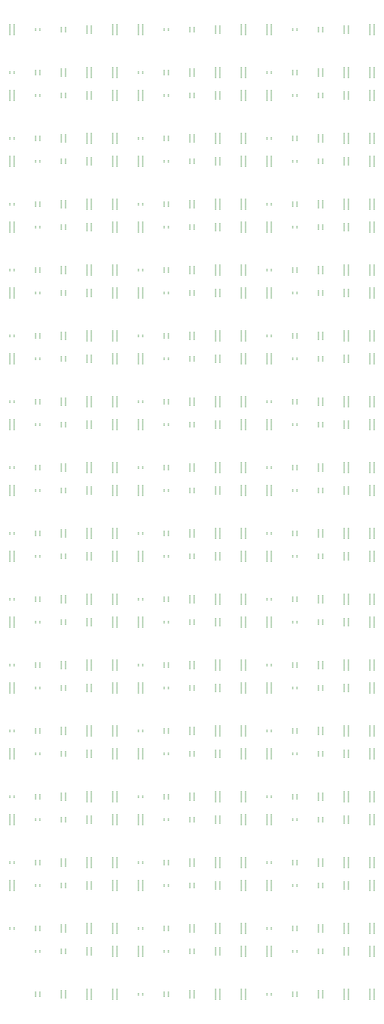
<source format=gts>
%FSLAX26Y26*%
%MOIN*%
%TF.FileFunction,Soldermask,Top,L1*%
%TF.FilePolarity,Negative*%
%TF.GenerationSoftware,Soluna Systems,SEDA,1.0*%
%TF.CreationDate,2017-04-22T19:23:06.555271*%
%TF.ProjectId,s_logo_test,394c0633-7763-c8dc-5e2e-fcac6f75f778,1.0*%
G04 Region: R01858F70*
%LPD*%
G36*
G01*
X06266667Y08196250D02*
X06316667Y08196250D01*
X06316667Y08216250D01*
X06266667Y08216250D01*
X06266667Y08196250D01*
X06266667Y08196250D02*
G37*
G04 Region: R01858FB0*
%LPD*%
G36*
G01*
X06266667Y08246250D02*
X06316667Y08246250D01*
X06316667Y08266250D01*
X06266667Y08266250D01*
X06266667Y08246250D01*
X06266667Y08246250D02*
G37*
G04 Region: R01858FF0*
%LPD*%
G36*
G01*
X06266667Y08296250D02*
X06316667Y08296250D01*
X06316667Y08316250D01*
X06266667Y08316250D01*
X06266667Y08296250D01*
X06266667Y08296250D02*
G37*
G04 Region: R0185BDB0*
%LPD*%
G36*
G01*
X06266667Y08346250D02*
X06316667Y08346250D01*
X06316667Y08366250D01*
X06266667Y08366250D01*
X06266667Y08346250D01*
X06266667Y08346250D02*
G37*
G04 Region: R0185B590*
%LPD*%
G36*
G01*
X06266667Y08396250D02*
X06316667Y08396250D01*
X06316667Y08416250D01*
X06266667Y08416250D01*
X06266667Y08396250D01*
X06266667Y08396250D02*
G37*
G04 Region: R0185B0B0*
%LPD*%
G36*
G01*
X06266667Y08446250D02*
X06316667Y08446250D01*
X06316667Y08466250D01*
X06266667Y08466250D01*
X06266667Y08446250D01*
X06266667Y08446250D02*
G37*
G04 Region: R0185B050*
%LPD*%
G36*
G01*
X06266667Y08496250D02*
X06316667Y08496250D01*
X06316667Y08516250D01*
X06266667Y08516250D01*
X06266667Y08496250D01*
X06266667Y08496250D02*
G37*
G04 Region: R0185DBD0*
%LPD*%
G36*
G01*
X06266667Y08546250D02*
X06316667Y08546250D01*
X06316667Y08566250D01*
X06266667Y08566250D01*
X06266667Y08546250D01*
X06266667Y08546250D02*
G37*
G04 Region: R0185D590*
%LPD*%
G36*
G01*
X06416667Y08196250D02*
X06466667Y08196250D01*
X06466667Y08216250D01*
X06416667Y08216250D01*
X06416667Y08196250D01*
X06416667Y08196250D02*
G37*
G04 Region: R0185FB70*
%LPD*%
G36*
G01*
X06416667Y08246250D02*
X06466667Y08246250D01*
X06466667Y08266250D01*
X06416667Y08266250D01*
X06416667Y08246250D01*
X06416667Y08246250D02*
G37*
G04 Region: R0185F3B0*
%LPD*%
G36*
G01*
X06416667Y08296250D02*
X06466667Y08296250D01*
X06466667Y08316250D01*
X06416667Y08316250D01*
X06416667Y08296250D01*
X06416667Y08296250D02*
G37*
G04 Region: R02FA2B10*
%LPD*%
G36*
G01*
X06416667Y08346250D02*
X06466667Y08346250D01*
X06466667Y08366250D01*
X06416667Y08366250D01*
X06416667Y08346250D01*
X06416667Y08346250D02*
G37*
G04 Region: R02FA2350*
%LPD*%
G36*
G01*
X06416667Y08396250D02*
X06466667Y08396250D01*
X06466667Y08416250D01*
X06416667Y08416250D01*
X06416667Y08396250D01*
X06416667Y08396250D02*
G37*
G04 Region: R02FA5AB0*
%LPD*%
G36*
G01*
X06416667Y08446250D02*
X06466667Y08446250D01*
X06466667Y08466250D01*
X06416667Y08466250D01*
X06416667Y08446250D01*
X06416667Y08446250D02*
G37*
G04 Region: R02FA52F0*
%LPD*%
G36*
G01*
X06416667Y08496250D02*
X06466667Y08496250D01*
X06466667Y08516250D01*
X06416667Y08516250D01*
X06416667Y08496250D01*
X06416667Y08496250D02*
G37*
G04 Region: R02FA7A50*
%LPD*%
G36*
G01*
X06416667Y08546250D02*
X06466667Y08546250D01*
X06466667Y08566250D01*
X06416667Y08566250D01*
X06416667Y08546250D01*
X06416667Y08546250D02*
G37*
G04 Region: R02FAC990*
%LPD*%
G36*
G01*
X06266667Y06846250D02*
X06316667Y06846250D01*
X06316667Y06866250D01*
X06266667Y06866250D01*
X06266667Y06846250D01*
X06266667Y06846250D02*
G37*
G04 Region: R02FACD70*
%LPD*%
G36*
G01*
X06266667Y06896250D02*
X06316667Y06896250D01*
X06316667Y06916250D01*
X06266667Y06916250D01*
X06266667Y06896250D01*
X06266667Y06896250D02*
G37*
G04 Region: R02FACC70*
%LPD*%
G36*
G01*
X06416667Y06846250D02*
X06466667Y06846250D01*
X06466667Y06866250D01*
X06416667Y06866250D01*
X06416667Y06846250D01*
X06416667Y06846250D02*
G37*
G04 Region: R02FACCB0*
%LPD*%
G36*
G01*
X06416667Y06896250D02*
X06466667Y06896250D01*
X06466667Y06916250D01*
X06416667Y06916250D01*
X06416667Y06896250D01*
X06416667Y06896250D02*
G37*
G04 Region: R03016A30*
%LPD*%
G36*
G01*
X06266667Y10496250D02*
X06316667Y10496250D01*
X06316667Y10516250D01*
X06266667Y10516250D01*
X06266667Y10496250D01*
X06266667Y10496250D02*
G37*
G04 Region: R03016B70*
%LPD*%
G36*
G01*
X06266667Y10546250D02*
X06316667Y10546250D01*
X06316667Y10566250D01*
X06266667Y10566250D01*
X06266667Y10546250D01*
X06266667Y10546250D02*
G37*
G04 Region: R03016A70*
%LPD*%
G36*
G01*
X06266667Y10596250D02*
X06316667Y10596250D01*
X06316667Y10616250D01*
X06266667Y10616250D01*
X06266667Y10596250D01*
X06266667Y10596250D02*
G37*
G04 Region: R03016AB0*
%LPD*%
G36*
G01*
X06266667Y10646250D02*
X06316667Y10646250D01*
X06316667Y10666250D01*
X06266667Y10666250D01*
X06266667Y10646250D01*
X06266667Y10646250D02*
G37*
G04 Region: R03016AF0*
%LPD*%
G36*
G01*
X06266667Y10696250D02*
X06316667Y10696250D01*
X06316667Y10716250D01*
X06266667Y10716250D01*
X06266667Y10696250D01*
X06266667Y10696250D02*
G37*
G04 Region: R03018EB0*
%LPD*%
G36*
G01*
X06266667Y10746250D02*
X06316667Y10746250D01*
X06316667Y10766250D01*
X06266667Y10766250D01*
X06266667Y10746250D01*
X06266667Y10746250D02*
G37*
G04 Region: R03018870*
%LPD*%
G36*
G01*
X06266667Y10796250D02*
X06316667Y10796250D01*
X06316667Y10816250D01*
X06266667Y10816250D01*
X06266667Y10796250D01*
X06266667Y10796250D02*
G37*
G04 Region: R030180B0*
%LPD*%
G36*
G01*
X06266667Y10846250D02*
X06316667Y10846250D01*
X06316667Y10866250D01*
X06266667Y10866250D01*
X06266667Y10846250D01*
X06266667Y10846250D02*
G37*
G04 Region: R0301ADF0*
%LPD*%
G36*
G01*
X06416667Y10496250D02*
X06466667Y10496250D01*
X06466667Y10516250D01*
X06416667Y10516250D01*
X06416667Y10496250D01*
X06416667Y10496250D02*
G37*
G04 Region: R0301A630*
%LPD*%
G36*
G01*
X06416667Y10546250D02*
X06466667Y10546250D01*
X06466667Y10566250D01*
X06416667Y10566250D01*
X06416667Y10546250D01*
X06416667Y10546250D02*
G37*
G04 Region: R0301ED90*
%LPD*%
G36*
G01*
X06416667Y10596250D02*
X06466667Y10596250D01*
X06466667Y10616250D01*
X06416667Y10616250D01*
X06416667Y10596250D01*
X06416667Y10596250D02*
G37*
G04 Region: R0301E5D0*
%LPD*%
G36*
G01*
X06416667Y10646250D02*
X06466667Y10646250D01*
X06466667Y10666250D01*
X06416667Y10666250D01*
X06416667Y10646250D01*
X06416667Y10646250D02*
G37*
G04 Region: R03020D30*
%LPD*%
G36*
G01*
X06416667Y10696250D02*
X06466667Y10696250D01*
X06466667Y10716250D01*
X06416667Y10716250D01*
X06416667Y10696250D01*
X06416667Y10696250D02*
G37*
G04 Region: R03020570*
%LPD*%
G36*
G01*
X06416667Y10746250D02*
X06466667Y10746250D01*
X06466667Y10766250D01*
X06416667Y10766250D01*
X06416667Y10746250D01*
X06416667Y10746250D02*
G37*
G04 Region: R03022CD0*
%LPD*%
G36*
G01*
X06416667Y10796250D02*
X06466667Y10796250D01*
X06466667Y10816250D01*
X06416667Y10816250D01*
X06416667Y10796250D01*
X06416667Y10796250D02*
G37*
G04 Region: R03022510*
%LPD*%
G36*
G01*
X06416667Y10846250D02*
X06466667Y10846250D01*
X06466667Y10866250D01*
X06416667Y10866250D01*
X06416667Y10846250D01*
X06416667Y10846250D02*
G37*
G04 Region: R03029450*
%LPD*%
G36*
G01*
X06266667Y09146250D02*
X06316667Y09146250D01*
X06316667Y09166250D01*
X06266667Y09166250D01*
X06266667Y09146250D01*
X06266667Y09146250D02*
G37*
G04 Region: R03029830*
%LPD*%
G36*
G01*
X06266667Y09196250D02*
X06316667Y09196250D01*
X06316667Y09216250D01*
X06266667Y09216250D01*
X06266667Y09196250D01*
X06266667Y09196250D02*
G37*
G04 Region: R03029D50*
%LPD*%
G36*
G01*
X06416667Y09146250D02*
X06466667Y09146250D01*
X06466667Y09166250D01*
X06416667Y09166250D01*
X06416667Y09146250D01*
X06416667Y09146250D02*
G37*
G04 Region: R03029730*
%LPD*%
G36*
G01*
X06416667Y09196250D02*
X06466667Y09196250D01*
X06466667Y09216250D01*
X06416667Y09216250D01*
X06416667Y09196250D01*
X06416667Y09196250D02*
G37*
G04 Region: R03092290*
%LPD*%
G36*
G01*
X06266667Y12796250D02*
X06316667Y12796250D01*
X06316667Y12816250D01*
X06266667Y12816250D01*
X06266667Y12796250D01*
X06266667Y12796250D02*
G37*
G04 Region: R0306BBD0*
%LPD*%
G36*
G01*
X06266667Y12846250D02*
X06316667Y12846250D01*
X06316667Y12866250D01*
X06266667Y12866250D01*
X06266667Y12846250D01*
X06266667Y12846250D02*
G37*
G04 Region: R0308BDD0*
%LPD*%
G36*
G01*
X06266667Y12896250D02*
X06316667Y12896250D01*
X06316667Y12916250D01*
X06266667Y12916250D01*
X06266667Y12896250D01*
X06266667Y12896250D02*
G37*
G04 Region: R0308B590*
%LPD*%
G36*
G01*
X06266667Y12946250D02*
X06316667Y12946250D01*
X06316667Y12966250D01*
X06266667Y12966250D01*
X06266667Y12946250D01*
X06266667Y12946250D02*
G37*
G04 Region: R03089410*
%LPD*%
G36*
G01*
X06266667Y12996250D02*
X06316667Y12996250D01*
X06316667Y13016250D01*
X06266667Y13016250D01*
X06266667Y12996250D01*
X06266667Y12996250D02*
G37*
G04 Region: R03092E70*
%LPD*%
G36*
G01*
X06266667Y13046250D02*
X06316667Y13046250D01*
X06316667Y13066250D01*
X06266667Y13066250D01*
X06266667Y13046250D01*
X06266667Y13046250D02*
G37*
G04 Region: R030928F0*
%LPD*%
G36*
G01*
X06266667Y13096250D02*
X06316667Y13096250D01*
X06316667Y13116250D01*
X06266667Y13116250D01*
X06266667Y13096250D01*
X06266667Y13096250D02*
G37*
G04 Region: R03095DB0*
%LPD*%
G36*
G01*
X06266667Y13146250D02*
X06316667Y13146250D01*
X06316667Y13166250D01*
X06266667Y13166250D01*
X06266667Y13146250D01*
X06266667Y13146250D02*
G37*
G04 Region: R030955F0*
%LPD*%
G36*
G01*
X06416667Y12796250D02*
X06466667Y12796250D01*
X06466667Y12816250D01*
X06416667Y12816250D01*
X06416667Y12796250D01*
X06416667Y12796250D02*
G37*
G04 Region: R03098D50*
%LPD*%
G36*
G01*
X06416667Y12846250D02*
X06466667Y12846250D01*
X06466667Y12866250D01*
X06416667Y12866250D01*
X06416667Y12846250D01*
X06416667Y12846250D02*
G37*
G04 Region: R03098590*
%LPD*%
G36*
G01*
X06416667Y12896250D02*
X06466667Y12896250D01*
X06466667Y12916250D01*
X06416667Y12916250D01*
X06416667Y12896250D01*
X06416667Y12896250D02*
G37*
G04 Region: R0309ACF0*
%LPD*%
G36*
G01*
X06416667Y12946250D02*
X06466667Y12946250D01*
X06466667Y12966250D01*
X06416667Y12966250D01*
X06416667Y12946250D01*
X06416667Y12946250D02*
G37*
G04 Region: R0309A530*
%LPD*%
G36*
G01*
X06416667Y12996250D02*
X06466667Y12996250D01*
X06466667Y13016250D01*
X06416667Y13016250D01*
X06416667Y12996250D01*
X06416667Y12996250D02*
G37*
G04 Region: R0309CC90*
%LPD*%
G36*
G01*
X06416667Y13046250D02*
X06466667Y13046250D01*
X06466667Y13066250D01*
X06416667Y13066250D01*
X06416667Y13046250D01*
X06416667Y13046250D02*
G37*
G04 Region: R0309C4D0*
%LPD*%
G36*
G01*
X06416667Y13096250D02*
X06466667Y13096250D01*
X06466667Y13116250D01*
X06416667Y13116250D01*
X06416667Y13096250D01*
X06416667Y13096250D02*
G37*
G04 Region: R0309FC30*
%LPD*%
G36*
G01*
X06416667Y13146250D02*
X06466667Y13146250D01*
X06466667Y13166250D01*
X06416667Y13166250D01*
X06416667Y13146250D01*
X06416667Y13146250D02*
G37*
G04 Region: R030A3BD0*
%LPD*%
G36*
G01*
X06266667Y11446250D02*
X06316667Y11446250D01*
X06316667Y11466250D01*
X06266667Y11466250D01*
X06266667Y11446250D01*
X06266667Y11446250D02*
G37*
G04 Region: R030A3FB0*
%LPD*%
G36*
G01*
X06266667Y11496250D02*
X06316667Y11496250D01*
X06316667Y11516250D01*
X06266667Y11516250D01*
X06266667Y11496250D01*
X06266667Y11496250D02*
G37*
G04 Region: R030A3EB0*
%LPD*%
G36*
G01*
X06416667Y11446250D02*
X06466667Y11446250D01*
X06466667Y11466250D01*
X06416667Y11466250D01*
X06416667Y11446250D01*
X06416667Y11446250D02*
G37*
G04 Region: R030A3EF0*
%LPD*%
G36*
G01*
X06416667Y11496250D02*
X06466667Y11496250D01*
X06466667Y11516250D01*
X06416667Y11516250D01*
X06416667Y11496250D01*
X06416667Y11496250D02*
G37*
G04 Region: R0310CC10*
%LPD*%
G36*
G01*
X06266667Y15096250D02*
X06316667Y15096250D01*
X06316667Y15116250D01*
X06266667Y15116250D01*
X06266667Y15096250D01*
X06266667Y15096250D02*
G37*
G04 Region: R031095D0*
%LPD*%
G36*
G01*
X06266667Y15146250D02*
X06316667Y15146250D01*
X06316667Y15166250D01*
X06266667Y15166250D01*
X06266667Y15146250D01*
X06266667Y15146250D02*
G37*
G04 Region: R0310CD30*
%LPD*%
G36*
G01*
X06266667Y15196250D02*
X06316667Y15196250D01*
X06316667Y15216250D01*
X06266667Y15216250D01*
X06266667Y15196250D01*
X06266667Y15196250D02*
G37*
G04 Region: R0310CC50*
%LPD*%
G36*
G01*
X06266667Y15246250D02*
X06316667Y15246250D01*
X06316667Y15266250D01*
X06266667Y15266250D01*
X06266667Y15246250D01*
X06266667Y15246250D02*
G37*
G04 Region: R0310CC90*
%LPD*%
G36*
G01*
X06266667Y15296250D02*
X06316667Y15296250D01*
X06316667Y15316250D01*
X06266667Y15316250D01*
X06266667Y15296250D01*
X06266667Y15296250D02*
G37*
G04 Region: R0310CCD0*
%LPD*%
G36*
G01*
X06266667Y15346250D02*
X06316667Y15346250D01*
X06316667Y15366250D01*
X06266667Y15366250D01*
X06266667Y15346250D01*
X06266667Y15346250D02*
G37*
G04 Region: R0310EF70*
%LPD*%
G36*
G01*
X06266667Y15396250D02*
X06316667Y15396250D01*
X06316667Y15416250D01*
X06266667Y15416250D01*
X06266667Y15396250D01*
X06266667Y15396250D02*
G37*
G04 Region: R0310E7B0*
%LPD*%
G36*
G01*
X06266667Y15446250D02*
X06316667Y15446250D01*
X06316667Y15466250D01*
X06266667Y15466250D01*
X06266667Y15446250D01*
X06266667Y15446250D02*
G37*
G04 Region: R03112F10*
%LPD*%
G36*
G01*
X06416667Y15096250D02*
X06466667Y15096250D01*
X06466667Y15116250D01*
X06416667Y15116250D01*
X06416667Y15096250D01*
X06416667Y15096250D02*
G37*
G04 Region: R03112750*
%LPD*%
G36*
G01*
X06416667Y15146250D02*
X06466667Y15146250D01*
X06466667Y15166250D01*
X06416667Y15166250D01*
X06416667Y15146250D01*
X06416667Y15146250D02*
G37*
G04 Region: R03114EB0*
%LPD*%
G36*
G01*
X06416667Y15196250D02*
X06466667Y15196250D01*
X06466667Y15216250D01*
X06416667Y15216250D01*
X06416667Y15196250D01*
X06416667Y15196250D02*
G37*
G04 Region: R031146F0*
%LPD*%
G36*
G01*
X06416667Y15246250D02*
X06466667Y15246250D01*
X06466667Y15266250D01*
X06416667Y15266250D01*
X06416667Y15246250D01*
X06416667Y15246250D02*
G37*
G04 Region: R03116E50*
%LPD*%
G36*
G01*
X06416667Y15296250D02*
X06466667Y15296250D01*
X06466667Y15316250D01*
X06416667Y15316250D01*
X06416667Y15296250D01*
X06416667Y15296250D02*
G37*
G04 Region: R03116690*
%LPD*%
G36*
G01*
X06416667Y15346250D02*
X06466667Y15346250D01*
X06466667Y15366250D01*
X06416667Y15366250D01*
X06416667Y15346250D01*
X06416667Y15346250D02*
G37*
G04 Region: R030D1DF0*
%LPD*%
G36*
G01*
X06416667Y15396250D02*
X06466667Y15396250D01*
X06466667Y15416250D01*
X06416667Y15416250D01*
X06416667Y15396250D01*
X06416667Y15396250D02*
G37*
G04 Region: R03119DF0*
%LPD*%
G36*
G01*
X06416667Y15446250D02*
X06466667Y15446250D01*
X06466667Y15466250D01*
X06416667Y15466250D01*
X06416667Y15446250D01*
X06416667Y15446250D02*
G37*
G04 Region: R0311DBF0*
%LPD*%
G36*
G01*
X06266667Y13746250D02*
X06316667Y13746250D01*
X06316667Y13766250D01*
X06266667Y13766250D01*
X06266667Y13746250D01*
X06266667Y13746250D02*
G37*
G04 Region: R0311DFD0*
%LPD*%
G36*
G01*
X06266667Y13796250D02*
X06316667Y13796250D01*
X06316667Y13816250D01*
X06266667Y13816250D01*
X06266667Y13796250D01*
X06266667Y13796250D02*
G37*
G04 Region: R0311DED0*
%LPD*%
G36*
G01*
X06416667Y13746250D02*
X06466667Y13746250D01*
X06466667Y13766250D01*
X06416667Y13766250D01*
X06416667Y13746250D01*
X06416667Y13746250D02*
G37*
G04 Region: R0311DF10*
%LPD*%
G36*
G01*
X06416667Y13796250D02*
X06466667Y13796250D01*
X06466667Y13816250D01*
X06416667Y13816250D01*
X06416667Y13796250D01*
X06416667Y13796250D02*
G37*
G04 Region: R03185F10*
%LPD*%
G36*
G01*
X06266667Y17396250D02*
X06316667Y17396250D01*
X06316667Y17416250D01*
X06266667Y17416250D01*
X06266667Y17396250D01*
X06266667Y17396250D02*
G37*
G04 Region: R031838D0*
%LPD*%
G36*
G01*
X06266667Y17446250D02*
X06316667Y17446250D01*
X06316667Y17466250D01*
X06266667Y17466250D01*
X06266667Y17446250D01*
X06266667Y17446250D02*
G37*
G04 Region: R03185F50*
%LPD*%
G36*
G01*
X06266667Y17496250D02*
X06316667Y17496250D01*
X06316667Y17516250D01*
X06266667Y17516250D01*
X06266667Y17496250D01*
X06266667Y17496250D02*
G37*
G04 Region: R03185F90*
%LPD*%
G36*
G01*
X06266667Y17546250D02*
X06316667Y17546250D01*
X06316667Y17566250D01*
X06266667Y17566250D01*
X06266667Y17546250D01*
X06266667Y17546250D02*
G37*
G04 Region: R03185FD0*
%LPD*%
G36*
G01*
X06266667Y17596250D02*
X06316667Y17596250D01*
X06316667Y17616250D01*
X06266667Y17616250D01*
X06266667Y17596250D01*
X06266667Y17596250D02*
G37*
G04 Region: R03185590*
%LPD*%
G36*
G01*
X06266667Y17646250D02*
X06316667Y17646250D01*
X06316667Y17666250D01*
X06266667Y17666250D01*
X06266667Y17646250D01*
X06266667Y17646250D02*
G37*
G04 Region: R03189AB0*
%LPD*%
G36*
G01*
X06266667Y17696250D02*
X06316667Y17696250D01*
X06316667Y17716250D01*
X06266667Y17716250D01*
X06266667Y17696250D01*
X06266667Y17696250D02*
G37*
G04 Region: R0318BAB0*
%LPD*%
G36*
G01*
X06266667Y17746250D02*
X06316667Y17746250D01*
X06316667Y17766250D01*
X06266667Y17766250D01*
X06266667Y17746250D01*
X06266667Y17746250D02*
G37*
G04 Region: R0318B2F0*
%LPD*%
G36*
G01*
X06416667Y17396250D02*
X06466667Y17396250D01*
X06466667Y17416250D01*
X06416667Y17416250D01*
X06416667Y17396250D01*
X06416667Y17396250D02*
G37*
G04 Region: R0318DA50*
%LPD*%
G36*
G01*
X06416667Y17446250D02*
X06466667Y17446250D01*
X06466667Y17466250D01*
X06416667Y17466250D01*
X06416667Y17446250D01*
X06416667Y17446250D02*
G37*
G04 Region: R0318D290*
%LPD*%
G36*
G01*
X06416667Y17496250D02*
X06466667Y17496250D01*
X06466667Y17516250D01*
X06416667Y17516250D01*
X06416667Y17496250D01*
X06416667Y17496250D02*
G37*
G04 Region: R031919F0*
%LPD*%
G36*
G01*
X06416667Y17546250D02*
X06466667Y17546250D01*
X06466667Y17566250D01*
X06416667Y17566250D01*
X06416667Y17546250D01*
X06416667Y17546250D02*
G37*
G04 Region: R03191230*
%LPD*%
G36*
G01*
X06416667Y17596250D02*
X06466667Y17596250D01*
X06466667Y17616250D01*
X06416667Y17616250D01*
X06416667Y17596250D01*
X06416667Y17596250D02*
G37*
G04 Region: R03193990*
%LPD*%
G36*
G01*
X06416667Y17646250D02*
X06466667Y17646250D01*
X06466667Y17666250D01*
X06416667Y17666250D01*
X06416667Y17646250D01*
X06416667Y17646250D02*
G37*
G04 Region: R031931D0*
%LPD*%
G36*
G01*
X06416667Y17696250D02*
X06466667Y17696250D01*
X06466667Y17716250D01*
X06416667Y17716250D01*
X06416667Y17696250D01*
X06416667Y17696250D02*
G37*
G04 Region: R03195930*
%LPD*%
G36*
G01*
X06416667Y17746250D02*
X06466667Y17746250D01*
X06466667Y17766250D01*
X06416667Y17766250D01*
X06416667Y17746250D01*
X06416667Y17746250D02*
G37*
G04 Region: R0319A870*
%LPD*%
G36*
G01*
X06266667Y16046250D02*
X06316667Y16046250D01*
X06316667Y16066250D01*
X06266667Y16066250D01*
X06266667Y16046250D01*
X06266667Y16046250D02*
G37*
G04 Region: R0319AC50*
%LPD*%
G36*
G01*
X06266667Y16096250D02*
X06316667Y16096250D01*
X06316667Y16116250D01*
X06266667Y16116250D01*
X06266667Y16096250D01*
X06266667Y16096250D02*
G37*
G04 Region: R0319AB50*
%LPD*%
G36*
G01*
X06416667Y16046250D02*
X06466667Y16046250D01*
X06466667Y16066250D01*
X06416667Y16066250D01*
X06416667Y16046250D01*
X06416667Y16046250D02*
G37*
G04 Region: R0319AB90*
%LPD*%
G36*
G01*
X06416667Y16096250D02*
X06466667Y16096250D01*
X06466667Y16116250D01*
X06416667Y16116250D01*
X06416667Y16096250D01*
X06416667Y16096250D02*
G37*
G04 Region: R033E5C90*
%LPD*%
G36*
G01*
X06266667Y19696250D02*
X06316667Y19696250D01*
X06316667Y19716250D01*
X06266667Y19716250D01*
X06266667Y19696250D01*
X06266667Y19696250D02*
G37*
G04 Region: R033C47B0*
%LPD*%
G36*
G01*
X06266667Y19746250D02*
X06316667Y19746250D01*
X06316667Y19766250D01*
X06266667Y19766250D01*
X06266667Y19746250D01*
X06266667Y19746250D02*
G37*
G04 Region: R033E5FF0*
%LPD*%
G36*
G01*
X06266667Y19796250D02*
X06316667Y19796250D01*
X06316667Y19816250D01*
X06266667Y19816250D01*
X06266667Y19796250D01*
X06266667Y19796250D02*
G37*
G04 Region: R033E5BD0*
%LPD*%
G36*
G01*
X06266667Y19846250D02*
X06316667Y19846250D01*
X06316667Y19866250D01*
X06266667Y19866250D01*
X06266667Y19846250D01*
X06266667Y19846250D02*
G37*
G04 Region: R033E7BD0*
%LPD*%
G36*
G01*
X06266667Y19896250D02*
X06316667Y19896250D01*
X06316667Y19916250D01*
X06266667Y19916250D01*
X06266667Y19896250D01*
X06266667Y19896250D02*
G37*
G04 Region: R033E2910*
%LPD*%
G36*
G01*
X06266667Y19946250D02*
X06316667Y19946250D01*
X06316667Y19966250D01*
X06266667Y19966250D01*
X06266667Y19946250D01*
X06266667Y19946250D02*
G37*
G04 Region: R03404EB0*
%LPD*%
G36*
G01*
X06266667Y19996250D02*
X06316667Y19996250D01*
X06316667Y20016250D01*
X06266667Y20016250D01*
X06266667Y19996250D01*
X06266667Y19996250D02*
G37*
G04 Region: R03407E50*
%LPD*%
G36*
G01*
X06266667Y20046250D02*
X06316667Y20046250D01*
X06316667Y20066250D01*
X06266667Y20066250D01*
X06266667Y20046250D01*
X06266667Y20046250D02*
G37*
G04 Region: R03407690*
%LPD*%
G36*
G01*
X06416667Y19696250D02*
X06466667Y19696250D01*
X06466667Y19716250D01*
X06416667Y19716250D01*
X06416667Y19696250D01*
X06416667Y19696250D02*
G37*
G04 Region: R03408DF0*
%LPD*%
G36*
G01*
X06416667Y19746250D02*
X06466667Y19746250D01*
X06466667Y19766250D01*
X06416667Y19766250D01*
X06416667Y19746250D01*
X06416667Y19746250D02*
G37*
G04 Region: R03408630*
%LPD*%
G36*
G01*
X06416667Y19796250D02*
X06466667Y19796250D01*
X06466667Y19816250D01*
X06416667Y19816250D01*
X06416667Y19796250D01*
X06416667Y19796250D02*
G37*
G04 Region: R0340BD90*
%LPD*%
G36*
G01*
X06416667Y19846250D02*
X06466667Y19846250D01*
X06466667Y19866250D01*
X06416667Y19866250D01*
X06416667Y19846250D01*
X06416667Y19846250D02*
G37*
G04 Region: R0340B5D0*
%LPD*%
G36*
G01*
X06416667Y19896250D02*
X06466667Y19896250D01*
X06466667Y19916250D01*
X06416667Y19916250D01*
X06416667Y19896250D01*
X06416667Y19896250D02*
G37*
G04 Region: R0340DD30*
%LPD*%
G36*
G01*
X06416667Y19946250D02*
X06466667Y19946250D01*
X06466667Y19966250D01*
X06416667Y19966250D01*
X06416667Y19946250D01*
X06416667Y19946250D02*
G37*
G04 Region: R0340D570*
%LPD*%
G36*
G01*
X06416667Y19996250D02*
X06466667Y19996250D01*
X06466667Y20016250D01*
X06416667Y20016250D01*
X06416667Y19996250D01*
X06416667Y19996250D02*
G37*
G04 Region: R0340FCD0*
%LPD*%
G36*
G01*
X06416667Y20046250D02*
X06466667Y20046250D01*
X06466667Y20066250D01*
X06416667Y20066250D01*
X06416667Y20046250D01*
X06416667Y20046250D02*
G37*
G04 Region: R03414C70*
%LPD*%
G36*
G01*
X06266667Y18346250D02*
X06316667Y18346250D01*
X06316667Y18366250D01*
X06266667Y18366250D01*
X06266667Y18346250D01*
X06266667Y18346250D02*
G37*
G04 Region: R03414F50*
%LPD*%
G36*
G01*
X06266667Y18396250D02*
X06316667Y18396250D01*
X06316667Y18416250D01*
X06266667Y18416250D01*
X06266667Y18396250D01*
X06266667Y18396250D02*
G37*
G04 Region: R03414F90*
%LPD*%
G36*
G01*
X06416667Y18346250D02*
X06466667Y18346250D01*
X06466667Y18366250D01*
X06416667Y18366250D01*
X06416667Y18346250D01*
X06416667Y18346250D02*
G37*
G04 Region: R03414FD0*
%LPD*%
G36*
G01*
X06416667Y18396250D02*
X06466667Y18396250D01*
X06466667Y18416250D01*
X06416667Y18416250D01*
X06416667Y18396250D01*
X06416667Y18396250D02*
G37*
G04 Region: R0346DED0*
%LPD*%
G36*
G01*
X06266667Y21996250D02*
X06316667Y21996250D01*
X06316667Y22016250D01*
X06266667Y22016250D01*
X06266667Y21996250D01*
X06266667Y21996250D02*
G37*
G04 Region: R0346DFF0*
%LPD*%
G36*
G01*
X06266667Y22046250D02*
X06316667Y22046250D01*
X06316667Y22066250D01*
X06266667Y22066250D01*
X06266667Y22046250D01*
X06266667Y22046250D02*
G37*
G04 Region: R0346DF30*
%LPD*%
G36*
G01*
X06266667Y22096250D02*
X06316667Y22096250D01*
X06316667Y22116250D01*
X06266667Y22116250D01*
X06266667Y22096250D01*
X06266667Y22096250D02*
G37*
G04 Region: R0346DF70*
%LPD*%
G36*
G01*
X06266667Y22146250D02*
X06316667Y22146250D01*
X06316667Y22166250D01*
X06266667Y22166250D01*
X06266667Y22146250D01*
X06266667Y22146250D02*
G37*
G04 Region: R03470D10*
%LPD*%
G36*
G01*
X06266667Y22196250D02*
X06316667Y22196250D01*
X06316667Y22216250D01*
X06266667Y22216250D01*
X06266667Y22196250D01*
X06266667Y22196250D02*
G37*
G04 Region: R03470550*
%LPD*%
G36*
G01*
X06266667Y22246250D02*
X06316667Y22246250D01*
X06316667Y22266250D01*
X06266667Y22266250D01*
X06266667Y22246250D01*
X06266667Y22246250D02*
G37*
G04 Region: R0346DFB0*
%LPD*%
G36*
G01*
X06266667Y22296250D02*
X06316667Y22296250D01*
X06316667Y22316250D01*
X06266667Y22316250D01*
X06266667Y22296250D01*
X06266667Y22296250D02*
G37*
G04 Region: R0346D230*
%LPD*%
G36*
G01*
X06266667Y22346250D02*
X06316667Y22346250D01*
X06316667Y22366250D01*
X06266667Y22366250D01*
X06266667Y22346250D01*
X06266667Y22346250D02*
G37*
G04 Region: R03472C50*
%LPD*%
G36*
G01*
X06416667Y21996250D02*
X06466667Y21996250D01*
X06466667Y22016250D01*
X06416667Y22016250D01*
X06416667Y21996250D01*
X06416667Y21996250D02*
G37*
G04 Region: R03474B90*
%LPD*%
G36*
G01*
X06416667Y22046250D02*
X06466667Y22046250D01*
X06466667Y22066250D01*
X06416667Y22066250D01*
X06416667Y22046250D01*
X06416667Y22046250D02*
G37*
G04 Region: R034743D0*
%LPD*%
G36*
G01*
X06416667Y22096250D02*
X06466667Y22096250D01*
X06466667Y22116250D01*
X06416667Y22116250D01*
X06416667Y22096250D01*
X06416667Y22096250D02*
G37*
G04 Region: R03477B30*
%LPD*%
G36*
G01*
X06416667Y22146250D02*
X06466667Y22146250D01*
X06466667Y22166250D01*
X06416667Y22166250D01*
X06416667Y22146250D01*
X06416667Y22146250D02*
G37*
G04 Region: R03477370*
%LPD*%
G36*
G01*
X06416667Y22196250D02*
X06466667Y22196250D01*
X06466667Y22216250D01*
X06416667Y22216250D01*
X06416667Y22196250D01*
X06416667Y22196250D02*
G37*
G04 Region: R03479AD0*
%LPD*%
G36*
G01*
X06416667Y22246250D02*
X06466667Y22246250D01*
X06466667Y22266250D01*
X06416667Y22266250D01*
X06416667Y22246250D01*
X06416667Y22246250D02*
G37*
G04 Region: R03479310*
%LPD*%
G36*
G01*
X06416667Y22296250D02*
X06466667Y22296250D01*
X06466667Y22316250D01*
X06416667Y22316250D01*
X06416667Y22296250D01*
X06416667Y22296250D02*
G37*
G04 Region: R0347CA70*
%LPD*%
G36*
G01*
X06416667Y22346250D02*
X06466667Y22346250D01*
X06466667Y22366250D01*
X06416667Y22366250D01*
X06416667Y22346250D01*
X06416667Y22346250D02*
G37*
G04 Region: R034819B0*
%LPD*%
G36*
G01*
X06266667Y20646250D02*
X06316667Y20646250D01*
X06316667Y20666250D01*
X06266667Y20666250D01*
X06266667Y20646250D01*
X06266667Y20646250D02*
G37*
G04 Region: R03481D90*
%LPD*%
G36*
G01*
X06266667Y20696250D02*
X06316667Y20696250D01*
X06316667Y20716250D01*
X06266667Y20716250D01*
X06266667Y20696250D01*
X06266667Y20696250D02*
G37*
G04 Region: R03481C90*
%LPD*%
G36*
G01*
X06416667Y20646250D02*
X06466667Y20646250D01*
X06466667Y20666250D01*
X06416667Y20666250D01*
X06416667Y20646250D01*
X06416667Y20646250D02*
G37*
G04 Region: R03481CD0*
%LPD*%
G36*
G01*
X06416667Y20696250D02*
X06466667Y20696250D01*
X06466667Y20716250D01*
X06416667Y20716250D01*
X06416667Y20696250D01*
X06416667Y20696250D02*
G37*
G04 Region: R034EA550*
%LPD*%
G36*
G01*
X06266667Y24296250D02*
X06316667Y24296250D01*
X06316667Y24316250D01*
X06266667Y24316250D01*
X06266667Y24296250D01*
X06266667Y24296250D02*
G37*
G04 Region: R034EA690*
%LPD*%
G36*
G01*
X06266667Y24346250D02*
X06316667Y24346250D01*
X06316667Y24366250D01*
X06266667Y24366250D01*
X06266667Y24346250D01*
X06266667Y24346250D02*
G37*
G04 Region: R034EABB0*
%LPD*%
G36*
G01*
X06266667Y24396250D02*
X06316667Y24396250D01*
X06316667Y24416250D01*
X06266667Y24416250D01*
X06266667Y24396250D01*
X06266667Y24396250D02*
G37*
G04 Region: R034EA590*
%LPD*%
G36*
G01*
X06266667Y24446250D02*
X06316667Y24446250D01*
X06316667Y24466250D01*
X06266667Y24466250D01*
X06266667Y24446250D01*
X06266667Y24446250D02*
G37*
G04 Region: R034EA5D0*
%LPD*%
G36*
G01*
X06266667Y24496250D02*
X06316667Y24496250D01*
X06316667Y24516250D01*
X06266667Y24516250D01*
X06266667Y24496250D01*
X06266667Y24496250D02*
G37*
G04 Region: R034EA610*
%LPD*%
G36*
G01*
X06266667Y24546250D02*
X06316667Y24546250D01*
X06316667Y24566250D01*
X06266667Y24566250D01*
X06266667Y24546250D01*
X06266667Y24546250D02*
G37*
G04 Region: R034ECB50*
%LPD*%
G36*
G01*
X06266667Y24596250D02*
X06316667Y24596250D01*
X06316667Y24616250D01*
X06266667Y24616250D01*
X06266667Y24596250D01*
X06266667Y24596250D02*
G37*
G04 Region: R034EC390*
%LPD*%
G36*
G01*
X06266667Y24646250D02*
X06316667Y24646250D01*
X06316667Y24666250D01*
X06266667Y24666250D01*
X06266667Y24646250D01*
X06266667Y24646250D02*
G37*
G04 Region: R034EF9D0*
%LPD*%
G36*
G01*
X06416667Y24296250D02*
X06466667Y24296250D01*
X06466667Y24316250D01*
X06416667Y24316250D01*
X06416667Y24296250D01*
X06416667Y24296250D02*
G37*
G04 Region: R034EF210*
%LPD*%
G36*
G01*
X06416667Y24346250D02*
X06466667Y24346250D01*
X06466667Y24366250D01*
X06416667Y24366250D01*
X06416667Y24346250D01*
X06416667Y24346250D02*
G37*
G04 Region: R034F1970*
%LPD*%
G36*
G01*
X06416667Y24396250D02*
X06466667Y24396250D01*
X06466667Y24416250D01*
X06416667Y24416250D01*
X06416667Y24396250D01*
X06416667Y24396250D02*
G37*
G04 Region: R034F11B0*
%LPD*%
G36*
G01*
X06416667Y24446250D02*
X06466667Y24446250D01*
X06466667Y24466250D01*
X06416667Y24466250D01*
X06416667Y24446250D01*
X06416667Y24446250D02*
G37*
G04 Region: R034F3910*
%LPD*%
G36*
G01*
X06416667Y24496250D02*
X06466667Y24496250D01*
X06466667Y24516250D01*
X06416667Y24516250D01*
X06416667Y24496250D01*
X06416667Y24496250D02*
G37*
G04 Region: R034F3150*
%LPD*%
G36*
G01*
X06416667Y24546250D02*
X06466667Y24546250D01*
X06466667Y24566250D01*
X06416667Y24566250D01*
X06416667Y24546250D01*
X06416667Y24546250D02*
G37*
G04 Region: R034F68B0*
%LPD*%
G36*
G01*
X06416667Y24596250D02*
X06466667Y24596250D01*
X06466667Y24616250D01*
X06416667Y24616250D01*
X06416667Y24596250D01*
X06416667Y24596250D02*
G37*
G04 Region: R034F60F0*
%LPD*%
G36*
G01*
X06416667Y24646250D02*
X06466667Y24646250D01*
X06466667Y24666250D01*
X06416667Y24666250D01*
X06416667Y24646250D01*
X06416667Y24646250D02*
G37*
G04 Region: R034FBFB0*
%LPD*%
G36*
G01*
X06266667Y22946250D02*
X06316667Y22946250D01*
X06316667Y22966250D01*
X06266667Y22966250D01*
X06266667Y22946250D01*
X06266667Y22946250D02*
G37*
G04 Region: R034FD3B0*
%LPD*%
G36*
G01*
X06266667Y22996250D02*
X06316667Y22996250D01*
X06316667Y23016250D01*
X06266667Y23016250D01*
X06266667Y22996250D01*
X06266667Y22996250D02*
G37*
G04 Region: R034FD8D0*
%LPD*%
G36*
G01*
X06416667Y22946250D02*
X06466667Y22946250D01*
X06466667Y22966250D01*
X06416667Y22966250D01*
X06416667Y22946250D01*
X06416667Y22946250D02*
G37*
G04 Region: R034FD2B0*
%LPD*%
G36*
G01*
X06416667Y22996250D02*
X06466667Y22996250D01*
X06466667Y23016250D01*
X06416667Y23016250D01*
X06416667Y22996250D01*
X06416667Y22996250D02*
G37*
G04 Region: R035661D0*
%LPD*%
G36*
G01*
X06266667Y26596250D02*
X06316667Y26596250D01*
X06316667Y26616250D01*
X06266667Y26616250D01*
X06266667Y26596250D01*
X06266667Y26596250D02*
G37*
G04 Region: R03566310*
%LPD*%
G36*
G01*
X06266667Y26646250D02*
X06316667Y26646250D01*
X06316667Y26666250D01*
X06266667Y26666250D01*
X06266667Y26646250D01*
X06266667Y26646250D02*
G37*
G04 Region: R03566830*
%LPD*%
G36*
G01*
X06266667Y26696250D02*
X06316667Y26696250D01*
X06316667Y26716250D01*
X06266667Y26716250D01*
X06266667Y26696250D01*
X06266667Y26696250D02*
G37*
G04 Region: R03539D10*
%LPD*%
G36*
G01*
X06266667Y26746250D02*
X06316667Y26746250D01*
X06316667Y26766250D01*
X06266667Y26766250D01*
X06266667Y26746250D01*
X06266667Y26746250D02*
G37*
G04 Region: R03566F90*
%LPD*%
G36*
G01*
X06266667Y26796250D02*
X06316667Y26796250D01*
X06316667Y26816250D01*
X06266667Y26816250D01*
X06266667Y26796250D01*
X06266667Y26796250D02*
G37*
G04 Region: R03566230*
%LPD*%
G36*
G01*
X06266667Y26846250D02*
X06316667Y26846250D01*
X06316667Y26866250D01*
X06266667Y26866250D01*
X06266667Y26846250D01*
X06266667Y26846250D02*
G37*
G04 Region: R03566270*
%LPD*%
G36*
G01*
X06266667Y26896250D02*
X06316667Y26896250D01*
X06316667Y26916250D01*
X06266667Y26916250D01*
X06266667Y26896250D01*
X06266667Y26896250D02*
G37*
G04 Region: R03548950*
%LPD*%
G36*
G01*
X06266667Y26946250D02*
X06316667Y26946250D01*
X06316667Y26966250D01*
X06266667Y26966250D01*
X06266667Y26946250D01*
X06266667Y26946250D02*
G37*
G04 Region: R03568DB0*
%LPD*%
G36*
G01*
X06416667Y26596250D02*
X06466667Y26596250D01*
X06466667Y26616250D01*
X06416667Y26616250D01*
X06416667Y26596250D01*
X06416667Y26596250D02*
G37*
G04 Region: R0356BD50*
%LPD*%
G36*
G01*
X06416667Y26646250D02*
X06466667Y26646250D01*
X06466667Y26666250D01*
X06416667Y26666250D01*
X06416667Y26646250D01*
X06416667Y26646250D02*
G37*
G04 Region: R0356B590*
%LPD*%
G36*
G01*
X06416667Y26696250D02*
X06466667Y26696250D01*
X06466667Y26716250D01*
X06416667Y26716250D01*
X06416667Y26696250D01*
X06416667Y26696250D02*
G37*
G04 Region: R0356DCF0*
%LPD*%
G36*
G01*
X06416667Y26746250D02*
X06466667Y26746250D01*
X06466667Y26766250D01*
X06416667Y26766250D01*
X06416667Y26746250D01*
X06416667Y26746250D02*
G37*
G04 Region: R0356D530*
%LPD*%
G36*
G01*
X06416667Y26796250D02*
X06466667Y26796250D01*
X06466667Y26816250D01*
X06416667Y26816250D01*
X06416667Y26796250D01*
X06416667Y26796250D02*
G37*
G04 Region: R03570C90*
%LPD*%
G36*
G01*
X06416667Y26846250D02*
X06466667Y26846250D01*
X06466667Y26866250D01*
X06416667Y26866250D01*
X06416667Y26846250D01*
X06416667Y26846250D02*
G37*
G04 Region: R035704D0*
%LPD*%
G36*
G01*
X06416667Y26896250D02*
X06466667Y26896250D01*
X06466667Y26916250D01*
X06416667Y26916250D01*
X06416667Y26896250D01*
X06416667Y26896250D02*
G37*
G04 Region: R03573C30*
%LPD*%
G36*
G01*
X06416667Y26946250D02*
X06466667Y26946250D01*
X06466667Y26966250D01*
X06416667Y26966250D01*
X06416667Y26946250D01*
X06416667Y26946250D02*
G37*
G04 Region: R03577BD0*
%LPD*%
G36*
G01*
X06266667Y25246250D02*
X06316667Y25246250D01*
X06316667Y25266250D01*
X06266667Y25266250D01*
X06266667Y25246250D01*
X06266667Y25246250D02*
G37*
G04 Region: R03577FB0*
%LPD*%
G36*
G01*
X06266667Y25296250D02*
X06316667Y25296250D01*
X06316667Y25316250D01*
X06266667Y25316250D01*
X06266667Y25296250D01*
X06266667Y25296250D02*
G37*
G04 Region: R03577EB0*
%LPD*%
G36*
G01*
X06416667Y25246250D02*
X06466667Y25246250D01*
X06466667Y25266250D01*
X06416667Y25266250D01*
X06416667Y25246250D01*
X06416667Y25246250D02*
G37*
G04 Region: R03577EF0*
%LPD*%
G36*
G01*
X06416667Y25296250D02*
X06466667Y25296250D01*
X06466667Y25316250D01*
X06416667Y25316250D01*
X06416667Y25296250D01*
X06416667Y25296250D02*
G37*
G04 Region: R035DF5D0*
%LPD*%
G36*
G01*
X06266667Y28896250D02*
X06316667Y28896250D01*
X06316667Y28916250D01*
X06266667Y28916250D01*
X06266667Y28896250D01*
X06266667Y28896250D02*
G37*
G04 Region: R035DF710*
%LPD*%
G36*
G01*
X06266667Y28946250D02*
X06316667Y28946250D01*
X06316667Y28966250D01*
X06266667Y28966250D01*
X06266667Y28946250D01*
X06266667Y28946250D02*
G37*
G04 Region: R035DFC30*
%LPD*%
G36*
G01*
X06266667Y28996250D02*
X06316667Y28996250D01*
X06316667Y29016250D01*
X06266667Y29016250D01*
X06266667Y28996250D01*
X06266667Y28996250D02*
G37*
G04 Region: R035DF610*
%LPD*%
G36*
G01*
X06266667Y29046250D02*
X06316667Y29046250D01*
X06316667Y29066250D01*
X06266667Y29066250D01*
X06266667Y29046250D01*
X06266667Y29046250D02*
G37*
G04 Region: R035DF650*
%LPD*%
G36*
G01*
X06266667Y29096250D02*
X06316667Y29096250D01*
X06316667Y29116250D01*
X06266667Y29116250D01*
X06266667Y29096250D01*
X06266667Y29096250D02*
G37*
G04 Region: R035DF690*
%LPD*%
G36*
G01*
X06266667Y29146250D02*
X06316667Y29146250D01*
X06316667Y29166250D01*
X06266667Y29166250D01*
X06266667Y29146250D01*
X06266667Y29146250D02*
G37*
G04 Region: R035E2B70*
%LPD*%
G36*
G01*
X06266667Y29196250D02*
X06316667Y29196250D01*
X06316667Y29216250D01*
X06266667Y29216250D01*
X06266667Y29196250D01*
X06266667Y29196250D02*
G37*
G04 Region: R035E23B0*
%LPD*%
G36*
G01*
X06266667Y29246250D02*
X06316667Y29246250D01*
X06316667Y29266250D01*
X06266667Y29266250D01*
X06266667Y29246250D01*
X06266667Y29246250D02*
G37*
G04 Region: R035E49F0*
%LPD*%
G36*
G01*
X06416667Y28896250D02*
X06466667Y28896250D01*
X06466667Y28916250D01*
X06416667Y28916250D01*
X06416667Y28896250D01*
X06416667Y28896250D02*
G37*
G04 Region: R035E4230*
%LPD*%
G36*
G01*
X06416667Y28946250D02*
X06466667Y28946250D01*
X06466667Y28966250D01*
X06416667Y28966250D01*
X06416667Y28946250D01*
X06416667Y28946250D02*
G37*
G04 Region: R035E7990*
%LPD*%
G36*
G01*
X06416667Y28996250D02*
X06466667Y28996250D01*
X06466667Y29016250D01*
X06416667Y29016250D01*
X06416667Y28996250D01*
X06416667Y28996250D02*
G37*
G04 Region: R035E71D0*
%LPD*%
G36*
G01*
X06416667Y29046250D02*
X06466667Y29046250D01*
X06466667Y29066250D01*
X06416667Y29066250D01*
X06416667Y29046250D01*
X06416667Y29046250D02*
G37*
G04 Region: R035EA930*
%LPD*%
G36*
G01*
X06416667Y29096250D02*
X06466667Y29096250D01*
X06466667Y29116250D01*
X06416667Y29116250D01*
X06416667Y29096250D01*
X06416667Y29096250D02*
G37*
G04 Region: R035EA170*
%LPD*%
G36*
G01*
X06416667Y29146250D02*
X06466667Y29146250D01*
X06466667Y29166250D01*
X06416667Y29166250D01*
X06416667Y29146250D01*
X06416667Y29146250D02*
G37*
G04 Region: R035EC8D0*
%LPD*%
G36*
G01*
X06416667Y29196250D02*
X06466667Y29196250D01*
X06466667Y29216250D01*
X06416667Y29216250D01*
X06416667Y29196250D01*
X06416667Y29196250D02*
G37*
G04 Region: R035EC110*
%LPD*%
G36*
G01*
X06416667Y29246250D02*
X06466667Y29246250D01*
X06466667Y29266250D01*
X06416667Y29266250D01*
X06416667Y29246250D01*
X06416667Y29246250D02*
G37*
G04 Region: R035F2FD0*
%LPD*%
G36*
G01*
X06266667Y27546250D02*
X06316667Y27546250D01*
X06316667Y27566250D01*
X06266667Y27566250D01*
X06266667Y27546250D01*
X06266667Y27546250D02*
G37*
G04 Region: R035F43D0*
%LPD*%
G36*
G01*
X06266667Y27596250D02*
X06316667Y27596250D01*
X06316667Y27616250D01*
X06266667Y27616250D01*
X06266667Y27596250D01*
X06266667Y27596250D02*
G37*
G04 Region: R035F48F0*
%LPD*%
G36*
G01*
X06416667Y27546250D02*
X06466667Y27546250D01*
X06466667Y27566250D01*
X06416667Y27566250D01*
X06416667Y27546250D01*
X06416667Y27546250D02*
G37*
G04 Region: R035F42D0*
%LPD*%
G36*
G01*
X06416667Y27596250D02*
X06466667Y27596250D01*
X06466667Y27616250D01*
X06416667Y27616250D01*
X06416667Y27596250D01*
X06416667Y27596250D02*
G37*
G04 Region: R0365D410*
%LPD*%
G36*
G01*
X06266667Y31196250D02*
X06316667Y31196250D01*
X06316667Y31216250D01*
X06266667Y31216250D01*
X06266667Y31196250D01*
X06266667Y31196250D02*
G37*
G04 Region: R0365D550*
%LPD*%
G36*
G01*
X06266667Y31246250D02*
X06316667Y31246250D01*
X06316667Y31266250D01*
X06266667Y31266250D01*
X06266667Y31246250D01*
X06266667Y31246250D02*
G37*
G04 Region: R03658DB0*
%LPD*%
G36*
G01*
X06266667Y31296250D02*
X06316667Y31296250D01*
X06316667Y31316250D01*
X06266667Y31316250D01*
X06266667Y31296250D01*
X06266667Y31296250D02*
G37*
G04 Region: R0365DA10*
%LPD*%
G36*
G01*
X06266667Y31346250D02*
X06316667Y31346250D01*
X06316667Y31366250D01*
X06266667Y31366250D01*
X06266667Y31346250D01*
X06266667Y31346250D02*
G37*
G04 Region: R0365D470*
%LPD*%
G36*
G01*
X06266667Y31396250D02*
X06316667Y31396250D01*
X06316667Y31416250D01*
X06266667Y31416250D01*
X06266667Y31396250D01*
X06266667Y31396250D02*
G37*
G04 Region: R0365D4B0*
%LPD*%
G36*
G01*
X06266667Y31446250D02*
X06316667Y31446250D01*
X06316667Y31466250D01*
X06266667Y31466250D01*
X06266667Y31446250D01*
X06266667Y31446250D02*
G37*
G04 Region: R0365DE70*
%LPD*%
G36*
G01*
X06266667Y31496250D02*
X06316667Y31496250D01*
X06316667Y31516250D01*
X06266667Y31516250D01*
X06266667Y31496250D01*
X06266667Y31496250D02*
G37*
G04 Region: R03660890*
%LPD*%
G36*
G01*
X06266667Y31546250D02*
X06316667Y31546250D01*
X06316667Y31566250D01*
X06266667Y31566250D01*
X06266667Y31546250D01*
X06266667Y31546250D02*
G37*
G04 Region: R03660C90*
%LPD*%
G36*
G01*
X06416667Y31196250D02*
X06466667Y31196250D01*
X06466667Y31216250D01*
X06416667Y31216250D01*
X06416667Y31196250D01*
X06416667Y31196250D02*
G37*
G04 Region: R03637170*
%LPD*%
G36*
G01*
X06416667Y31246250D02*
X06466667Y31246250D01*
X06466667Y31266250D01*
X06416667Y31266250D01*
X06416667Y31246250D01*
X06416667Y31246250D02*
G37*
G04 Region: R03664F90*
%LPD*%
G36*
G01*
X06416667Y31296250D02*
X06466667Y31296250D01*
X06466667Y31316250D01*
X06416667Y31316250D01*
X06416667Y31296250D01*
X06416667Y31296250D02*
G37*
G04 Region: R036647D0*
%LPD*%
G36*
G01*
X06416667Y31346250D02*
X06466667Y31346250D01*
X06466667Y31366250D01*
X06416667Y31366250D01*
X06416667Y31346250D01*
X06416667Y31346250D02*
G37*
G04 Region: R03642990*
%LPD*%
G36*
G01*
X06416667Y31396250D02*
X06466667Y31396250D01*
X06466667Y31416250D01*
X06416667Y31416250D01*
X06416667Y31396250D01*
X06416667Y31396250D02*
G37*
G04 Region: R03666B10*
%LPD*%
G36*
G01*
X06416667Y31446250D02*
X06466667Y31446250D01*
X06466667Y31466250D01*
X06416667Y31466250D01*
X06416667Y31446250D01*
X06416667Y31446250D02*
G37*
G04 Region: R03668BB0*
%LPD*%
G36*
G01*
X06416667Y31496250D02*
X06466667Y31496250D01*
X06466667Y31516250D01*
X06416667Y31516250D01*
X06416667Y31496250D01*
X06416667Y31496250D02*
G37*
G04 Region: R036683F0*
%LPD*%
G36*
G01*
X06416667Y31546250D02*
X06466667Y31546250D01*
X06466667Y31566250D01*
X06416667Y31566250D01*
X06416667Y31546250D01*
X06416667Y31546250D02*
G37*
G04 Region: R0366E330*
%LPD*%
G36*
G01*
X06266667Y29846250D02*
X06316667Y29846250D01*
X06316667Y29866250D01*
X06266667Y29866250D01*
X06266667Y29846250D01*
X06266667Y29846250D02*
G37*
G04 Region: R0366E710*
%LPD*%
G36*
G01*
X06266667Y29896250D02*
X06316667Y29896250D01*
X06316667Y29916250D01*
X06266667Y29916250D01*
X06266667Y29896250D01*
X06266667Y29896250D02*
G37*
G04 Region: R0366EC30*
%LPD*%
G36*
G01*
X06416667Y29846250D02*
X06466667Y29846250D01*
X06466667Y29866250D01*
X06416667Y29866250D01*
X06416667Y29846250D01*
X06416667Y29846250D02*
G37*
G04 Region: R0366E610*
%LPD*%
G36*
G01*
X06416667Y29896250D02*
X06466667Y29896250D01*
X06466667Y29916250D01*
X06416667Y29916250D01*
X06416667Y29896250D01*
X06416667Y29896250D02*
G37*
G04 Region: R036D77B0*
%LPD*%
G36*
G01*
X06266667Y33496250D02*
X06316667Y33496250D01*
X06316667Y33516250D01*
X06266667Y33516250D01*
X06266667Y33496250D01*
X06266667Y33496250D02*
G37*
G04 Region: R036D78F0*
%LPD*%
G36*
G01*
X06266667Y33546250D02*
X06316667Y33546250D01*
X06316667Y33566250D01*
X06266667Y33566250D01*
X06266667Y33546250D01*
X06266667Y33546250D02*
G37*
G04 Region: R036D7E10*
%LPD*%
G36*
G01*
X06266667Y33596250D02*
X06316667Y33596250D01*
X06316667Y33616250D01*
X06266667Y33616250D01*
X06266667Y33596250D01*
X06266667Y33596250D02*
G37*
G04 Region: R036D77F0*
%LPD*%
G36*
G01*
X06266667Y33646250D02*
X06316667Y33646250D01*
X06316667Y33666250D01*
X06266667Y33666250D01*
X06266667Y33646250D01*
X06266667Y33646250D02*
G37*
G04 Region: R036D7830*
%LPD*%
G36*
G01*
X06266667Y33696250D02*
X06316667Y33696250D01*
X06316667Y33716250D01*
X06266667Y33716250D01*
X06266667Y33696250D01*
X06266667Y33696250D02*
G37*
G04 Region: R036D7870*
%LPD*%
G36*
G01*
X06266667Y33746250D02*
X06316667Y33746250D01*
X06316667Y33766250D01*
X06266667Y33766250D01*
X06266667Y33746250D01*
X06266667Y33746250D02*
G37*
G04 Region: R036DAC30*
%LPD*%
G36*
G01*
X06266667Y33796250D02*
X06316667Y33796250D01*
X06316667Y33816250D01*
X06266667Y33816250D01*
X06266667Y33796250D01*
X06266667Y33796250D02*
G37*
G04 Region: R036DA5F0*
%LPD*%
G36*
G01*
X06266667Y33846250D02*
X06316667Y33846250D01*
X06316667Y33866250D01*
X06266667Y33866250D01*
X06266667Y33846250D01*
X06266667Y33846250D02*
G37*
G04 Region: R036DDB70*
%LPD*%
G36*
G01*
X06416667Y33496250D02*
X06466667Y33496250D01*
X06466667Y33516250D01*
X06416667Y33516250D01*
X06416667Y33496250D01*
X06416667Y33496250D02*
G37*
G04 Region: R036DD3B0*
%LPD*%
G36*
G01*
X06416667Y33546250D02*
X06466667Y33546250D01*
X06466667Y33566250D01*
X06416667Y33566250D01*
X06416667Y33546250D01*
X06416667Y33546250D02*
G37*
G04 Region: R036DFB70*
%LPD*%
G36*
G01*
X06416667Y33596250D02*
X06466667Y33596250D01*
X06466667Y33616250D01*
X06416667Y33616250D01*
X06416667Y33596250D01*
X06416667Y33596250D02*
G37*
G04 Region: R036DF3B0*
%LPD*%
G36*
G01*
X06416667Y33646250D02*
X06466667Y33646250D01*
X06466667Y33666250D01*
X06416667Y33666250D01*
X06416667Y33646250D01*
X06416667Y33646250D02*
G37*
G04 Region: R036E1B10*
%LPD*%
G36*
G01*
X06416667Y33696250D02*
X06466667Y33696250D01*
X06466667Y33716250D01*
X06416667Y33716250D01*
X06416667Y33696250D01*
X06416667Y33696250D02*
G37*
G04 Region: R036E1350*
%LPD*%
G36*
G01*
X06416667Y33746250D02*
X06466667Y33746250D01*
X06466667Y33766250D01*
X06416667Y33766250D01*
X06416667Y33746250D01*
X06416667Y33746250D02*
G37*
G04 Region: R036E3AB0*
%LPD*%
G36*
G01*
X06416667Y33796250D02*
X06466667Y33796250D01*
X06466667Y33816250D01*
X06416667Y33816250D01*
X06416667Y33796250D01*
X06416667Y33796250D02*
G37*
G04 Region: R036E32F0*
%LPD*%
G36*
G01*
X06416667Y33846250D02*
X06466667Y33846250D01*
X06466667Y33866250D01*
X06416667Y33866250D01*
X06416667Y33846250D01*
X06416667Y33846250D02*
G37*
G04 Region: R036EA1D0*
%LPD*%
G36*
G01*
X06266667Y32146250D02*
X06316667Y32146250D01*
X06316667Y32166250D01*
X06266667Y32166250D01*
X06266667Y32146250D01*
X06266667Y32146250D02*
G37*
G04 Region: R036EA5B0*
%LPD*%
G36*
G01*
X06266667Y32196250D02*
X06316667Y32196250D01*
X06316667Y32216250D01*
X06266667Y32216250D01*
X06266667Y32196250D01*
X06266667Y32196250D02*
G37*
G04 Region: R036EAAD0*
%LPD*%
G36*
G01*
X06416667Y32146250D02*
X06466667Y32146250D01*
X06466667Y32166250D01*
X06416667Y32166250D01*
X06416667Y32146250D01*
X06416667Y32146250D02*
G37*
G04 Region: R036EA4B0*
%LPD*%
G36*
G01*
X06416667Y32196250D02*
X06466667Y32196250D01*
X06466667Y32216250D01*
X06416667Y32216250D01*
X06416667Y32196250D01*
X06416667Y32196250D02*
G37*
G04 Region: R03751F30*
%LPD*%
G36*
G01*
X06266667Y35796250D02*
X06316667Y35796250D01*
X06316667Y35816250D01*
X06266667Y35816250D01*
X06266667Y35796250D01*
X06266667Y35796250D02*
G37*
G04 Region: R03751F70*
%LPD*%
G36*
G01*
X06266667Y35846250D02*
X06316667Y35846250D01*
X06316667Y35866250D01*
X06266667Y35866250D01*
X06266667Y35846250D01*
X06266667Y35846250D02*
G37*
G04 Region: R03751FB0*
%LPD*%
G36*
G01*
X06266667Y35896250D02*
X06316667Y35896250D01*
X06316667Y35916250D01*
X06266667Y35916250D01*
X06266667Y35896250D01*
X06266667Y35896250D02*
G37*
G04 Region: R03751FF0*
%LPD*%
G36*
G01*
X06266667Y35946250D02*
X06316667Y35946250D01*
X06316667Y35966250D01*
X06266667Y35966250D01*
X06266667Y35946250D01*
X06266667Y35946250D02*
G37*
G04 Region: R03755AD0*
%LPD*%
G36*
G01*
X06266667Y35996250D02*
X06316667Y35996250D01*
X06316667Y36016250D01*
X06266667Y36016250D01*
X06266667Y35996250D01*
X06266667Y35996250D02*
G37*
G04 Region: R03755550*
%LPD*%
G36*
G01*
X06266667Y36046250D02*
X06316667Y36046250D01*
X06316667Y36066250D01*
X06266667Y36066250D01*
X06266667Y36046250D01*
X06266667Y36046250D02*
G37*
G04 Region: R03755070*
%LPD*%
G36*
G01*
X06266667Y36096250D02*
X06316667Y36096250D01*
X06316667Y36116250D01*
X06266667Y36116250D01*
X06266667Y36096250D01*
X06266667Y36096250D02*
G37*
G04 Region: R03757AD0*
%LPD*%
G36*
G01*
X06266667Y36146250D02*
X06316667Y36146250D01*
X06316667Y36166250D01*
X06266667Y36166250D01*
X06266667Y36146250D01*
X06266667Y36146250D02*
G37*
G04 Region: R03757310*
%LPD*%
G36*
G01*
X06416667Y35796250D02*
X06466667Y35796250D01*
X06466667Y35816250D01*
X06416667Y35816250D01*
X06416667Y35796250D01*
X06416667Y35796250D02*
G37*
G04 Region: R03759A70*
%LPD*%
G36*
G01*
X06416667Y35846250D02*
X06466667Y35846250D01*
X06466667Y35866250D01*
X06416667Y35866250D01*
X06416667Y35846250D01*
X06416667Y35846250D02*
G37*
G04 Region: R037592B0*
%LPD*%
G36*
G01*
X06416667Y35896250D02*
X06466667Y35896250D01*
X06466667Y35916250D01*
X06416667Y35916250D01*
X06416667Y35896250D01*
X06416667Y35896250D02*
G37*
G04 Region: R0375BA10*
%LPD*%
G36*
G01*
X06416667Y35946250D02*
X06466667Y35946250D01*
X06466667Y35966250D01*
X06416667Y35966250D01*
X06416667Y35946250D01*
X06416667Y35946250D02*
G37*
G04 Region: R0375B250*
%LPD*%
G36*
G01*
X06416667Y35996250D02*
X06466667Y35996250D01*
X06466667Y36016250D01*
X06416667Y36016250D01*
X06416667Y35996250D01*
X06416667Y35996250D02*
G37*
G04 Region: R0375E9B0*
%LPD*%
G36*
G01*
X06416667Y36046250D02*
X06466667Y36046250D01*
X06466667Y36066250D01*
X06416667Y36066250D01*
X06416667Y36046250D01*
X06416667Y36046250D02*
G37*
G04 Region: R0375E1F0*
%LPD*%
G36*
G01*
X06416667Y36096250D02*
X06466667Y36096250D01*
X06466667Y36116250D01*
X06416667Y36116250D01*
X06416667Y36096250D01*
X06416667Y36096250D02*
G37*
G04 Region: R03760950*
%LPD*%
G36*
G01*
X06416667Y36146250D02*
X06466667Y36146250D01*
X06466667Y36166250D01*
X06416667Y36166250D01*
X06416667Y36146250D01*
X06416667Y36146250D02*
G37*
G04 Region: R03765890*
%LPD*%
G36*
G01*
X06266667Y34446250D02*
X06316667Y34446250D01*
X06316667Y34466250D01*
X06266667Y34466250D01*
X06266667Y34446250D01*
X06266667Y34446250D02*
G37*
G04 Region: R03765C70*
%LPD*%
G36*
G01*
X06266667Y34496250D02*
X06316667Y34496250D01*
X06316667Y34516250D01*
X06266667Y34516250D01*
X06266667Y34496250D01*
X06266667Y34496250D02*
G37*
G04 Region: R03765B70*
%LPD*%
G36*
G01*
X06416667Y34446250D02*
X06466667Y34446250D01*
X06466667Y34466250D01*
X06416667Y34466250D01*
X06416667Y34446250D01*
X06416667Y34446250D02*
G37*
G04 Region: R03765BB0*
%LPD*%
G36*
G01*
X06416667Y34496250D02*
X06466667Y34496250D01*
X06466667Y34516250D01*
X06416667Y34516250D01*
X06416667Y34496250D01*
X06416667Y34496250D02*
G37*
G04 Region: R037BD510*
%LPD*%
G36*
G01*
X06266667Y38096250D02*
X06316667Y38096250D01*
X06316667Y38116250D01*
X06266667Y38116250D01*
X06266667Y38096250D01*
X06266667Y38096250D02*
G37*
G04 Region: R037BD650*
%LPD*%
G36*
G01*
X06266667Y38146250D02*
X06316667Y38146250D01*
X06316667Y38166250D01*
X06266667Y38166250D01*
X06266667Y38146250D01*
X06266667Y38146250D02*
G37*
G04 Region: R037BDB70*
%LPD*%
G36*
G01*
X06266667Y38196250D02*
X06316667Y38196250D01*
X06316667Y38216250D01*
X06266667Y38216250D01*
X06266667Y38196250D01*
X06266667Y38196250D02*
G37*
G04 Region: R037BD550*
%LPD*%
G36*
G01*
X06266667Y38246250D02*
X06316667Y38246250D01*
X06316667Y38266250D01*
X06266667Y38266250D01*
X06266667Y38246250D01*
X06266667Y38246250D02*
G37*
G04 Region: R037BD590*
%LPD*%
G36*
G01*
X06266667Y38296250D02*
X06316667Y38296250D01*
X06316667Y38316250D01*
X06266667Y38316250D01*
X06266667Y38296250D01*
X06266667Y38296250D02*
G37*
G04 Region: R037BD5D0*
%LPD*%
G36*
G01*
X06266667Y38346250D02*
X06316667Y38346250D01*
X06316667Y38366250D01*
X06266667Y38366250D01*
X06266667Y38346250D01*
X06266667Y38346250D02*
G37*
G04 Region: R037C0B10*
%LPD*%
G36*
G01*
X06266667Y38396250D02*
X06316667Y38396250D01*
X06316667Y38416250D01*
X06266667Y38416250D01*
X06266667Y38396250D01*
X06266667Y38396250D02*
G37*
G04 Region: R037C0350*
%LPD*%
G36*
G01*
X06266667Y38446250D02*
X06316667Y38446250D01*
X06316667Y38466250D01*
X06266667Y38466250D01*
X06266667Y38446250D01*
X06266667Y38446250D02*
G37*
G04 Region: R037C2A50*
%LPD*%
G36*
G01*
X06416667Y38096250D02*
X06466667Y38096250D01*
X06466667Y38116250D01*
X06416667Y38116250D01*
X06416667Y38096250D01*
X06416667Y38096250D02*
G37*
G04 Region: R037C22F0*
%LPD*%
G36*
G01*
X06416667Y38146250D02*
X06466667Y38146250D01*
X06466667Y38166250D01*
X06416667Y38166250D01*
X06416667Y38146250D01*
X06416667Y38146250D02*
G37*
G04 Region: R037C49F0*
%LPD*%
G36*
G01*
X06416667Y38196250D02*
X06466667Y38196250D01*
X06466667Y38216250D01*
X06416667Y38216250D01*
X06416667Y38196250D01*
X06416667Y38196250D02*
G37*
G04 Region: R037C4230*
%LPD*%
G36*
G01*
X06416667Y38246250D02*
X06466667Y38246250D01*
X06466667Y38266250D01*
X06416667Y38266250D01*
X06416667Y38246250D01*
X06416667Y38246250D02*
G37*
G04 Region: R037C6990*
%LPD*%
G36*
G01*
X06416667Y38296250D02*
X06466667Y38296250D01*
X06466667Y38316250D01*
X06416667Y38316250D01*
X06416667Y38296250D01*
X06416667Y38296250D02*
G37*
G04 Region: R037C61D0*
%LPD*%
G36*
G01*
X06416667Y38346250D02*
X06466667Y38346250D01*
X06466667Y38366250D01*
X06416667Y38366250D01*
X06416667Y38346250D01*
X06416667Y38346250D02*
G37*
G04 Region: R037C9930*
%LPD*%
G36*
G01*
X06416667Y38396250D02*
X06466667Y38396250D01*
X06466667Y38416250D01*
X06416667Y38416250D01*
X06416667Y38396250D01*
X06416667Y38396250D02*
G37*
G04 Region: R037C9170*
%LPD*%
G36*
G01*
X06416667Y38446250D02*
X06466667Y38446250D01*
X06466667Y38466250D01*
X06416667Y38466250D01*
X06416667Y38446250D01*
X06416667Y38446250D02*
G37*
G04 Region: R037D0050*
%LPD*%
G36*
G01*
X06266667Y36746250D02*
X06316667Y36746250D01*
X06316667Y36766250D01*
X06266667Y36766250D01*
X06266667Y36746250D01*
X06266667Y36746250D02*
G37*
G04 Region: R037D0430*
%LPD*%
G36*
G01*
X06266667Y36796250D02*
X06316667Y36796250D01*
X06316667Y36816250D01*
X06266667Y36816250D01*
X06266667Y36796250D01*
X06266667Y36796250D02*
G37*
G04 Region: R037D0950*
%LPD*%
G36*
G01*
X06416667Y36746250D02*
X06466667Y36746250D01*
X06466667Y36766250D01*
X06416667Y36766250D01*
X06416667Y36746250D01*
X06416667Y36746250D02*
G37*
G04 Region: R037D0330*
%LPD*%
G36*
G01*
X06416667Y36796250D02*
X06466667Y36796250D01*
X06466667Y36816250D01*
X06416667Y36816250D01*
X06416667Y36796250D01*
X06416667Y36796250D02*
G37*
G04 Region: R038379B0*
%LPD*%
G36*
G01*
X07166667Y06046250D02*
X07216667Y06046250D01*
X07216667Y06066250D01*
X07166667Y06066250D01*
X07166667Y06046250D01*
X07166667Y06046250D02*
G37*
G04 Region: R03837AF0*
%LPD*%
G36*
G01*
X07166667Y06096250D02*
X07216667Y06096250D01*
X07216667Y06116250D01*
X07166667Y06116250D01*
X07166667Y06096250D01*
X07166667Y06096250D02*
G37*
G04 Region: R03837FB0*
%LPD*%
G36*
G01*
X07316667Y06046250D02*
X07366667Y06046250D01*
X07366667Y06066250D01*
X07316667Y06066250D01*
X07316667Y06046250D01*
X07316667Y06046250D02*
G37*
G04 Region: R03837A10*
%LPD*%
G36*
G01*
X07316667Y06096250D02*
X07366667Y06096250D01*
X07366667Y06116250D01*
X07316667Y06116250D01*
X07316667Y06096250D01*
X07316667Y06096250D02*
G37*
G04 Region: R0383C9B0*
%LPD*%
G36*
G01*
X07166667Y04496250D02*
X07216667Y04496250D01*
X07216667Y04516250D01*
X07166667Y04516250D01*
X07166667Y04496250D01*
X07166667Y04496250D02*
G37*
G04 Region: R0383CAF0*
%LPD*%
G36*
G01*
X07166667Y04546250D02*
X07216667Y04546250D01*
X07216667Y04566250D01*
X07166667Y04566250D01*
X07166667Y04546250D01*
X07166667Y04546250D02*
G37*
G04 Region: R0383CFB0*
%LPD*%
G36*
G01*
X07166667Y04596250D02*
X07216667Y04596250D01*
X07216667Y04616250D01*
X07166667Y04616250D01*
X07166667Y04596250D01*
X07166667Y04596250D02*
G37*
G04 Region: R0383CA10*
%LPD*%
G36*
G01*
X07166667Y04646250D02*
X07216667Y04646250D01*
X07216667Y04666250D01*
X07166667Y04666250D01*
X07166667Y04646250D01*
X07166667Y04646250D02*
G37*
G04 Region: R0383CA50*
%LPD*%
G36*
G01*
X07316667Y04496250D02*
X07366667Y04496250D01*
X07366667Y04516250D01*
X07316667Y04516250D01*
X07316667Y04496250D01*
X07316667Y04496250D02*
G37*
G04 Region: R0383CC50*
%LPD*%
G36*
G01*
X07316667Y04546250D02*
X07366667Y04546250D01*
X07366667Y04566250D01*
X07316667Y04566250D01*
X07316667Y04546250D01*
X07316667Y04546250D02*
G37*
G04 Region: R0383EF50*
%LPD*%
G36*
G01*
X07316667Y04596250D02*
X07366667Y04596250D01*
X07366667Y04616250D01*
X07316667Y04616250D01*
X07316667Y04596250D01*
X07316667Y04596250D02*
G37*
G04 Region: R0383E790*
%LPD*%
G36*
G01*
X07316667Y04646250D02*
X07366667Y04646250D01*
X07366667Y04666250D01*
X07316667Y04666250D01*
X07316667Y04646250D01*
X07316667Y04646250D02*
G37*
G04 Region: R03890BB0*
%LPD*%
G36*
G01*
X07166667Y08346250D02*
X07216667Y08346250D01*
X07216667Y08366250D01*
X07166667Y08366250D01*
X07166667Y08346250D01*
X07166667Y08346250D02*
G37*
G04 Region: R03890CF0*
%LPD*%
G36*
G01*
X07166667Y08396250D02*
X07216667Y08396250D01*
X07216667Y08416250D01*
X07166667Y08416250D01*
X07166667Y08396250D01*
X07166667Y08396250D02*
G37*
G04 Region: R03890BF0*
%LPD*%
G36*
G01*
X07316667Y08346250D02*
X07366667Y08346250D01*
X07366667Y08366250D01*
X07316667Y08366250D01*
X07316667Y08346250D01*
X07316667Y08346250D02*
G37*
G04 Region: R03890C30*
%LPD*%
G36*
G01*
X07316667Y08396250D02*
X07366667Y08396250D01*
X07366667Y08416250D01*
X07316667Y08416250D01*
X07316667Y08396250D01*
X07316667Y08396250D02*
G37*
G04 Region: R038961D0*
%LPD*%
G36*
G01*
X07166667Y06796250D02*
X07216667Y06796250D01*
X07216667Y06816250D01*
X07166667Y06816250D01*
X07166667Y06796250D01*
X07166667Y06796250D02*
G37*
G04 Region: R03896CF0*
%LPD*%
G36*
G01*
X07166667Y06846250D02*
X07216667Y06846250D01*
X07216667Y06866250D01*
X07166667Y06866250D01*
X07166667Y06846250D01*
X07166667Y06846250D02*
G37*
G04 Region: R038968D0*
%LPD*%
G36*
G01*
X07166667Y06896250D02*
X07216667Y06896250D01*
X07216667Y06916250D01*
X07166667Y06916250D01*
X07166667Y06896250D01*
X07166667Y06896250D02*
G37*
G04 Region: R03896990*
%LPD*%
G36*
G01*
X07166667Y06946250D02*
X07216667Y06946250D01*
X07216667Y06966250D01*
X07166667Y06966250D01*
X07166667Y06946250D01*
X07166667Y06946250D02*
G37*
G04 Region: R03896C70*
%LPD*%
G36*
G01*
X07316667Y06796250D02*
X07366667Y06796250D01*
X07366667Y06816250D01*
X07316667Y06816250D01*
X07316667Y06796250D01*
X07316667Y06796250D02*
G37*
G04 Region: R038989F0*
%LPD*%
G36*
G01*
X07316667Y06846250D02*
X07366667Y06846250D01*
X07366667Y06866250D01*
X07316667Y06866250D01*
X07316667Y06846250D01*
X07316667Y06846250D02*
G37*
G04 Region: R03898230*
%LPD*%
G36*
G01*
X07316667Y06896250D02*
X07366667Y06896250D01*
X07366667Y06916250D01*
X07316667Y06916250D01*
X07316667Y06896250D01*
X07316667Y06896250D02*
G37*
G04 Region: R0389A990*
%LPD*%
G36*
G01*
X07316667Y06946250D02*
X07366667Y06946250D01*
X07366667Y06966250D01*
X07316667Y06966250D01*
X07316667Y06946250D01*
X07316667Y06946250D02*
G37*
G04 Region: R038EBAD0*
%LPD*%
G36*
G01*
X07166667Y10646250D02*
X07216667Y10646250D01*
X07216667Y10666250D01*
X07166667Y10666250D01*
X07166667Y10646250D01*
X07166667Y10646250D02*
G37*
G04 Region: R038EBC10*
%LPD*%
G36*
G01*
X07166667Y10696250D02*
X07216667Y10696250D01*
X07216667Y10716250D01*
X07166667Y10716250D01*
X07166667Y10696250D01*
X07166667Y10696250D02*
G37*
G04 Region: R038EBB10*
%LPD*%
G36*
G01*
X07316667Y10646250D02*
X07366667Y10646250D01*
X07366667Y10666250D01*
X07316667Y10666250D01*
X07316667Y10646250D01*
X07316667Y10646250D02*
G37*
G04 Region: R038EBB50*
%LPD*%
G36*
G01*
X07316667Y10696250D02*
X07366667Y10696250D01*
X07366667Y10716250D01*
X07316667Y10716250D01*
X07316667Y10696250D01*
X07316667Y10696250D02*
G37*
G04 Region: R038EF0F0*
%LPD*%
G36*
G01*
X07166667Y09096250D02*
X07216667Y09096250D01*
X07216667Y09116250D01*
X07166667Y09116250D01*
X07166667Y09096250D01*
X07166667Y09096250D02*
G37*
G04 Region: R038EFC10*
%LPD*%
G36*
G01*
X07166667Y09146250D02*
X07216667Y09146250D01*
X07216667Y09166250D01*
X07166667Y09166250D01*
X07166667Y09146250D01*
X07166667Y09146250D02*
G37*
G04 Region: R038EF7F0*
%LPD*%
G36*
G01*
X07166667Y09196250D02*
X07216667Y09196250D01*
X07216667Y09216250D01*
X07166667Y09216250D01*
X07166667Y09196250D01*
X07166667Y09196250D02*
G37*
G04 Region: R038EF8B0*
%LPD*%
G36*
G01*
X07166667Y09246250D02*
X07216667Y09246250D01*
X07216667Y09266250D01*
X07166667Y09266250D01*
X07166667Y09246250D01*
X07166667Y09246250D02*
G37*
G04 Region: R038EFB90*
%LPD*%
G36*
G01*
X07316667Y09096250D02*
X07366667Y09096250D01*
X07366667Y09116250D01*
X07316667Y09116250D01*
X07316667Y09096250D01*
X07316667Y09096250D02*
G37*
G04 Region: R038F2910*
%LPD*%
G36*
G01*
X07316667Y09146250D02*
X07366667Y09146250D01*
X07366667Y09166250D01*
X07316667Y09166250D01*
X07316667Y09146250D01*
X07316667Y09146250D02*
G37*
G04 Region: R038F2150*
%LPD*%
G36*
G01*
X07316667Y09196250D02*
X07366667Y09196250D01*
X07366667Y09216250D01*
X07316667Y09216250D01*
X07316667Y09196250D01*
X07316667Y09196250D02*
G37*
G04 Region: R038F48B0*
%LPD*%
G36*
G01*
X07316667Y09246250D02*
X07366667Y09246250D01*
X07366667Y09266250D01*
X07316667Y09266250D01*
X07316667Y09246250D01*
X07316667Y09246250D02*
G37*
G04 Region: R03D44C50*
%LPD*%
G36*
G01*
X07166667Y12946250D02*
X07216667Y12946250D01*
X07216667Y12966250D01*
X07166667Y12966250D01*
X07166667Y12946250D01*
X07166667Y12946250D02*
G37*
G04 Region: R03D44D90*
%LPD*%
G36*
G01*
X07166667Y12996250D02*
X07216667Y12996250D01*
X07216667Y13016250D01*
X07166667Y13016250D01*
X07166667Y12996250D01*
X07166667Y12996250D02*
G37*
G04 Region: R03D44C90*
%LPD*%
G36*
G01*
X07316667Y12946250D02*
X07366667Y12946250D01*
X07366667Y12966250D01*
X07316667Y12966250D01*
X07316667Y12946250D01*
X07316667Y12946250D02*
G37*
G04 Region: R03D44CD0*
%LPD*%
G36*
G01*
X07316667Y12996250D02*
X07366667Y12996250D01*
X07366667Y13016250D01*
X07316667Y13016250D01*
X07316667Y12996250D01*
X07316667Y12996250D02*
G37*
G04 Region: R03D49D10*
%LPD*%
G36*
G01*
X07166667Y11396250D02*
X07216667Y11396250D01*
X07216667Y11416250D01*
X07166667Y11416250D01*
X07166667Y11396250D01*
X07166667Y11396250D02*
G37*
G04 Region: R03D49E50*
%LPD*%
G36*
G01*
X07166667Y11446250D02*
X07216667Y11446250D01*
X07216667Y11466250D01*
X07166667Y11466250D01*
X07166667Y11446250D01*
X07166667Y11446250D02*
G37*
G04 Region: R03D49D50*
%LPD*%
G36*
G01*
X07166667Y11496250D02*
X07216667Y11496250D01*
X07216667Y11516250D01*
X07166667Y11516250D01*
X07166667Y11496250D01*
X07166667Y11496250D02*
G37*
G04 Region: R03D49D90*
%LPD*%
G36*
G01*
X07166667Y11546250D02*
X07216667Y11546250D01*
X07216667Y11566250D01*
X07166667Y11566250D01*
X07166667Y11546250D01*
X07166667Y11546250D02*
G37*
G04 Region: R03D49DD0*
%LPD*%
G36*
G01*
X07316667Y11396250D02*
X07366667Y11396250D01*
X07366667Y11416250D01*
X07316667Y11416250D01*
X07316667Y11396250D01*
X07316667Y11396250D02*
G37*
G04 Region: R03D4CAF0*
%LPD*%
G36*
G01*
X07316667Y11446250D02*
X07366667Y11446250D01*
X07366667Y11466250D01*
X07316667Y11466250D01*
X07316667Y11446250D01*
X07316667Y11446250D02*
G37*
G04 Region: R03D4C330*
%LPD*%
G36*
G01*
X07316667Y11496250D02*
X07366667Y11496250D01*
X07366667Y11516250D01*
X07316667Y11516250D01*
X07316667Y11496250D01*
X07316667Y11496250D02*
G37*
G04 Region: R03D4EA90*
%LPD*%
G36*
G01*
X07316667Y11546250D02*
X07366667Y11546250D01*
X07366667Y11566250D01*
X07316667Y11566250D01*
X07316667Y11546250D01*
X07316667Y11546250D02*
G37*
G04 Region: R03D9ECF0*
%LPD*%
G36*
G01*
X07166667Y15246250D02*
X07216667Y15246250D01*
X07216667Y15266250D01*
X07166667Y15266250D01*
X07166667Y15246250D01*
X07166667Y15246250D02*
G37*
G04 Region: R03D9EE30*
%LPD*%
G36*
G01*
X07166667Y15296250D02*
X07216667Y15296250D01*
X07216667Y15316250D01*
X07166667Y15316250D01*
X07166667Y15296250D01*
X07166667Y15296250D02*
G37*
G04 Region: R03D9ED30*
%LPD*%
G36*
G01*
X07316667Y15246250D02*
X07366667Y15246250D01*
X07366667Y15266250D01*
X07316667Y15266250D01*
X07316667Y15246250D01*
X07316667Y15246250D02*
G37*
G04 Region: R03D9ED70*
%LPD*%
G36*
G01*
X07316667Y15296250D02*
X07366667Y15296250D01*
X07366667Y15316250D01*
X07316667Y15316250D01*
X07316667Y15296250D01*
X07316667Y15296250D02*
G37*
G04 Region: R03D9EA90*
%LPD*%
G36*
G01*
X07166667Y13696250D02*
X07216667Y13696250D01*
X07216667Y13716250D01*
X07166667Y13716250D01*
X07166667Y13696250D01*
X07166667Y13696250D02*
G37*
G04 Region: R03DA3EF0*
%LPD*%
G36*
G01*
X07166667Y13746250D02*
X07216667Y13746250D01*
X07216667Y13766250D01*
X07166667Y13766250D01*
X07166667Y13746250D01*
X07166667Y13746250D02*
G37*
G04 Region: R03DA3DD0*
%LPD*%
G36*
G01*
X07166667Y13796250D02*
X07216667Y13796250D01*
X07216667Y13816250D01*
X07166667Y13816250D01*
X07166667Y13796250D01*
X07166667Y13796250D02*
G37*
G04 Region: R03DA3E10*
%LPD*%
G36*
G01*
X07166667Y13846250D02*
X07216667Y13846250D01*
X07216667Y13866250D01*
X07166667Y13866250D01*
X07166667Y13846250D01*
X07166667Y13846250D02*
G37*
G04 Region: R03DA3E50*
%LPD*%
G36*
G01*
X07316667Y13696250D02*
X07366667Y13696250D01*
X07366667Y13716250D01*
X07316667Y13716250D01*
X07316667Y13696250D01*
X07316667Y13696250D02*
G37*
G04 Region: R03DA6B90*
%LPD*%
G36*
G01*
X07316667Y13746250D02*
X07366667Y13746250D01*
X07366667Y13766250D01*
X07316667Y13766250D01*
X07316667Y13746250D01*
X07316667Y13746250D02*
G37*
G04 Region: R03DA63D0*
%LPD*%
G36*
G01*
X07316667Y13796250D02*
X07366667Y13796250D01*
X07366667Y13816250D01*
X07316667Y13816250D01*
X07316667Y13796250D01*
X07316667Y13796250D02*
G37*
G04 Region: R03D763D0*
%LPD*%
G36*
G01*
X07316667Y13846250D02*
X07366667Y13846250D01*
X07366667Y13866250D01*
X07316667Y13866250D01*
X07316667Y13846250D01*
X07316667Y13846250D02*
G37*
G04 Region: R03DCA610*
%LPD*%
G36*
G01*
X07166667Y17546250D02*
X07216667Y17546250D01*
X07216667Y17566250D01*
X07166667Y17566250D01*
X07166667Y17546250D01*
X07166667Y17546250D02*
G37*
G04 Region: R03DAD270*
%LPD*%
G36*
G01*
X07166667Y17596250D02*
X07216667Y17596250D01*
X07216667Y17616250D01*
X07166667Y17616250D01*
X07166667Y17596250D01*
X07166667Y17596250D02*
G37*
G04 Region: R03DCA5F0*
%LPD*%
G36*
G01*
X07316667Y17546250D02*
X07366667Y17546250D01*
X07366667Y17566250D01*
X07316667Y17566250D01*
X07316667Y17546250D01*
X07316667Y17546250D02*
G37*
G04 Region: R03DCA650*
%LPD*%
G36*
G01*
X07316667Y17596250D02*
X07366667Y17596250D01*
X07366667Y17616250D01*
X07316667Y17616250D01*
X07316667Y17596250D01*
X07316667Y17596250D02*
G37*
G04 Region: R03DFAE70*
%LPD*%
G36*
G01*
X07166667Y15996250D02*
X07216667Y15996250D01*
X07216667Y16016250D01*
X07166667Y16016250D01*
X07166667Y15996250D01*
X07166667Y15996250D02*
G37*
G04 Region: R03DFAFB0*
%LPD*%
G36*
G01*
X07166667Y16046250D02*
X07216667Y16046250D01*
X07216667Y16066250D01*
X07166667Y16066250D01*
X07166667Y16046250D01*
X07166667Y16046250D02*
G37*
G04 Region: R03DFAEB0*
%LPD*%
G36*
G01*
X07166667Y16096250D02*
X07216667Y16096250D01*
X07216667Y16116250D01*
X07166667Y16116250D01*
X07166667Y16096250D01*
X07166667Y16096250D02*
G37*
G04 Region: R03DFAEF0*
%LPD*%
G36*
G01*
X07166667Y16146250D02*
X07216667Y16146250D01*
X07216667Y16166250D01*
X07166667Y16166250D01*
X07166667Y16146250D01*
X07166667Y16146250D02*
G37*
G04 Region: R03DFAF30*
%LPD*%
G36*
G01*
X07316667Y15996250D02*
X07366667Y15996250D01*
X07366667Y16016250D01*
X07316667Y16016250D01*
X07316667Y15996250D01*
X07316667Y15996250D02*
G37*
G04 Region: R03DFCBF0*
%LPD*%
G36*
G01*
X07316667Y16046250D02*
X07366667Y16046250D01*
X07366667Y16066250D01*
X07316667Y16066250D01*
X07316667Y16046250D01*
X07316667Y16046250D02*
G37*
G04 Region: R03DFC430*
%LPD*%
G36*
G01*
X07316667Y16096250D02*
X07366667Y16096250D01*
X07366667Y16116250D01*
X07316667Y16116250D01*
X07316667Y16096250D01*
X07316667Y16096250D02*
G37*
G04 Region: R03DFFB90*
%LPD*%
G36*
G01*
X07316667Y16146250D02*
X07366667Y16146250D01*
X07366667Y16166250D01*
X07316667Y16166250D01*
X07316667Y16146250D01*
X07316667Y16146250D02*
G37*
G04 Region: R03E4ECF0*
%LPD*%
G36*
G01*
X07166667Y19846250D02*
X07216667Y19846250D01*
X07216667Y19866250D01*
X07166667Y19866250D01*
X07166667Y19846250D01*
X07166667Y19846250D02*
G37*
G04 Region: R03E4EE30*
%LPD*%
G36*
G01*
X07166667Y19896250D02*
X07216667Y19896250D01*
X07216667Y19916250D01*
X07166667Y19916250D01*
X07166667Y19896250D01*
X07166667Y19896250D02*
G37*
G04 Region: R03E4ED30*
%LPD*%
G36*
G01*
X07316667Y19846250D02*
X07366667Y19846250D01*
X07366667Y19866250D01*
X07316667Y19866250D01*
X07316667Y19846250D01*
X07316667Y19846250D02*
G37*
G04 Region: R03E4ED70*
%LPD*%
G36*
G01*
X07316667Y19896250D02*
X07366667Y19896250D01*
X07366667Y19916250D01*
X07316667Y19916250D01*
X07316667Y19896250D01*
X07316667Y19896250D02*
G37*
G04 Region: R03E53DB0*
%LPD*%
G36*
G01*
X07166667Y18296250D02*
X07216667Y18296250D01*
X07216667Y18316250D01*
X07166667Y18316250D01*
X07166667Y18296250D01*
X07166667Y18296250D02*
G37*
G04 Region: R03E53EF0*
%LPD*%
G36*
G01*
X07166667Y18346250D02*
X07216667Y18346250D01*
X07216667Y18366250D01*
X07166667Y18366250D01*
X07166667Y18346250D01*
X07166667Y18346250D02*
G37*
G04 Region: R03E53DF0*
%LPD*%
G36*
G01*
X07166667Y18396250D02*
X07216667Y18396250D01*
X07216667Y18416250D01*
X07166667Y18416250D01*
X07166667Y18396250D01*
X07166667Y18396250D02*
G37*
G04 Region: R03E53E30*
%LPD*%
G36*
G01*
X07166667Y18446250D02*
X07216667Y18446250D01*
X07216667Y18466250D01*
X07166667Y18466250D01*
X07166667Y18446250D01*
X07166667Y18446250D02*
G37*
G04 Region: R03E53E70*
%LPD*%
G36*
G01*
X07316667Y18296250D02*
X07366667Y18296250D01*
X07366667Y18316250D01*
X07316667Y18316250D01*
X07316667Y18296250D01*
X07316667Y18296250D02*
G37*
G04 Region: R03E55B90*
%LPD*%
G36*
G01*
X07316667Y18346250D02*
X07366667Y18346250D01*
X07366667Y18366250D01*
X07316667Y18366250D01*
X07316667Y18346250D01*
X07316667Y18346250D02*
G37*
G04 Region: R03E553D0*
%LPD*%
G36*
G01*
X07316667Y18396250D02*
X07366667Y18396250D01*
X07366667Y18416250D01*
X07316667Y18416250D01*
X07316667Y18396250D01*
X07316667Y18396250D02*
G37*
G04 Region: R03E58B90*
%LPD*%
G36*
G01*
X07316667Y18446250D02*
X07366667Y18446250D01*
X07366667Y18466250D01*
X07316667Y18466250D01*
X07316667Y18446250D01*
X07316667Y18446250D02*
G37*
G04 Region: R03EA7EF0*
%LPD*%
G36*
G01*
X07166667Y22146250D02*
X07216667Y22146250D01*
X07216667Y22166250D01*
X07166667Y22166250D01*
X07166667Y22146250D01*
X07166667Y22146250D02*
G37*
G04 Region: R03EA7F30*
%LPD*%
G36*
G01*
X07166667Y22196250D02*
X07216667Y22196250D01*
X07216667Y22216250D01*
X07166667Y22216250D01*
X07166667Y22196250D01*
X07166667Y22196250D02*
G37*
G04 Region: R03EA7F70*
%LPD*%
G36*
G01*
X07316667Y22146250D02*
X07366667Y22146250D01*
X07366667Y22166250D01*
X07316667Y22166250D01*
X07316667Y22146250D01*
X07316667Y22146250D02*
G37*
G04 Region: R03EA7FB0*
%LPD*%
G36*
G01*
X07316667Y22196250D02*
X07366667Y22196250D01*
X07366667Y22216250D01*
X07316667Y22216250D01*
X07316667Y22196250D01*
X07316667Y22196250D02*
G37*
G04 Region: R03EADFB0*
%LPD*%
G36*
G01*
X07166667Y20596250D02*
X07216667Y20596250D01*
X07216667Y20616250D01*
X07166667Y20616250D01*
X07166667Y20596250D01*
X07166667Y20596250D02*
G37*
G04 Region: R03EADFF0*
%LPD*%
G36*
G01*
X07166667Y20646250D02*
X07216667Y20646250D01*
X07216667Y20666250D01*
X07166667Y20666250D01*
X07166667Y20646250D01*
X07166667Y20646250D02*
G37*
G04 Region: R03EAF5D0*
%LPD*%
G36*
G01*
X07166667Y20696250D02*
X07216667Y20696250D01*
X07216667Y20716250D01*
X07166667Y20716250D01*
X07166667Y20696250D01*
X07166667Y20696250D02*
G37*
G04 Region: R03EAFD90*
%LPD*%
G36*
G01*
X07166667Y20746250D02*
X07216667Y20746250D01*
X07216667Y20766250D01*
X07166667Y20766250D01*
X07166667Y20746250D01*
X07166667Y20746250D02*
G37*
G04 Region: R03EAF110*
%LPD*%
G36*
G01*
X07316667Y20596250D02*
X07366667Y20596250D01*
X07366667Y20616250D01*
X07316667Y20616250D01*
X07316667Y20596250D01*
X07316667Y20596250D02*
G37*
G04 Region: R03EAF030*
%LPD*%
G36*
G01*
X07316667Y20646250D02*
X07366667Y20646250D01*
X07366667Y20666250D01*
X07316667Y20666250D01*
X07316667Y20646250D01*
X07316667Y20646250D02*
G37*
G04 Region: R03EAF070*
%LPD*%
G36*
G01*
X07316667Y20696250D02*
X07366667Y20696250D01*
X07366667Y20716250D01*
X07316667Y20716250D01*
X07316667Y20696250D01*
X07316667Y20696250D02*
G37*
G04 Region: R03EB2CD0*
%LPD*%
G36*
G01*
X07316667Y20746250D02*
X07366667Y20746250D01*
X07366667Y20766250D01*
X07316667Y20766250D01*
X07316667Y20746250D01*
X07316667Y20746250D02*
G37*
G04 Region: R03EEFED0*
%LPD*%
G36*
G01*
X07166667Y24446250D02*
X07216667Y24446250D01*
X07216667Y24466250D01*
X07166667Y24466250D01*
X07166667Y24446250D01*
X07166667Y24446250D02*
G37*
G04 Region: R03EEFFF0*
%LPD*%
G36*
G01*
X07166667Y24496250D02*
X07216667Y24496250D01*
X07216667Y24516250D01*
X07166667Y24516250D01*
X07166667Y24496250D01*
X07166667Y24496250D02*
G37*
G04 Region: R03EEFF30*
%LPD*%
G36*
G01*
X07316667Y24446250D02*
X07366667Y24446250D01*
X07366667Y24466250D01*
X07316667Y24466250D01*
X07316667Y24446250D01*
X07316667Y24446250D02*
G37*
G04 Region: R03EEFF70*
%LPD*%
G36*
G01*
X07316667Y24496250D02*
X07366667Y24496250D01*
X07366667Y24516250D01*
X07316667Y24516250D01*
X07316667Y24496250D01*
X07316667Y24496250D02*
G37*
G04 Region: R03EF5ED0*
%LPD*%
G36*
G01*
X07166667Y22896250D02*
X07216667Y22896250D01*
X07216667Y22916250D01*
X07166667Y22916250D01*
X07166667Y22896250D01*
X07166667Y22896250D02*
G37*
G04 Region: R03EF5FF0*
%LPD*%
G36*
G01*
X07166667Y22946250D02*
X07216667Y22946250D01*
X07216667Y22966250D01*
X07166667Y22966250D01*
X07166667Y22946250D01*
X07166667Y22946250D02*
G37*
G04 Region: R03EF5F30*
%LPD*%
G36*
G01*
X07166667Y22996250D02*
X07216667Y22996250D01*
X07216667Y23016250D01*
X07166667Y23016250D01*
X07166667Y22996250D01*
X07166667Y22996250D02*
G37*
G04 Region: R03EF5F70*
%LPD*%
G36*
G01*
X07166667Y23046250D02*
X07216667Y23046250D01*
X07216667Y23066250D01*
X07166667Y23066250D01*
X07166667Y23046250D01*
X07166667Y23046250D02*
G37*
G04 Region: R03EF5FB0*
%LPD*%
G36*
G01*
X07316667Y22896250D02*
X07366667Y22896250D01*
X07366667Y22916250D01*
X07316667Y22916250D01*
X07316667Y22896250D01*
X07316667Y22896250D02*
G37*
G04 Region: R03EF7CB0*
%LPD*%
G36*
G01*
X07316667Y22946250D02*
X07366667Y22946250D01*
X07366667Y22966250D01*
X07316667Y22966250D01*
X07316667Y22946250D01*
X07316667Y22946250D02*
G37*
G04 Region: R03EF74F0*
%LPD*%
G36*
G01*
X07316667Y22996250D02*
X07366667Y22996250D01*
X07366667Y23016250D01*
X07316667Y23016250D01*
X07316667Y22996250D01*
X07316667Y22996250D02*
G37*
G04 Region: R03EF9C50*
%LPD*%
G36*
G01*
X07316667Y23046250D02*
X07366667Y23046250D01*
X07366667Y23066250D01*
X07316667Y23066250D01*
X07316667Y23046250D01*
X07316667Y23046250D02*
G37*
G04 Region: R03F4AE90*
%LPD*%
G36*
G01*
X07166667Y26746250D02*
X07216667Y26746250D01*
X07216667Y26766250D01*
X07166667Y26766250D01*
X07166667Y26746250D01*
X07166667Y26746250D02*
G37*
G04 Region: R03F4AFD0*
%LPD*%
G36*
G01*
X07166667Y26796250D02*
X07216667Y26796250D01*
X07216667Y26816250D01*
X07166667Y26816250D01*
X07166667Y26796250D01*
X07166667Y26796250D02*
G37*
G04 Region: R03F4AED0*
%LPD*%
G36*
G01*
X07316667Y26746250D02*
X07366667Y26746250D01*
X07366667Y26766250D01*
X07316667Y26766250D01*
X07316667Y26746250D01*
X07316667Y26746250D02*
G37*
G04 Region: R03F4DC70*
%LPD*%
G36*
G01*
X07316667Y26796250D02*
X07366667Y26796250D01*
X07366667Y26816250D01*
X07316667Y26816250D01*
X07316667Y26796250D01*
X07316667Y26796250D02*
G37*
G04 Region: R03F4FDD0*
%LPD*%
G36*
G01*
X07166667Y25196250D02*
X07216667Y25196250D01*
X07216667Y25216250D01*
X07166667Y25216250D01*
X07166667Y25196250D01*
X07166667Y25196250D02*
G37*
G04 Region: R03F4FF10*
%LPD*%
G36*
G01*
X07166667Y25246250D02*
X07216667Y25246250D01*
X07216667Y25266250D01*
X07166667Y25266250D01*
X07166667Y25246250D01*
X07166667Y25246250D02*
G37*
G04 Region: R03F4FE10*
%LPD*%
G36*
G01*
X07166667Y25296250D02*
X07216667Y25296250D01*
X07216667Y25316250D01*
X07166667Y25316250D01*
X07166667Y25296250D01*
X07166667Y25296250D02*
G37*
G04 Region: R03F4FE50*
%LPD*%
G36*
G01*
X07166667Y25346250D02*
X07216667Y25346250D01*
X07216667Y25366250D01*
X07166667Y25366250D01*
X07166667Y25346250D01*
X07166667Y25346250D02*
G37*
G04 Region: R03F4FE90*
%LPD*%
G36*
G01*
X07316667Y25196250D02*
X07366667Y25196250D01*
X07366667Y25216250D01*
X07316667Y25216250D01*
X07316667Y25196250D01*
X07316667Y25196250D02*
G37*
G04 Region: R03F52BB0*
%LPD*%
G36*
G01*
X07316667Y25246250D02*
X07366667Y25246250D01*
X07366667Y25266250D01*
X07316667Y25266250D01*
X07316667Y25246250D01*
X07316667Y25246250D02*
G37*
G04 Region: R03F523F0*
%LPD*%
G36*
G01*
X07316667Y25296250D02*
X07366667Y25296250D01*
X07366667Y25316250D01*
X07316667Y25316250D01*
X07316667Y25296250D01*
X07316667Y25296250D02*
G37*
G04 Region: R03F55B50*
%LPD*%
G36*
G01*
X07316667Y25346250D02*
X07366667Y25346250D01*
X07366667Y25366250D01*
X07316667Y25366250D01*
X07316667Y25346250D01*
X07316667Y25346250D02*
G37*
G04 Region: R03FA5E70*
%LPD*%
G36*
G01*
X07166667Y29046250D02*
X07216667Y29046250D01*
X07216667Y29066250D01*
X07166667Y29066250D01*
X07166667Y29046250D01*
X07166667Y29046250D02*
G37*
G04 Region: R03FA5FB0*
%LPD*%
G36*
G01*
X07166667Y29096250D02*
X07216667Y29096250D01*
X07216667Y29116250D01*
X07166667Y29116250D01*
X07166667Y29096250D01*
X07166667Y29096250D02*
G37*
G04 Region: R03FA5EB0*
%LPD*%
G36*
G01*
X07316667Y29046250D02*
X07366667Y29046250D01*
X07366667Y29066250D01*
X07316667Y29066250D01*
X07316667Y29046250D01*
X07316667Y29046250D02*
G37*
G04 Region: R03FA5EF0*
%LPD*%
G36*
G01*
X07316667Y29096250D02*
X07366667Y29096250D01*
X07366667Y29116250D01*
X07316667Y29116250D01*
X07316667Y29096250D01*
X07316667Y29096250D02*
G37*
G04 Region: R03FA9E70*
%LPD*%
G36*
G01*
X07166667Y27496250D02*
X07216667Y27496250D01*
X07216667Y27516250D01*
X07166667Y27516250D01*
X07166667Y27496250D01*
X07166667Y27496250D02*
G37*
G04 Region: R03FA9FB0*
%LPD*%
G36*
G01*
X07166667Y27546250D02*
X07216667Y27546250D01*
X07216667Y27566250D01*
X07166667Y27566250D01*
X07166667Y27546250D01*
X07166667Y27546250D02*
G37*
G04 Region: R03FA9EB0*
%LPD*%
G36*
G01*
X07166667Y27596250D02*
X07216667Y27596250D01*
X07216667Y27616250D01*
X07166667Y27616250D01*
X07166667Y27596250D01*
X07166667Y27596250D02*
G37*
G04 Region: R03FA9EF0*
%LPD*%
G36*
G01*
X07166667Y27646250D02*
X07216667Y27646250D01*
X07216667Y27666250D01*
X07166667Y27666250D01*
X07166667Y27646250D01*
X07166667Y27646250D02*
G37*
G04 Region: R03FA9F30*
%LPD*%
G36*
G01*
X07316667Y27496250D02*
X07366667Y27496250D01*
X07366667Y27516250D01*
X07316667Y27516250D01*
X07316667Y27496250D01*
X07316667Y27496250D02*
G37*
G04 Region: R03FACC50*
%LPD*%
G36*
G01*
X07316667Y27546250D02*
X07366667Y27546250D01*
X07366667Y27566250D01*
X07316667Y27566250D01*
X07316667Y27546250D01*
X07316667Y27546250D02*
G37*
G04 Region: R03FAC490*
%LPD*%
G36*
G01*
X07316667Y27596250D02*
X07366667Y27596250D01*
X07366667Y27616250D01*
X07316667Y27616250D01*
X07316667Y27596250D01*
X07316667Y27596250D02*
G37*
G04 Region: R03FAEBF0*
%LPD*%
G36*
G01*
X07316667Y27646250D02*
X07366667Y27646250D01*
X07366667Y27666250D01*
X07316667Y27666250D01*
X07316667Y27646250D01*
X07316667Y27646250D02*
G37*
G04 Region: R04001090*
%LPD*%
G36*
G01*
X07166667Y31346250D02*
X07216667Y31346250D01*
X07216667Y31366250D01*
X07166667Y31366250D01*
X07166667Y31346250D01*
X07166667Y31346250D02*
G37*
G04 Region: R040011D0*
%LPD*%
G36*
G01*
X07166667Y31396250D02*
X07216667Y31396250D01*
X07216667Y31416250D01*
X07166667Y31416250D01*
X07166667Y31396250D01*
X07166667Y31396250D02*
G37*
G04 Region: R040016F0*
%LPD*%
G36*
G01*
X07316667Y31346250D02*
X07366667Y31346250D01*
X07366667Y31366250D01*
X07316667Y31366250D01*
X07316667Y31346250D01*
X07316667Y31346250D02*
G37*
G04 Region: R04001EB0*
%LPD*%
G36*
G01*
X07316667Y31396250D02*
X07366667Y31396250D01*
X07366667Y31416250D01*
X07316667Y31416250D01*
X07316667Y31396250D01*
X07316667Y31396250D02*
G37*
G04 Region: R03FDFED0*
%LPD*%
G36*
G01*
X07166667Y29796250D02*
X07216667Y29796250D01*
X07216667Y29816250D01*
X07166667Y29816250D01*
X07166667Y29796250D01*
X07166667Y29796250D02*
G37*
G04 Region: R03FB3EB0*
%LPD*%
G36*
G01*
X07166667Y29846250D02*
X07216667Y29846250D01*
X07216667Y29866250D01*
X07166667Y29866250D01*
X07166667Y29846250D01*
X07166667Y29846250D02*
G37*
G04 Region: R03FDFF70*
%LPD*%
G36*
G01*
X07166667Y29896250D02*
X07216667Y29896250D01*
X07216667Y29916250D01*
X07166667Y29916250D01*
X07166667Y29896250D01*
X07166667Y29896250D02*
G37*
G04 Region: R03FDFE90*
%LPD*%
G36*
G01*
X07166667Y29946250D02*
X07216667Y29946250D01*
X07216667Y29966250D01*
X07166667Y29966250D01*
X07166667Y29946250D01*
X07166667Y29946250D02*
G37*
G04 Region: R03FDFE50*
%LPD*%
G36*
G01*
X07316667Y29796250D02*
X07366667Y29796250D01*
X07366667Y29816250D01*
X07316667Y29816250D01*
X07316667Y29796250D01*
X07316667Y29796250D02*
G37*
G04 Region: R03FDFFF0*
%LPD*%
G36*
G01*
X07316667Y29846250D02*
X07366667Y29846250D01*
X07366667Y29866250D01*
X07316667Y29866250D01*
X07316667Y29846250D01*
X07316667Y29846250D02*
G37*
G04 Region: R04003F90*
%LPD*%
G36*
G01*
X07316667Y29896250D02*
X07366667Y29896250D01*
X07366667Y29916250D01*
X07316667Y29916250D01*
X07316667Y29896250D01*
X07316667Y29896250D02*
G37*
G04 Region: R04005F30*
%LPD*%
G36*
G01*
X07316667Y29946250D02*
X07366667Y29946250D01*
X07366667Y29966250D01*
X07316667Y29966250D01*
X07316667Y29946250D01*
X07316667Y29946250D02*
G37*
G04 Region: R04056350*
%LPD*%
G36*
G01*
X07166667Y33646250D02*
X07216667Y33646250D01*
X07216667Y33666250D01*
X07166667Y33666250D01*
X07166667Y33646250D01*
X07166667Y33646250D02*
G37*
G04 Region: R04056490*
%LPD*%
G36*
G01*
X07166667Y33696250D02*
X07216667Y33696250D01*
X07216667Y33716250D01*
X07166667Y33716250D01*
X07166667Y33696250D01*
X07166667Y33696250D02*
G37*
G04 Region: R040569B0*
%LPD*%
G36*
G01*
X07316667Y33646250D02*
X07366667Y33646250D01*
X07366667Y33666250D01*
X07316667Y33666250D01*
X07316667Y33646250D01*
X07316667Y33646250D02*
G37*
G04 Region: R04056390*
%LPD*%
G36*
G01*
X07316667Y33696250D02*
X07366667Y33696250D01*
X07366667Y33716250D01*
X07316667Y33716250D01*
X07316667Y33696250D01*
X07316667Y33696250D02*
G37*
G04 Region: R04056110*
%LPD*%
G36*
G01*
X07166667Y32096250D02*
X07216667Y32096250D01*
X07216667Y32116250D01*
X07166667Y32116250D01*
X07166667Y32096250D01*
X07166667Y32096250D02*
G37*
G04 Region: R0405D550*
%LPD*%
G36*
G01*
X07166667Y32146250D02*
X07216667Y32146250D01*
X07216667Y32166250D01*
X07166667Y32166250D01*
X07166667Y32146250D01*
X07166667Y32146250D02*
G37*
G04 Region: R0405D9B0*
%LPD*%
G36*
G01*
X07166667Y32196250D02*
X07216667Y32196250D01*
X07216667Y32216250D01*
X07166667Y32216250D01*
X07166667Y32196250D01*
X07166667Y32196250D02*
G37*
G04 Region: R0405D410*
%LPD*%
G36*
G01*
X07166667Y32246250D02*
X07216667Y32246250D01*
X07216667Y32266250D01*
X07166667Y32266250D01*
X07166667Y32246250D01*
X07166667Y32246250D02*
G37*
G04 Region: R0405D450*
%LPD*%
G36*
G01*
X07316667Y32096250D02*
X07366667Y32096250D01*
X07366667Y32116250D01*
X07316667Y32116250D01*
X07316667Y32096250D01*
X07316667Y32096250D02*
G37*
G04 Region: R0405D490*
%LPD*%
G36*
G01*
X07316667Y32146250D02*
X07366667Y32146250D01*
X07366667Y32166250D01*
X07316667Y32166250D01*
X07316667Y32146250D01*
X07316667Y32146250D02*
G37*
G04 Region: R0405F950*
%LPD*%
G36*
G01*
X07316667Y32196250D02*
X07366667Y32196250D01*
X07366667Y32216250D01*
X07316667Y32216250D01*
X07316667Y32196250D01*
X07316667Y32196250D02*
G37*
G04 Region: R0405F190*
%LPD*%
G36*
G01*
X07316667Y32246250D02*
X07366667Y32246250D01*
X07366667Y32266250D01*
X07316667Y32266250D01*
X07316667Y32246250D01*
X07316667Y32246250D02*
G37*
G04 Region: R040B1390*
%LPD*%
G36*
G01*
X07166667Y35946250D02*
X07216667Y35946250D01*
X07216667Y35966250D01*
X07166667Y35966250D01*
X07166667Y35946250D01*
X07166667Y35946250D02*
G37*
G04 Region: R040B14D0*
%LPD*%
G36*
G01*
X07166667Y35996250D02*
X07216667Y35996250D01*
X07216667Y36016250D01*
X07166667Y36016250D01*
X07166667Y35996250D01*
X07166667Y35996250D02*
G37*
G04 Region: R040B19F0*
%LPD*%
G36*
G01*
X07316667Y35946250D02*
X07366667Y35946250D01*
X07366667Y35966250D01*
X07316667Y35966250D01*
X07316667Y35946250D01*
X07316667Y35946250D02*
G37*
G04 Region: R040B13D0*
%LPD*%
G36*
G01*
X07316667Y35996250D02*
X07366667Y35996250D01*
X07366667Y36016250D01*
X07316667Y36016250D01*
X07316667Y35996250D01*
X07316667Y35996250D02*
G37*
G04 Region: R040B6450*
%LPD*%
G36*
G01*
X07166667Y34396250D02*
X07216667Y34396250D01*
X07216667Y34416250D01*
X07166667Y34416250D01*
X07166667Y34396250D01*
X07166667Y34396250D02*
G37*
G04 Region: R040B6470*
%LPD*%
G36*
G01*
X07166667Y34446250D02*
X07216667Y34446250D01*
X07216667Y34466250D01*
X07166667Y34466250D01*
X07166667Y34446250D01*
X07166667Y34446250D02*
G37*
G04 Region: R040B6A50*
%LPD*%
G36*
G01*
X07166667Y34496250D02*
X07216667Y34496250D01*
X07216667Y34516250D01*
X07166667Y34516250D01*
X07166667Y34496250D01*
X07166667Y34496250D02*
G37*
G04 Region: R040B6570*
%LPD*%
G36*
G01*
X07166667Y34546250D02*
X07216667Y34546250D01*
X07216667Y34566250D01*
X07166667Y34566250D01*
X07166667Y34546250D01*
X07166667Y34546250D02*
G37*
G04 Region: R040B64B0*
%LPD*%
G36*
G01*
X07316667Y34396250D02*
X07366667Y34396250D01*
X07366667Y34416250D01*
X07316667Y34416250D01*
X07316667Y34396250D01*
X07316667Y34396250D02*
G37*
G04 Region: R040B64F0*
%LPD*%
G36*
G01*
X07316667Y34446250D02*
X07366667Y34446250D01*
X07366667Y34466250D01*
X07316667Y34466250D01*
X07316667Y34446250D01*
X07316667Y34446250D02*
G37*
G04 Region: R040B89F0*
%LPD*%
G36*
G01*
X07316667Y34496250D02*
X07366667Y34496250D01*
X07366667Y34516250D01*
X07316667Y34516250D01*
X07316667Y34496250D01*
X07316667Y34496250D02*
G37*
G04 Region: R040B8230*
%LPD*%
G36*
G01*
X07316667Y34546250D02*
X07366667Y34546250D01*
X07366667Y34566250D01*
X07316667Y34566250D01*
X07316667Y34546250D01*
X07316667Y34546250D02*
G37*
G04 Region: R0410B530*
%LPD*%
G36*
G01*
X07166667Y38246250D02*
X07216667Y38246250D01*
X07216667Y38266250D01*
X07166667Y38266250D01*
X07166667Y38246250D01*
X07166667Y38246250D02*
G37*
G04 Region: R0410B670*
%LPD*%
G36*
G01*
X07166667Y38296250D02*
X07216667Y38296250D01*
X07216667Y38316250D01*
X07166667Y38316250D01*
X07166667Y38296250D01*
X07166667Y38296250D02*
G37*
G04 Region: R0410BB90*
%LPD*%
G36*
G01*
X07316667Y38246250D02*
X07366667Y38246250D01*
X07366667Y38266250D01*
X07316667Y38266250D01*
X07316667Y38246250D01*
X07316667Y38246250D02*
G37*
G04 Region: R0410B570*
%LPD*%
G36*
G01*
X07316667Y38296250D02*
X07366667Y38296250D01*
X07366667Y38316250D01*
X07316667Y38316250D01*
X07316667Y38296250D01*
X07316667Y38296250D02*
G37*
G04 Region: R0410F5F0*
%LPD*%
G36*
G01*
X07166667Y36696250D02*
X07216667Y36696250D01*
X07216667Y36716250D01*
X07166667Y36716250D01*
X07166667Y36696250D01*
X07166667Y36696250D02*
G37*
G04 Region: R0410F610*
%LPD*%
G36*
G01*
X07166667Y36746250D02*
X07216667Y36746250D01*
X07216667Y36766250D01*
X07166667Y36766250D01*
X07166667Y36746250D01*
X07166667Y36746250D02*
G37*
G04 Region: R0410FBF0*
%LPD*%
G36*
G01*
X07166667Y36796250D02*
X07216667Y36796250D01*
X07216667Y36816250D01*
X07166667Y36816250D01*
X07166667Y36796250D01*
X07166667Y36796250D02*
G37*
G04 Region: R0410F710*
%LPD*%
G36*
G01*
X07166667Y36846250D02*
X07216667Y36846250D01*
X07216667Y36866250D01*
X07166667Y36866250D01*
X07166667Y36846250D01*
X07166667Y36846250D02*
G37*
G04 Region: R0410F650*
%LPD*%
G36*
G01*
X07316667Y36696250D02*
X07366667Y36696250D01*
X07366667Y36716250D01*
X07316667Y36716250D01*
X07316667Y36696250D01*
X07316667Y36696250D02*
G37*
G04 Region: R0410F690*
%LPD*%
G36*
G01*
X07316667Y36746250D02*
X07366667Y36746250D01*
X07366667Y36766250D01*
X07316667Y36766250D01*
X07316667Y36746250D01*
X07316667Y36746250D02*
G37*
G04 Region: R04112B90*
%LPD*%
G36*
G01*
X07316667Y36796250D02*
X07366667Y36796250D01*
X07366667Y36816250D01*
X07316667Y36816250D01*
X07316667Y36796250D01*
X07316667Y36796250D02*
G37*
G04 Region: R041123D0*
%LPD*%
G36*
G01*
X07316667Y36846250D02*
X07366667Y36846250D01*
X07366667Y36866250D01*
X07316667Y36866250D01*
X07316667Y36846250D01*
X07316667Y36846250D02*
G37*
G04 Region: R04163370*
%LPD*%
G36*
G01*
X08066667Y05996250D02*
X08116667Y05996250D01*
X08116667Y06016250D01*
X08066667Y06016250D01*
X08066667Y05996250D01*
X08066667Y05996250D02*
G37*
G04 Region: R041634B0*
%LPD*%
G36*
G01*
X08066667Y06046250D02*
X08116667Y06046250D01*
X08116667Y06066250D01*
X08066667Y06066250D01*
X08066667Y06046250D01*
X08066667Y06046250D02*
G37*
G04 Region: R041639D0*
%LPD*%
G36*
G01*
X08066667Y06096250D02*
X08116667Y06096250D01*
X08116667Y06116250D01*
X08066667Y06116250D01*
X08066667Y06096250D01*
X08066667Y06096250D02*
G37*
G04 Region: R041633B0*
%LPD*%
G36*
G01*
X08066667Y06146250D02*
X08116667Y06146250D01*
X08116667Y06166250D01*
X08066667Y06166250D01*
X08066667Y06146250D01*
X08066667Y06146250D02*
G37*
G04 Region: R041633F0*
%LPD*%
G36*
G01*
X08216667Y05996250D02*
X08266667Y05996250D01*
X08266667Y06016250D01*
X08216667Y06016250D01*
X08216667Y05996250D01*
X08216667Y05996250D02*
G37*
G04 Region: R04163430*
%LPD*%
G36*
G01*
X08216667Y06046250D02*
X08266667Y06046250D01*
X08266667Y06066250D01*
X08216667Y06066250D01*
X08216667Y06046250D01*
X08216667Y06046250D02*
G37*
G04 Region: R04165970*
%LPD*%
G36*
G01*
X08216667Y06096250D02*
X08266667Y06096250D01*
X08266667Y06116250D01*
X08216667Y06116250D01*
X08216667Y06096250D01*
X08216667Y06096250D02*
G37*
G04 Region: R041651B0*
%LPD*%
G36*
G01*
X08216667Y06146250D02*
X08266667Y06146250D01*
X08266667Y06166250D01*
X08216667Y06166250D01*
X08216667Y06146250D01*
X08216667Y06146250D02*
G37*
G04 Region: R0416F350*
%LPD*%
G36*
G01*
X08066667Y04446250D02*
X08116667Y04446250D01*
X08116667Y04466250D01*
X08066667Y04466250D01*
X08066667Y04446250D01*
X08066667Y04446250D02*
G37*
G04 Region: R0416F490*
%LPD*%
G36*
G01*
X08066667Y04496250D02*
X08116667Y04496250D01*
X08116667Y04516250D01*
X08066667Y04516250D01*
X08066667Y04496250D01*
X08066667Y04496250D02*
G37*
G04 Region: R0416F9B0*
%LPD*%
G36*
G01*
X08066667Y04546250D02*
X08116667Y04546250D01*
X08116667Y04566250D01*
X08066667Y04566250D01*
X08066667Y04546250D01*
X08066667Y04546250D02*
G37*
G04 Region: R0416F390*
%LPD*%
G36*
G01*
X08066667Y04596250D02*
X08116667Y04596250D01*
X08116667Y04616250D01*
X08066667Y04616250D01*
X08066667Y04596250D01*
X08066667Y04596250D02*
G37*
G04 Region: R0416F3D0*
%LPD*%
G36*
G01*
X08066667Y04646250D02*
X08116667Y04646250D01*
X08116667Y04666250D01*
X08066667Y04666250D01*
X08066667Y04646250D01*
X08066667Y04646250D02*
G37*
G04 Region: R0416F410*
%LPD*%
G36*
G01*
X08066667Y04696250D02*
X08116667Y04696250D01*
X08116667Y04716250D01*
X08066667Y04716250D01*
X08066667Y04696250D01*
X08066667Y04696250D02*
G37*
G04 Region: R04171950*
%LPD*%
G36*
G01*
X08216667Y04446250D02*
X08266667Y04446250D01*
X08266667Y04466250D01*
X08216667Y04466250D01*
X08216667Y04446250D01*
X08216667Y04446250D02*
G37*
G04 Region: R04171190*
%LPD*%
G36*
G01*
X08216667Y04496250D02*
X08266667Y04496250D01*
X08266667Y04516250D01*
X08216667Y04516250D01*
X08216667Y04496250D01*
X08216667Y04496250D02*
G37*
G04 Region: R041738F0*
%LPD*%
G36*
G01*
X08216667Y04546250D02*
X08266667Y04546250D01*
X08266667Y04566250D01*
X08216667Y04566250D01*
X08216667Y04546250D01*
X08216667Y04546250D02*
G37*
G04 Region: R04173130*
%LPD*%
G36*
G01*
X08216667Y04596250D02*
X08266667Y04596250D01*
X08266667Y04616250D01*
X08216667Y04616250D01*
X08216667Y04596250D01*
X08216667Y04596250D02*
G37*
G04 Region: R04175FF0*
%LPD*%
G36*
G01*
X08216667Y04646250D02*
X08266667Y04646250D01*
X08266667Y04666250D01*
X08216667Y04666250D01*
X08216667Y04646250D01*
X08216667Y04646250D02*
G37*
G04 Region: R04175830*
%LPD*%
G36*
G01*
X08216667Y04696250D02*
X08266667Y04696250D01*
X08266667Y04716250D01*
X08216667Y04716250D01*
X08216667Y04696250D01*
X08216667Y04696250D02*
G37*
G04 Region: R04200050*
%LPD*%
G36*
G01*
X08066667Y08296250D02*
X08116667Y08296250D01*
X08116667Y08316250D01*
X08066667Y08316250D01*
X08066667Y08296250D01*
X08066667Y08296250D02*
G37*
G04 Region: R04200190*
%LPD*%
G36*
G01*
X08066667Y08346250D02*
X08116667Y08346250D01*
X08116667Y08366250D01*
X08066667Y08366250D01*
X08066667Y08346250D01*
X08066667Y08346250D02*
G37*
G04 Region: R042006B0*
%LPD*%
G36*
G01*
X08066667Y08396250D02*
X08116667Y08396250D01*
X08116667Y08416250D01*
X08066667Y08416250D01*
X08066667Y08396250D01*
X08066667Y08396250D02*
G37*
G04 Region: R04200E70*
%LPD*%
G36*
G01*
X08066667Y08446250D02*
X08116667Y08446250D01*
X08116667Y08466250D01*
X08066667Y08466250D01*
X08066667Y08446250D01*
X08066667Y08446250D02*
G37*
G04 Region: R04200090*
%LPD*%
G36*
G01*
X08216667Y08296250D02*
X08266667Y08296250D01*
X08266667Y08316250D01*
X08216667Y08316250D01*
X08216667Y08296250D01*
X08216667Y08296250D02*
G37*
G04 Region: R042000D0*
%LPD*%
G36*
G01*
X08216667Y08346250D02*
X08266667Y08346250D01*
X08266667Y08366250D01*
X08216667Y08366250D01*
X08216667Y08346250D01*
X08216667Y08346250D02*
G37*
G04 Region: R04200110*
%LPD*%
G36*
G01*
X08216667Y08396250D02*
X08266667Y08396250D01*
X08266667Y08416250D01*
X08216667Y08416250D01*
X08216667Y08396250D01*
X08216667Y08396250D02*
G37*
G04 Region: R04203DB0*
%LPD*%
G36*
G01*
X08216667Y08446250D02*
X08266667Y08446250D01*
X08266667Y08466250D01*
X08216667Y08466250D01*
X08216667Y08446250D01*
X08216667Y08446250D02*
G37*
G04 Region: R0420B030*
%LPD*%
G36*
G01*
X08066667Y06746250D02*
X08116667Y06746250D01*
X08116667Y06766250D01*
X08066667Y06766250D01*
X08066667Y06746250D01*
X08066667Y06746250D02*
G37*
G04 Region: R0420B170*
%LPD*%
G36*
G01*
X08066667Y06796250D02*
X08116667Y06796250D01*
X08116667Y06816250D01*
X08066667Y06816250D01*
X08066667Y06796250D01*
X08066667Y06796250D02*
G37*
G04 Region: R0420B690*
%LPD*%
G36*
G01*
X08066667Y06846250D02*
X08116667Y06846250D01*
X08116667Y06866250D01*
X08066667Y06866250D01*
X08066667Y06846250D01*
X08066667Y06846250D02*
G37*
G04 Region: R0420BE50*
%LPD*%
G36*
G01*
X08066667Y06896250D02*
X08116667Y06896250D01*
X08116667Y06916250D01*
X08066667Y06916250D01*
X08066667Y06896250D01*
X08066667Y06896250D02*
G37*
G04 Region: R0420B070*
%LPD*%
G36*
G01*
X08066667Y06946250D02*
X08116667Y06946250D01*
X08116667Y06966250D01*
X08066667Y06966250D01*
X08066667Y06946250D01*
X08066667Y06946250D02*
G37*
G04 Region: R0420B0B0*
%LPD*%
G36*
G01*
X08066667Y06996250D02*
X08116667Y06996250D01*
X08116667Y07016250D01*
X08066667Y07016250D01*
X08066667Y06996250D01*
X08066667Y06996250D02*
G37*
G04 Region: R0420B0F0*
%LPD*%
G36*
G01*
X08216667Y06746250D02*
X08266667Y06746250D01*
X08266667Y06766250D01*
X08216667Y06766250D01*
X08216667Y06746250D01*
X08216667Y06746250D02*
G37*
G04 Region: R0420DD90*
%LPD*%
G36*
G01*
X08216667Y06796250D02*
X08266667Y06796250D01*
X08266667Y06816250D01*
X08216667Y06816250D01*
X08216667Y06796250D01*
X08216667Y06796250D02*
G37*
G04 Region: R0420D5D0*
%LPD*%
G36*
G01*
X08216667Y06846250D02*
X08266667Y06846250D01*
X08266667Y06866250D01*
X08216667Y06866250D01*
X08216667Y06846250D01*
X08216667Y06846250D02*
G37*
G04 Region: R0420FD30*
%LPD*%
G36*
G01*
X08216667Y06896250D02*
X08266667Y06896250D01*
X08266667Y06916250D01*
X08216667Y06916250D01*
X08216667Y06896250D01*
X08216667Y06896250D02*
G37*
G04 Region: R0420F570*
%LPD*%
G36*
G01*
X08216667Y06946250D02*
X08266667Y06946250D01*
X08266667Y06966250D01*
X08216667Y06966250D01*
X08216667Y06946250D01*
X08216667Y06946250D02*
G37*
G04 Region: R04213CD0*
%LPD*%
G36*
G01*
X08216667Y06996250D02*
X08266667Y06996250D01*
X08266667Y07016250D01*
X08216667Y07016250D01*
X08216667Y06996250D01*
X08216667Y06996250D02*
G37*
G04 Region: R0428C0D0*
%LPD*%
G36*
G01*
X08066667Y10596250D02*
X08116667Y10596250D01*
X08116667Y10616250D01*
X08066667Y10616250D01*
X08066667Y10596250D01*
X08066667Y10596250D02*
G37*
G04 Region: R0428C210*
%LPD*%
G36*
G01*
X08066667Y10646250D02*
X08116667Y10646250D01*
X08116667Y10666250D01*
X08066667Y10666250D01*
X08066667Y10646250D01*
X08066667Y10646250D02*
G37*
G04 Region: R0428C730*
%LPD*%
G36*
G01*
X08066667Y10696250D02*
X08116667Y10696250D01*
X08116667Y10716250D01*
X08066667Y10716250D01*
X08066667Y10696250D01*
X08066667Y10696250D02*
G37*
G04 Region: R0428CEF0*
%LPD*%
G36*
G01*
X08066667Y10746250D02*
X08116667Y10746250D01*
X08116667Y10766250D01*
X08066667Y10766250D01*
X08066667Y10746250D01*
X08066667Y10746250D02*
G37*
G04 Region: R0428C110*
%LPD*%
G36*
G01*
X08216667Y10596250D02*
X08266667Y10596250D01*
X08266667Y10616250D01*
X08216667Y10616250D01*
X08216667Y10596250D01*
X08216667Y10596250D02*
G37*
G04 Region: R0428C150*
%LPD*%
G36*
G01*
X08216667Y10646250D02*
X08266667Y10646250D01*
X08266667Y10666250D01*
X08216667Y10666250D01*
X08216667Y10646250D01*
X08216667Y10646250D02*
G37*
G04 Region: R0428C190*
%LPD*%
G36*
G01*
X08216667Y10696250D02*
X08266667Y10696250D01*
X08266667Y10716250D01*
X08216667Y10716250D01*
X08216667Y10696250D01*
X08216667Y10696250D02*
G37*
G04 Region: R0428FCB0*
%LPD*%
G36*
G01*
X08216667Y10746250D02*
X08266667Y10746250D01*
X08266667Y10766250D01*
X08216667Y10766250D01*
X08216667Y10746250D01*
X08216667Y10746250D02*
G37*
G04 Region: R04293F70*
%LPD*%
G36*
G01*
X08066667Y09046250D02*
X08116667Y09046250D01*
X08116667Y09066250D01*
X08066667Y09066250D01*
X08066667Y09046250D01*
X08066667Y09046250D02*
G37*
G04 Region: R04293FB0*
%LPD*%
G36*
G01*
X08066667Y09096250D02*
X08116667Y09096250D01*
X08116667Y09116250D01*
X08066667Y09116250D01*
X08066667Y09096250D01*
X08066667Y09096250D02*
G37*
G04 Region: R04293FF0*
%LPD*%
G36*
G01*
X08066667Y09146250D02*
X08116667Y09146250D01*
X08116667Y09166250D01*
X08066667Y09166250D01*
X08066667Y09146250D01*
X08066667Y09146250D02*
G37*
G04 Region: R04297DB0*
%LPD*%
G36*
G01*
X08066667Y09196250D02*
X08116667Y09196250D01*
X08116667Y09216250D01*
X08066667Y09216250D01*
X08066667Y09196250D01*
X08066667Y09196250D02*
G37*
G04 Region: R04297590*
%LPD*%
G36*
G01*
X08066667Y09246250D02*
X08116667Y09246250D01*
X08116667Y09266250D01*
X08066667Y09266250D01*
X08066667Y09246250D01*
X08066667Y09246250D02*
G37*
G04 Region: R042970B0*
%LPD*%
G36*
G01*
X08066667Y09296250D02*
X08116667Y09296250D01*
X08116667Y09316250D01*
X08066667Y09316250D01*
X08066667Y09296250D01*
X08066667Y09296250D02*
G37*
G04 Region: R04297050*
%LPD*%
G36*
G01*
X08216667Y09046250D02*
X08266667Y09046250D01*
X08266667Y09066250D01*
X08216667Y09066250D01*
X08216667Y09046250D01*
X08216667Y09046250D02*
G37*
G04 Region: R04299CF0*
%LPD*%
G36*
G01*
X08216667Y09096250D02*
X08266667Y09096250D01*
X08266667Y09116250D01*
X08216667Y09116250D01*
X08216667Y09096250D01*
X08216667Y09096250D02*
G37*
G04 Region: R04299530*
%LPD*%
G36*
G01*
X08216667Y09146250D02*
X08266667Y09146250D01*
X08266667Y09166250D01*
X08216667Y09166250D01*
X08216667Y09146250D01*
X08216667Y09146250D02*
G37*
G04 Region: R0429BC90*
%LPD*%
G36*
G01*
X08216667Y09196250D02*
X08266667Y09196250D01*
X08266667Y09216250D01*
X08216667Y09216250D01*
X08216667Y09196250D01*
X08216667Y09196250D02*
G37*
G04 Region: R0429B4D0*
%LPD*%
G36*
G01*
X08216667Y09246250D02*
X08266667Y09246250D01*
X08266667Y09266250D01*
X08216667Y09266250D01*
X08216667Y09246250D01*
X08216667Y09246250D02*
G37*
G04 Region: R0429EC30*
%LPD*%
G36*
G01*
X08216667Y09296250D02*
X08266667Y09296250D01*
X08266667Y09316250D01*
X08216667Y09316250D01*
X08216667Y09296250D01*
X08216667Y09296250D02*
G37*
G04 Region: R043282B0*
%LPD*%
G36*
G01*
X08066667Y12896250D02*
X08116667Y12896250D01*
X08116667Y12916250D01*
X08066667Y12916250D01*
X08066667Y12896250D01*
X08066667Y12896250D02*
G37*
G04 Region: R043283F0*
%LPD*%
G36*
G01*
X08066667Y12946250D02*
X08116667Y12946250D01*
X08116667Y12966250D01*
X08066667Y12966250D01*
X08066667Y12946250D01*
X08066667Y12946250D02*
G37*
G04 Region: R04328910*
%LPD*%
G36*
G01*
X08066667Y12996250D02*
X08116667Y12996250D01*
X08116667Y13016250D01*
X08066667Y13016250D01*
X08066667Y12996250D01*
X08066667Y12996250D02*
G37*
G04 Region: R043282F0*
%LPD*%
G36*
G01*
X08066667Y13046250D02*
X08116667Y13046250D01*
X08116667Y13066250D01*
X08066667Y13066250D01*
X08066667Y13046250D01*
X08066667Y13046250D02*
G37*
G04 Region: R04328330*
%LPD*%
G36*
G01*
X08216667Y12896250D02*
X08266667Y12896250D01*
X08266667Y12916250D01*
X08216667Y12916250D01*
X08216667Y12896250D01*
X08216667Y12896250D02*
G37*
G04 Region: R04328370*
%LPD*%
G36*
G01*
X08216667Y12946250D02*
X08266667Y12946250D01*
X08266667Y12966250D01*
X08216667Y12966250D01*
X08216667Y12946250D01*
X08216667Y12946250D02*
G37*
G04 Region: R0432BEF0*
%LPD*%
G36*
G01*
X08216667Y12996250D02*
X08266667Y12996250D01*
X08266667Y13016250D01*
X08216667Y13016250D01*
X08216667Y12996250D01*
X08216667Y12996250D02*
G37*
G04 Region: R0432B730*
%LPD*%
G36*
G01*
X08216667Y13046250D02*
X08266667Y13046250D01*
X08266667Y13066250D01*
X08216667Y13066250D01*
X08216667Y13046250D01*
X08216667Y13046250D02*
G37*
G04 Region: R04333170*
%LPD*%
G36*
G01*
X08066667Y11346250D02*
X08116667Y11346250D01*
X08116667Y11366250D01*
X08066667Y11366250D01*
X08066667Y11346250D01*
X08066667Y11346250D02*
G37*
G04 Region: R043332B0*
%LPD*%
G36*
G01*
X08066667Y11396250D02*
X08116667Y11396250D01*
X08116667Y11416250D01*
X08066667Y11416250D01*
X08066667Y11396250D01*
X08066667Y11396250D02*
G37*
G04 Region: R043337D0*
%LPD*%
G36*
G01*
X08066667Y11446250D02*
X08116667Y11446250D01*
X08116667Y11466250D01*
X08066667Y11466250D01*
X08066667Y11446250D01*
X08066667Y11446250D02*
G37*
G04 Region: R04333F90*
%LPD*%
G36*
G01*
X08066667Y11496250D02*
X08116667Y11496250D01*
X08116667Y11516250D01*
X08066667Y11516250D01*
X08066667Y11496250D01*
X08066667Y11496250D02*
G37*
G04 Region: R043331B0*
%LPD*%
G36*
G01*
X08066667Y11546250D02*
X08116667Y11546250D01*
X08116667Y11566250D01*
X08066667Y11566250D01*
X08066667Y11546250D01*
X08066667Y11546250D02*
G37*
G04 Region: R043331F0*
%LPD*%
G36*
G01*
X08066667Y11596250D02*
X08116667Y11596250D01*
X08116667Y11616250D01*
X08066667Y11616250D01*
X08066667Y11596250D01*
X08066667Y11596250D02*
G37*
G04 Region: R04333230*
%LPD*%
G36*
G01*
X08216667Y11346250D02*
X08266667Y11346250D01*
X08266667Y11366250D01*
X08216667Y11366250D01*
X08216667Y11346250D01*
X08216667Y11346250D02*
G37*
G04 Region: R04336ED0*
%LPD*%
G36*
G01*
X08216667Y11396250D02*
X08266667Y11396250D01*
X08266667Y11416250D01*
X08216667Y11416250D01*
X08216667Y11396250D01*
X08216667Y11396250D02*
G37*
G04 Region: R04336710*
%LPD*%
G36*
G01*
X08216667Y11446250D02*
X08266667Y11446250D01*
X08266667Y11466250D01*
X08216667Y11466250D01*
X08216667Y11446250D01*
X08216667Y11446250D02*
G37*
G04 Region: R04338E70*
%LPD*%
G36*
G01*
X08216667Y11496250D02*
X08266667Y11496250D01*
X08266667Y11516250D01*
X08216667Y11516250D01*
X08216667Y11496250D01*
X08216667Y11496250D02*
G37*
G04 Region: R043386B0*
%LPD*%
G36*
G01*
X08216667Y11546250D02*
X08266667Y11546250D01*
X08266667Y11566250D01*
X08216667Y11566250D01*
X08216667Y11546250D01*
X08216667Y11546250D02*
G37*
G04 Region: R0433BE10*
%LPD*%
G36*
G01*
X08216667Y11596250D02*
X08266667Y11596250D01*
X08266667Y11616250D01*
X08216667Y11616250D01*
X08216667Y11596250D01*
X08216667Y11596250D02*
G37*
G04 Region: R043C4490*
%LPD*%
G36*
G01*
X08066667Y15196250D02*
X08116667Y15196250D01*
X08116667Y15216250D01*
X08066667Y15216250D01*
X08066667Y15196250D01*
X08066667Y15196250D02*
G37*
G04 Region: R043C45D0*
%LPD*%
G36*
G01*
X08066667Y15246250D02*
X08116667Y15246250D01*
X08116667Y15266250D01*
X08066667Y15266250D01*
X08066667Y15246250D01*
X08066667Y15246250D02*
G37*
G04 Region: R043C4AF0*
%LPD*%
G36*
G01*
X08066667Y15296250D02*
X08116667Y15296250D01*
X08116667Y15316250D01*
X08066667Y15316250D01*
X08066667Y15296250D01*
X08066667Y15296250D02*
G37*
G04 Region: R043C44D0*
%LPD*%
G36*
G01*
X08066667Y15346250D02*
X08116667Y15346250D01*
X08116667Y15366250D01*
X08066667Y15366250D01*
X08066667Y15346250D01*
X08066667Y15346250D02*
G37*
G04 Region: R043C4510*
%LPD*%
G36*
G01*
X08216667Y15196250D02*
X08266667Y15196250D01*
X08266667Y15216250D01*
X08216667Y15216250D01*
X08216667Y15196250D01*
X08216667Y15196250D02*
G37*
G04 Region: R043C4550*
%LPD*%
G36*
G01*
X08216667Y15246250D02*
X08266667Y15246250D01*
X08266667Y15266250D01*
X08216667Y15266250D01*
X08216667Y15246250D01*
X08216667Y15246250D02*
G37*
G04 Region: R043C8910*
%LPD*%
G36*
G01*
X08216667Y15296250D02*
X08266667Y15296250D01*
X08266667Y15316250D01*
X08216667Y15316250D01*
X08216667Y15296250D01*
X08216667Y15296250D02*
G37*
G04 Region: R043C82D0*
%LPD*%
G36*
G01*
X08216667Y15346250D02*
X08266667Y15346250D01*
X08266667Y15366250D01*
X08216667Y15366250D01*
X08216667Y15346250D01*
X08216667Y15346250D02*
G37*
G04 Region: R043D0350*
%LPD*%
G36*
G01*
X08066667Y13646250D02*
X08116667Y13646250D01*
X08116667Y13666250D01*
X08066667Y13666250D01*
X08066667Y13646250D01*
X08066667Y13646250D02*
G37*
G04 Region: R043D0490*
%LPD*%
G36*
G01*
X08066667Y13696250D02*
X08116667Y13696250D01*
X08116667Y13716250D01*
X08066667Y13716250D01*
X08066667Y13696250D01*
X08066667Y13696250D02*
G37*
G04 Region: R043D09B0*
%LPD*%
G36*
G01*
X08066667Y13746250D02*
X08116667Y13746250D01*
X08116667Y13766250D01*
X08066667Y13766250D01*
X08066667Y13746250D01*
X08066667Y13746250D02*
G37*
G04 Region: R043D0390*
%LPD*%
G36*
G01*
X08066667Y13796250D02*
X08116667Y13796250D01*
X08116667Y13816250D01*
X08066667Y13816250D01*
X08066667Y13796250D01*
X08066667Y13796250D02*
G37*
G04 Region: R043D03D0*
%LPD*%
G36*
G01*
X08066667Y13846250D02*
X08116667Y13846250D01*
X08116667Y13866250D01*
X08066667Y13866250D01*
X08066667Y13846250D01*
X08066667Y13846250D02*
G37*
G04 Region: R043D0410*
%LPD*%
G36*
G01*
X08066667Y13896250D02*
X08116667Y13896250D01*
X08116667Y13916250D01*
X08066667Y13916250D01*
X08066667Y13896250D01*
X08066667Y13896250D02*
G37*
G04 Region: R043D2950*
%LPD*%
G36*
G01*
X08216667Y13646250D02*
X08266667Y13646250D01*
X08266667Y13666250D01*
X08216667Y13666250D01*
X08216667Y13646250D01*
X08216667Y13646250D02*
G37*
G04 Region: R043D2190*
%LPD*%
G36*
G01*
X08216667Y13696250D02*
X08266667Y13696250D01*
X08266667Y13716250D01*
X08216667Y13716250D01*
X08216667Y13696250D01*
X08216667Y13696250D02*
G37*
G04 Region: R043D48F0*
%LPD*%
G36*
G01*
X08216667Y13746250D02*
X08266667Y13746250D01*
X08266667Y13766250D01*
X08216667Y13766250D01*
X08216667Y13746250D01*
X08216667Y13746250D02*
G37*
G04 Region: R043D4130*
%LPD*%
G36*
G01*
X08216667Y13796250D02*
X08266667Y13796250D01*
X08266667Y13816250D01*
X08216667Y13816250D01*
X08216667Y13796250D01*
X08216667Y13796250D02*
G37*
G04 Region: R043D7FF0*
%LPD*%
G36*
G01*
X08216667Y13846250D02*
X08266667Y13846250D01*
X08266667Y13866250D01*
X08216667Y13866250D01*
X08216667Y13846250D01*
X08216667Y13846250D02*
G37*
G04 Region: R043D7830*
%LPD*%
G36*
G01*
X08216667Y13896250D02*
X08266667Y13896250D01*
X08266667Y13916250D01*
X08216667Y13916250D01*
X08216667Y13896250D01*
X08216667Y13896250D02*
G37*
G04 Region: R04462670*
%LPD*%
G36*
G01*
X08066667Y17496250D02*
X08116667Y17496250D01*
X08116667Y17516250D01*
X08066667Y17516250D01*
X08066667Y17496250D01*
X08066667Y17496250D02*
G37*
G04 Region: R044627B0*
%LPD*%
G36*
G01*
X08066667Y17546250D02*
X08116667Y17546250D01*
X08116667Y17566250D01*
X08066667Y17566250D01*
X08066667Y17546250D01*
X08066667Y17546250D02*
G37*
G04 Region: R04462CD0*
%LPD*%
G36*
G01*
X08066667Y17596250D02*
X08116667Y17596250D01*
X08116667Y17616250D01*
X08066667Y17616250D01*
X08066667Y17596250D01*
X08066667Y17596250D02*
G37*
G04 Region: R044626B0*
%LPD*%
G36*
G01*
X08066667Y17646250D02*
X08116667Y17646250D01*
X08116667Y17666250D01*
X08066667Y17666250D01*
X08066667Y17646250D01*
X08066667Y17646250D02*
G37*
G04 Region: R044626F0*
%LPD*%
G36*
G01*
X08216667Y17496250D02*
X08266667Y17496250D01*
X08266667Y17516250D01*
X08216667Y17516250D01*
X08216667Y17496250D01*
X08216667Y17496250D02*
G37*
G04 Region: R04462730*
%LPD*%
G36*
G01*
X08216667Y17546250D02*
X08266667Y17546250D01*
X08266667Y17566250D01*
X08216667Y17566250D01*
X08216667Y17546250D01*
X08216667Y17546250D02*
G37*
G04 Region: R04465A90*
%LPD*%
G36*
G01*
X08216667Y17596250D02*
X08266667Y17596250D01*
X08266667Y17616250D01*
X08216667Y17616250D01*
X08216667Y17596250D01*
X08216667Y17596250D02*
G37*
G04 Region: R04465450*
%LPD*%
G36*
G01*
X08216667Y17646250D02*
X08266667Y17646250D01*
X08266667Y17666250D01*
X08216667Y17666250D01*
X08216667Y17646250D01*
X08216667Y17646250D02*
G37*
G04 Region: R0446C530*
%LPD*%
G36*
G01*
X08066667Y15946250D02*
X08116667Y15946250D01*
X08116667Y15966250D01*
X08066667Y15966250D01*
X08066667Y15946250D01*
X08066667Y15946250D02*
G37*
G04 Region: R0446C670*
%LPD*%
G36*
G01*
X08066667Y15996250D02*
X08116667Y15996250D01*
X08116667Y16016250D01*
X08066667Y16016250D01*
X08066667Y15996250D01*
X08066667Y15996250D02*
G37*
G04 Region: R0446CB90*
%LPD*%
G36*
G01*
X08066667Y16046250D02*
X08116667Y16046250D01*
X08116667Y16066250D01*
X08066667Y16066250D01*
X08066667Y16046250D01*
X08066667Y16046250D02*
G37*
G04 Region: R0446C570*
%LPD*%
G36*
G01*
X08066667Y16096250D02*
X08116667Y16096250D01*
X08116667Y16116250D01*
X08066667Y16116250D01*
X08066667Y16096250D01*
X08066667Y16096250D02*
G37*
G04 Region: R0446C5B0*
%LPD*%
G36*
G01*
X08066667Y16146250D02*
X08116667Y16146250D01*
X08116667Y16166250D01*
X08066667Y16166250D01*
X08066667Y16146250D01*
X08066667Y16146250D02*
G37*
G04 Region: R0446C5F0*
%LPD*%
G36*
G01*
X08066667Y16196250D02*
X08116667Y16196250D01*
X08116667Y16216250D01*
X08066667Y16216250D01*
X08066667Y16196250D01*
X08066667Y16196250D02*
G37*
G04 Region: R0446FB30*
%LPD*%
G36*
G01*
X08216667Y15946250D02*
X08266667Y15946250D01*
X08266667Y15966250D01*
X08216667Y15966250D01*
X08216667Y15946250D01*
X08216667Y15946250D02*
G37*
G04 Region: R0446F370*
%LPD*%
G36*
G01*
X08216667Y15996250D02*
X08266667Y15996250D01*
X08266667Y16016250D01*
X08216667Y16016250D01*
X08216667Y15996250D01*
X08216667Y15996250D02*
G37*
G04 Region: R04471AD0*
%LPD*%
G36*
G01*
X08216667Y16046250D02*
X08266667Y16046250D01*
X08266667Y16066250D01*
X08216667Y16066250D01*
X08216667Y16046250D01*
X08216667Y16046250D02*
G37*
G04 Region: R04471310*
%LPD*%
G36*
G01*
X08216667Y16096250D02*
X08266667Y16096250D01*
X08266667Y16116250D01*
X08216667Y16116250D01*
X08216667Y16096250D01*
X08216667Y16096250D02*
G37*
G04 Region: R04474A70*
%LPD*%
G36*
G01*
X08216667Y16146250D02*
X08266667Y16146250D01*
X08266667Y16166250D01*
X08216667Y16166250D01*
X08216667Y16146250D01*
X08216667Y16146250D02*
G37*
G04 Region: R044742B0*
%LPD*%
G36*
G01*
X08216667Y16196250D02*
X08266667Y16196250D01*
X08266667Y16216250D01*
X08216667Y16216250D01*
X08216667Y16196250D01*
X08216667Y16196250D02*
G37*
G04 Region: R044FE850*
%LPD*%
G36*
G01*
X08066667Y19796250D02*
X08116667Y19796250D01*
X08116667Y19816250D01*
X08066667Y19816250D01*
X08066667Y19796250D01*
X08066667Y19796250D02*
G37*
G04 Region: R044FE990*
%LPD*%
G36*
G01*
X08066667Y19846250D02*
X08116667Y19846250D01*
X08116667Y19866250D01*
X08066667Y19866250D01*
X08066667Y19846250D01*
X08066667Y19846250D02*
G37*
G04 Region: R044FEEB0*
%LPD*%
G36*
G01*
X08066667Y19896250D02*
X08116667Y19896250D01*
X08116667Y19916250D01*
X08066667Y19916250D01*
X08066667Y19896250D01*
X08066667Y19896250D02*
G37*
G04 Region: R044FE890*
%LPD*%
G36*
G01*
X08066667Y19946250D02*
X08116667Y19946250D01*
X08116667Y19966250D01*
X08066667Y19966250D01*
X08066667Y19946250D01*
X08066667Y19946250D02*
G37*
G04 Region: R044FE8D0*
%LPD*%
G36*
G01*
X08216667Y19796250D02*
X08266667Y19796250D01*
X08266667Y19816250D01*
X08216667Y19816250D01*
X08216667Y19796250D01*
X08216667Y19796250D02*
G37*
G04 Region: R044FE910*
%LPD*%
G36*
G01*
X08216667Y19846250D02*
X08266667Y19846250D01*
X08266667Y19866250D01*
X08216667Y19866250D01*
X08216667Y19846250D01*
X08216667Y19846250D02*
G37*
G04 Region: R04502C70*
%LPD*%
G36*
G01*
X08216667Y19896250D02*
X08266667Y19896250D01*
X08266667Y19916250D01*
X08216667Y19916250D01*
X08216667Y19896250D01*
X08216667Y19896250D02*
G37*
G04 Region: R04502630*
%LPD*%
G36*
G01*
X08216667Y19946250D02*
X08266667Y19946250D01*
X08266667Y19966250D01*
X08216667Y19966250D01*
X08216667Y19946250D01*
X08216667Y19946250D02*
G37*
G04 Region: R04509710*
%LPD*%
G36*
G01*
X08066667Y18246250D02*
X08116667Y18246250D01*
X08116667Y18266250D01*
X08066667Y18266250D01*
X08066667Y18246250D01*
X08066667Y18246250D02*
G37*
G04 Region: R04509850*
%LPD*%
G36*
G01*
X08066667Y18296250D02*
X08116667Y18296250D01*
X08116667Y18316250D01*
X08066667Y18316250D01*
X08066667Y18296250D01*
X08066667Y18296250D02*
G37*
G04 Region: R04509D70*
%LPD*%
G36*
G01*
X08066667Y18346250D02*
X08116667Y18346250D01*
X08116667Y18366250D01*
X08066667Y18366250D01*
X08066667Y18346250D01*
X08066667Y18346250D02*
G37*
G04 Region: R04509750*
%LPD*%
G36*
G01*
X08066667Y18396250D02*
X08116667Y18396250D01*
X08116667Y18416250D01*
X08066667Y18416250D01*
X08066667Y18396250D01*
X08066667Y18396250D02*
G37*
G04 Region: R04509790*
%LPD*%
G36*
G01*
X08066667Y18446250D02*
X08116667Y18446250D01*
X08116667Y18466250D01*
X08066667Y18466250D01*
X08066667Y18446250D01*
X08066667Y18446250D02*
G37*
G04 Region: R045097D0*
%LPD*%
G36*
G01*
X08066667Y18496250D02*
X08116667Y18496250D01*
X08116667Y18516250D01*
X08066667Y18516250D01*
X08066667Y18496250D01*
X08066667Y18496250D02*
G37*
G04 Region: R0450BCB0*
%LPD*%
G36*
G01*
X08216667Y18246250D02*
X08266667Y18246250D01*
X08266667Y18266250D01*
X08216667Y18266250D01*
X08216667Y18246250D01*
X08216667Y18246250D02*
G37*
G04 Region: R0450B4F0*
%LPD*%
G36*
G01*
X08216667Y18296250D02*
X08266667Y18296250D01*
X08266667Y18316250D01*
X08216667Y18316250D01*
X08216667Y18296250D01*
X08216667Y18296250D02*
G37*
G04 Region: R0450DC50*
%LPD*%
G36*
G01*
X08216667Y18346250D02*
X08266667Y18346250D01*
X08266667Y18366250D01*
X08216667Y18366250D01*
X08216667Y18346250D01*
X08216667Y18346250D02*
G37*
G04 Region: R0450D490*
%LPD*%
G36*
G01*
X08216667Y18396250D02*
X08266667Y18396250D01*
X08266667Y18416250D01*
X08216667Y18416250D01*
X08216667Y18396250D01*
X08216667Y18396250D02*
G37*
G04 Region: R04510BF0*
%LPD*%
G36*
G01*
X08216667Y18446250D02*
X08266667Y18446250D01*
X08266667Y18466250D01*
X08216667Y18466250D01*
X08216667Y18446250D01*
X08216667Y18446250D02*
G37*
G04 Region: R04510430*
%LPD*%
G36*
G01*
X08216667Y18496250D02*
X08266667Y18496250D01*
X08266667Y18516250D01*
X08216667Y18516250D01*
X08216667Y18496250D01*
X08216667Y18496250D02*
G37*
G04 Region: R04583DD0*
%LPD*%
G36*
G01*
X08066667Y22096250D02*
X08116667Y22096250D01*
X08116667Y22116250D01*
X08066667Y22116250D01*
X08066667Y22096250D01*
X08066667Y22096250D02*
G37*
G04 Region: R04586210*
%LPD*%
G36*
G01*
X08066667Y22146250D02*
X08116667Y22146250D01*
X08116667Y22166250D01*
X08066667Y22166250D01*
X08066667Y22146250D01*
X08066667Y22146250D02*
G37*
G04 Region: R045864F0*
%LPD*%
G36*
G01*
X08066667Y22196250D02*
X08116667Y22196250D01*
X08116667Y22216250D01*
X08066667Y22216250D01*
X08066667Y22196250D01*
X08066667Y22196250D02*
G37*
G04 Region: R04586CB0*
%LPD*%
G36*
G01*
X08066667Y22246250D02*
X08116667Y22246250D01*
X08116667Y22266250D01*
X08066667Y22266250D01*
X08066667Y22246250D01*
X08066667Y22246250D02*
G37*
G04 Region: R045860D0*
%LPD*%
G36*
G01*
X08216667Y22096250D02*
X08266667Y22096250D01*
X08266667Y22116250D01*
X08216667Y22116250D01*
X08216667Y22096250D01*
X08216667Y22096250D02*
G37*
G04 Region: R04586110*
%LPD*%
G36*
G01*
X08216667Y22146250D02*
X08266667Y22146250D01*
X08266667Y22166250D01*
X08216667Y22166250D01*
X08216667Y22146250D01*
X08216667Y22146250D02*
G37*
G04 Region: R04586150*
%LPD*%
G36*
G01*
X08216667Y22196250D02*
X08266667Y22196250D01*
X08266667Y22216250D01*
X08216667Y22216250D01*
X08216667Y22196250D01*
X08216667Y22196250D02*
G37*
G04 Region: R04589BF0*
%LPD*%
G36*
G01*
X08216667Y22246250D02*
X08266667Y22246250D01*
X08266667Y22266250D01*
X08216667Y22266250D01*
X08216667Y22246250D01*
X08216667Y22246250D02*
G37*
G04 Region: R0458EEB0*
%LPD*%
G36*
G01*
X08066667Y20546250D02*
X08116667Y20546250D01*
X08116667Y20566250D01*
X08066667Y20566250D01*
X08066667Y20546250D01*
X08066667Y20546250D02*
G37*
G04 Region: R0458EFF0*
%LPD*%
G36*
G01*
X08066667Y20596250D02*
X08116667Y20596250D01*
X08116667Y20616250D01*
X08066667Y20616250D01*
X08066667Y20596250D01*
X08066667Y20596250D02*
G37*
G04 Region: R0458EEF0*
%LPD*%
G36*
G01*
X08066667Y20646250D02*
X08116667Y20646250D01*
X08116667Y20666250D01*
X08066667Y20666250D01*
X08066667Y20646250D01*
X08066667Y20646250D02*
G37*
G04 Region: R0458EF30*
%LPD*%
G36*
G01*
X08066667Y20696250D02*
X08116667Y20696250D01*
X08116667Y20716250D01*
X08066667Y20716250D01*
X08066667Y20696250D01*
X08066667Y20696250D02*
G37*
G04 Region: R0458EF70*
%LPD*%
G36*
G01*
X08066667Y20746250D02*
X08116667Y20746250D01*
X08116667Y20766250D01*
X08066667Y20766250D01*
X08066667Y20746250D01*
X08066667Y20746250D02*
G37*
G04 Region: R04590C90*
%LPD*%
G36*
G01*
X08066667Y20796250D02*
X08116667Y20796250D01*
X08116667Y20816250D01*
X08066667Y20816250D01*
X08066667Y20796250D01*
X08066667Y20796250D02*
G37*
G04 Region: R045904D0*
%LPD*%
G36*
G01*
X08216667Y20546250D02*
X08266667Y20546250D01*
X08266667Y20566250D01*
X08216667Y20566250D01*
X08216667Y20546250D01*
X08216667Y20546250D02*
G37*
G04 Region: R04593C30*
%LPD*%
G36*
G01*
X08216667Y20596250D02*
X08266667Y20596250D01*
X08266667Y20616250D01*
X08216667Y20616250D01*
X08216667Y20596250D01*
X08216667Y20596250D02*
G37*
G04 Region: R04593470*
%LPD*%
G36*
G01*
X08216667Y20646250D02*
X08266667Y20646250D01*
X08266667Y20666250D01*
X08216667Y20666250D01*
X08216667Y20646250D01*
X08216667Y20646250D02*
G37*
G04 Region: R04595BD0*
%LPD*%
G36*
G01*
X08216667Y20696250D02*
X08266667Y20696250D01*
X08266667Y20716250D01*
X08216667Y20716250D01*
X08216667Y20696250D01*
X08216667Y20696250D02*
G37*
G04 Region: R04595410*
%LPD*%
G36*
G01*
X08216667Y20746250D02*
X08266667Y20746250D01*
X08266667Y20766250D01*
X08216667Y20766250D01*
X08216667Y20746250D01*
X08216667Y20746250D02*
G37*
G04 Region: R04598B70*
%LPD*%
G36*
G01*
X08216667Y20796250D02*
X08266667Y20796250D01*
X08266667Y20816250D01*
X08216667Y20816250D01*
X08216667Y20796250D01*
X08216667Y20796250D02*
G37*
G04 Region: R046241F0*
%LPD*%
G36*
G01*
X08066667Y24396250D02*
X08116667Y24396250D01*
X08116667Y24416250D01*
X08066667Y24416250D01*
X08066667Y24396250D01*
X08066667Y24396250D02*
G37*
G04 Region: R04624330*
%LPD*%
G36*
G01*
X08066667Y24446250D02*
X08116667Y24446250D01*
X08116667Y24466250D01*
X08066667Y24466250D01*
X08066667Y24446250D01*
X08066667Y24446250D02*
G37*
G04 Region: R04624850*
%LPD*%
G36*
G01*
X08066667Y24496250D02*
X08116667Y24496250D01*
X08116667Y24516250D01*
X08066667Y24516250D01*
X08066667Y24496250D01*
X08066667Y24496250D02*
G37*
G04 Region: R04624FB0*
%LPD*%
G36*
G01*
X08066667Y24546250D02*
X08116667Y24546250D01*
X08116667Y24566250D01*
X08066667Y24566250D01*
X08066667Y24546250D01*
X08066667Y24546250D02*
G37*
G04 Region: R04624250*
%LPD*%
G36*
G01*
X08216667Y24396250D02*
X08266667Y24396250D01*
X08266667Y24416250D01*
X08216667Y24416250D01*
X08216667Y24396250D01*
X08216667Y24396250D02*
G37*
G04 Region: R04624290*
%LPD*%
G36*
G01*
X08216667Y24446250D02*
X08266667Y24446250D01*
X08266667Y24466250D01*
X08216667Y24466250D01*
X08216667Y24446250D01*
X08216667Y24446250D02*
G37*
G04 Region: R04624C50*
%LPD*%
G36*
G01*
X08216667Y24496250D02*
X08266667Y24496250D01*
X08266667Y24516250D01*
X08216667Y24516250D01*
X08216667Y24496250D01*
X08216667Y24496250D02*
G37*
G04 Region: R04626F50*
%LPD*%
G36*
G01*
X08216667Y24546250D02*
X08266667Y24546250D01*
X08266667Y24566250D01*
X08216667Y24566250D01*
X08216667Y24546250D01*
X08216667Y24546250D02*
G37*
G04 Region: R0462E170*
%LPD*%
G36*
G01*
X08066667Y22846250D02*
X08116667Y22846250D01*
X08116667Y22866250D01*
X08066667Y22866250D01*
X08066667Y22846250D01*
X08066667Y22846250D02*
G37*
G04 Region: R0462E2B0*
%LPD*%
G36*
G01*
X08066667Y22896250D02*
X08116667Y22896250D01*
X08116667Y22916250D01*
X08066667Y22916250D01*
X08066667Y22896250D01*
X08066667Y22896250D02*
G37*
G04 Region: R0462E7D0*
%LPD*%
G36*
G01*
X08066667Y22946250D02*
X08116667Y22946250D01*
X08116667Y22966250D01*
X08066667Y22966250D01*
X08066667Y22946250D01*
X08066667Y22946250D02*
G37*
G04 Region: R0462EF90*
%LPD*%
G36*
G01*
X08066667Y22996250D02*
X08116667Y22996250D01*
X08116667Y23016250D01*
X08066667Y23016250D01*
X08066667Y22996250D01*
X08066667Y22996250D02*
G37*
G04 Region: R0462E1B0*
%LPD*%
G36*
G01*
X08066667Y23046250D02*
X08116667Y23046250D01*
X08116667Y23066250D01*
X08066667Y23066250D01*
X08066667Y23046250D01*
X08066667Y23046250D02*
G37*
G04 Region: R0462E1F0*
%LPD*%
G36*
G01*
X08066667Y23096250D02*
X08116667Y23096250D01*
X08116667Y23116250D01*
X08066667Y23116250D01*
X08066667Y23096250D01*
X08066667Y23096250D02*
G37*
G04 Region: R0462E230*
%LPD*%
G36*
G01*
X08216667Y22846250D02*
X08266667Y22846250D01*
X08266667Y22866250D01*
X08216667Y22866250D01*
X08216667Y22846250D01*
X08216667Y22846250D02*
G37*
G04 Region: R04630ED0*
%LPD*%
G36*
G01*
X08216667Y22896250D02*
X08266667Y22896250D01*
X08266667Y22916250D01*
X08216667Y22916250D01*
X08216667Y22896250D01*
X08216667Y22896250D02*
G37*
G04 Region: R04630710*
%LPD*%
G36*
G01*
X08216667Y22946250D02*
X08266667Y22946250D01*
X08266667Y22966250D01*
X08216667Y22966250D01*
X08216667Y22946250D01*
X08216667Y22946250D02*
G37*
G04 Region: R04632E70*
%LPD*%
G36*
G01*
X08216667Y22996250D02*
X08266667Y22996250D01*
X08266667Y23016250D01*
X08216667Y23016250D01*
X08216667Y22996250D01*
X08216667Y22996250D02*
G37*
G04 Region: R046326B0*
%LPD*%
G36*
G01*
X08216667Y23046250D02*
X08266667Y23046250D01*
X08266667Y23066250D01*
X08216667Y23066250D01*
X08216667Y23046250D01*
X08216667Y23046250D02*
G37*
G04 Region: R04635E10*
%LPD*%
G36*
G01*
X08216667Y23096250D02*
X08266667Y23096250D01*
X08266667Y23116250D01*
X08216667Y23116250D01*
X08216667Y23096250D01*
X08216667Y23096250D02*
G37*
G04 Region: R046C02D0*
%LPD*%
G36*
G01*
X08066667Y26696250D02*
X08116667Y26696250D01*
X08116667Y26716250D01*
X08066667Y26716250D01*
X08066667Y26696250D01*
X08066667Y26696250D02*
G37*
G04 Region: R046C0410*
%LPD*%
G36*
G01*
X08066667Y26746250D02*
X08116667Y26746250D01*
X08116667Y26766250D01*
X08066667Y26766250D01*
X08066667Y26746250D01*
X08066667Y26746250D02*
G37*
G04 Region: R046C0930*
%LPD*%
G36*
G01*
X08066667Y26796250D02*
X08116667Y26796250D01*
X08116667Y26816250D01*
X08066667Y26816250D01*
X08066667Y26796250D01*
X08066667Y26796250D02*
G37*
G04 Region: R046C0310*
%LPD*%
G36*
G01*
X08066667Y26846250D02*
X08116667Y26846250D01*
X08116667Y26866250D01*
X08066667Y26866250D01*
X08066667Y26846250D01*
X08066667Y26846250D02*
G37*
G04 Region: R046C0350*
%LPD*%
G36*
G01*
X08216667Y26696250D02*
X08266667Y26696250D01*
X08266667Y26716250D01*
X08216667Y26716250D01*
X08216667Y26696250D01*
X08216667Y26696250D02*
G37*
G04 Region: R046C0390*
%LPD*%
G36*
G01*
X08216667Y26746250D02*
X08266667Y26746250D01*
X08266667Y26766250D01*
X08216667Y26766250D01*
X08216667Y26746250D01*
X08216667Y26746250D02*
G37*
G04 Region: R046BEFD0*
%LPD*%
G36*
G01*
X08216667Y26796250D02*
X08266667Y26796250D01*
X08266667Y26816250D01*
X08216667Y26816250D01*
X08216667Y26796250D01*
X08216667Y26796250D02*
G37*
G04 Region: R046C3EB0*
%LPD*%
G36*
G01*
X08216667Y26846250D02*
X08266667Y26846250D01*
X08266667Y26866250D01*
X08216667Y26866250D01*
X08216667Y26846250D01*
X08216667Y26846250D02*
G37*
G04 Region: R046CA190*
%LPD*%
G36*
G01*
X08066667Y25146250D02*
X08116667Y25146250D01*
X08116667Y25166250D01*
X08066667Y25166250D01*
X08066667Y25146250D01*
X08066667Y25146250D02*
G37*
G04 Region: R046CA2D0*
%LPD*%
G36*
G01*
X08066667Y25196250D02*
X08116667Y25196250D01*
X08116667Y25216250D01*
X08066667Y25216250D01*
X08066667Y25196250D01*
X08066667Y25196250D02*
G37*
G04 Region: R046CA7F0*
%LPD*%
G36*
G01*
X08066667Y25246250D02*
X08116667Y25246250D01*
X08116667Y25266250D01*
X08066667Y25266250D01*
X08066667Y25246250D01*
X08066667Y25246250D02*
G37*
G04 Region: R046CAFB0*
%LPD*%
G36*
G01*
X08066667Y25296250D02*
X08116667Y25296250D01*
X08116667Y25316250D01*
X08066667Y25316250D01*
X08066667Y25296250D01*
X08066667Y25296250D02*
G37*
G04 Region: R046CA1D0*
%LPD*%
G36*
G01*
X08066667Y25346250D02*
X08116667Y25346250D01*
X08116667Y25366250D01*
X08066667Y25366250D01*
X08066667Y25346250D01*
X08066667Y25346250D02*
G37*
G04 Region: R046CA210*
%LPD*%
G36*
G01*
X08066667Y25396250D02*
X08116667Y25396250D01*
X08116667Y25416250D01*
X08066667Y25416250D01*
X08066667Y25396250D01*
X08066667Y25396250D02*
G37*
G04 Region: R046CA250*
%LPD*%
G36*
G01*
X08216667Y25146250D02*
X08266667Y25146250D01*
X08266667Y25166250D01*
X08216667Y25166250D01*
X08216667Y25146250D01*
X08216667Y25146250D02*
G37*
G04 Region: R046CCEF0*
%LPD*%
G36*
G01*
X08216667Y25196250D02*
X08266667Y25196250D01*
X08266667Y25216250D01*
X08216667Y25216250D01*
X08216667Y25196250D01*
X08216667Y25196250D02*
G37*
G04 Region: R046CC730*
%LPD*%
G36*
G01*
X08216667Y25246250D02*
X08266667Y25246250D01*
X08266667Y25266250D01*
X08216667Y25266250D01*
X08216667Y25246250D01*
X08216667Y25246250D02*
G37*
G04 Region: R046CFE90*
%LPD*%
G36*
G01*
X08216667Y25296250D02*
X08266667Y25296250D01*
X08266667Y25316250D01*
X08216667Y25316250D01*
X08216667Y25296250D01*
X08216667Y25296250D02*
G37*
G04 Region: R046CF6D0*
%LPD*%
G36*
G01*
X08216667Y25346250D02*
X08266667Y25346250D01*
X08266667Y25366250D01*
X08216667Y25366250D01*
X08216667Y25346250D01*
X08216667Y25346250D02*
G37*
G04 Region: R046D1E30*
%LPD*%
G36*
G01*
X08216667Y25396250D02*
X08266667Y25396250D01*
X08266667Y25416250D01*
X08216667Y25416250D01*
X08216667Y25396250D01*
X08216667Y25396250D02*
G37*
G04 Region: R0475D4B0*
%LPD*%
G36*
G01*
X08066667Y28996250D02*
X08116667Y28996250D01*
X08116667Y29016250D01*
X08066667Y29016250D01*
X08066667Y28996250D01*
X08066667Y28996250D02*
G37*
G04 Region: R0475D5F0*
%LPD*%
G36*
G01*
X08066667Y29046250D02*
X08116667Y29046250D01*
X08116667Y29066250D01*
X08066667Y29066250D01*
X08066667Y29046250D01*
X08066667Y29046250D02*
G37*
G04 Region: R0475DB10*
%LPD*%
G36*
G01*
X08066667Y29096250D02*
X08116667Y29096250D01*
X08116667Y29116250D01*
X08066667Y29116250D01*
X08066667Y29096250D01*
X08066667Y29096250D02*
G37*
G04 Region: R0475D4F0*
%LPD*%
G36*
G01*
X08066667Y29146250D02*
X08116667Y29146250D01*
X08116667Y29166250D01*
X08066667Y29166250D01*
X08066667Y29146250D01*
X08066667Y29146250D02*
G37*
G04 Region: R0475D530*
%LPD*%
G36*
G01*
X08216667Y28996250D02*
X08266667Y28996250D01*
X08266667Y29016250D01*
X08216667Y29016250D01*
X08216667Y28996250D01*
X08216667Y28996250D02*
G37*
G04 Region: R0475D570*
%LPD*%
G36*
G01*
X08216667Y29046250D02*
X08266667Y29046250D01*
X08266667Y29066250D01*
X08216667Y29066250D01*
X08216667Y29046250D01*
X08216667Y29046250D02*
G37*
G04 Region: R0475F930*
%LPD*%
G36*
G01*
X08216667Y29096250D02*
X08266667Y29096250D01*
X08266667Y29116250D01*
X08216667Y29116250D01*
X08216667Y29096250D01*
X08216667Y29096250D02*
G37*
G04 Region: R0475F2F0*
%LPD*%
G36*
G01*
X08216667Y29146250D02*
X08266667Y29146250D01*
X08266667Y29166250D01*
X08216667Y29166250D01*
X08216667Y29146250D01*
X08216667Y29146250D02*
G37*
G04 Region: R04767370*
%LPD*%
G36*
G01*
X08066667Y27446250D02*
X08116667Y27446250D01*
X08116667Y27466250D01*
X08066667Y27466250D01*
X08066667Y27446250D01*
X08066667Y27446250D02*
G37*
G04 Region: R047674B0*
%LPD*%
G36*
G01*
X08066667Y27496250D02*
X08116667Y27496250D01*
X08116667Y27516250D01*
X08066667Y27516250D01*
X08066667Y27496250D01*
X08066667Y27496250D02*
G37*
G04 Region: R047679D0*
%LPD*%
G36*
G01*
X08066667Y27546250D02*
X08116667Y27546250D01*
X08116667Y27566250D01*
X08066667Y27566250D01*
X08066667Y27546250D01*
X08066667Y27546250D02*
G37*
G04 Region: R047673B0*
%LPD*%
G36*
G01*
X08066667Y27596250D02*
X08116667Y27596250D01*
X08116667Y27616250D01*
X08066667Y27616250D01*
X08066667Y27596250D01*
X08066667Y27596250D02*
G37*
G04 Region: R047673F0*
%LPD*%
G36*
G01*
X08066667Y27646250D02*
X08116667Y27646250D01*
X08116667Y27666250D01*
X08066667Y27666250D01*
X08066667Y27646250D01*
X08066667Y27646250D02*
G37*
G04 Region: R04767430*
%LPD*%
G36*
G01*
X08066667Y27696250D02*
X08116667Y27696250D01*
X08116667Y27716250D01*
X08066667Y27716250D01*
X08066667Y27696250D01*
X08066667Y27696250D02*
G37*
G04 Region: R04769970*
%LPD*%
G36*
G01*
X08216667Y27446250D02*
X08266667Y27446250D01*
X08266667Y27466250D01*
X08216667Y27466250D01*
X08216667Y27446250D01*
X08216667Y27446250D02*
G37*
G04 Region: R047691B0*
%LPD*%
G36*
G01*
X08216667Y27496250D02*
X08266667Y27496250D01*
X08266667Y27516250D01*
X08216667Y27516250D01*
X08216667Y27496250D01*
X08216667Y27496250D02*
G37*
G04 Region: R0476C910*
%LPD*%
G36*
G01*
X08216667Y27546250D02*
X08266667Y27546250D01*
X08266667Y27566250D01*
X08216667Y27566250D01*
X08216667Y27546250D01*
X08216667Y27546250D02*
G37*
G04 Region: R0476C150*
%LPD*%
G36*
G01*
X08216667Y27596250D02*
X08266667Y27596250D01*
X08266667Y27616250D01*
X08216667Y27616250D01*
X08216667Y27596250D01*
X08216667Y27596250D02*
G37*
G04 Region: R0476E8B0*
%LPD*%
G36*
G01*
X08216667Y27646250D02*
X08266667Y27646250D01*
X08266667Y27666250D01*
X08216667Y27666250D01*
X08216667Y27646250D01*
X08216667Y27646250D02*
G37*
G04 Region: R0476E0F0*
%LPD*%
G36*
G01*
X08216667Y27696250D02*
X08266667Y27696250D01*
X08266667Y27716250D01*
X08216667Y27716250D01*
X08216667Y27696250D01*
X08216667Y27696250D02*
G37*
G04 Region: R047FA690*
%LPD*%
G36*
G01*
X08066667Y31296250D02*
X08116667Y31296250D01*
X08116667Y31316250D01*
X08066667Y31316250D01*
X08066667Y31296250D01*
X08066667Y31296250D02*
G37*
G04 Region: R047FA7D0*
%LPD*%
G36*
G01*
X08066667Y31346250D02*
X08116667Y31346250D01*
X08116667Y31366250D01*
X08066667Y31366250D01*
X08066667Y31346250D01*
X08066667Y31346250D02*
G37*
G04 Region: R047FACF0*
%LPD*%
G36*
G01*
X08066667Y31396250D02*
X08116667Y31396250D01*
X08116667Y31416250D01*
X08066667Y31416250D01*
X08066667Y31396250D01*
X08066667Y31396250D02*
G37*
G04 Region: R047FA6D0*
%LPD*%
G36*
G01*
X08066667Y31446250D02*
X08116667Y31446250D01*
X08116667Y31466250D01*
X08066667Y31466250D01*
X08066667Y31446250D01*
X08066667Y31446250D02*
G37*
G04 Region: R047FA710*
%LPD*%
G36*
G01*
X08216667Y31296250D02*
X08266667Y31296250D01*
X08266667Y31316250D01*
X08216667Y31316250D01*
X08216667Y31296250D01*
X08216667Y31296250D02*
G37*
G04 Region: R047FA750*
%LPD*%
G36*
G01*
X08216667Y31346250D02*
X08266667Y31346250D01*
X08266667Y31366250D01*
X08216667Y31366250D01*
X08216667Y31346250D01*
X08216667Y31346250D02*
G37*
G04 Region: R047FCAB0*
%LPD*%
G36*
G01*
X08216667Y31396250D02*
X08266667Y31396250D01*
X08266667Y31416250D01*
X08216667Y31416250D01*
X08216667Y31396250D01*
X08216667Y31396250D02*
G37*
G04 Region: R047FC470*
%LPD*%
G36*
G01*
X08216667Y31446250D02*
X08266667Y31446250D01*
X08266667Y31466250D01*
X08216667Y31466250D01*
X08216667Y31446250D01*
X08216667Y31446250D02*
G37*
G04 Region: R04803550*
%LPD*%
G36*
G01*
X08066667Y29746250D02*
X08116667Y29746250D01*
X08116667Y29766250D01*
X08066667Y29766250D01*
X08066667Y29746250D01*
X08066667Y29746250D02*
G37*
G04 Region: R04803690*
%LPD*%
G36*
G01*
X08066667Y29796250D02*
X08116667Y29796250D01*
X08116667Y29816250D01*
X08066667Y29816250D01*
X08066667Y29796250D01*
X08066667Y29796250D02*
G37*
G04 Region: R04803BB0*
%LPD*%
G36*
G01*
X08066667Y29846250D02*
X08116667Y29846250D01*
X08116667Y29866250D01*
X08066667Y29866250D01*
X08066667Y29846250D01*
X08066667Y29846250D02*
G37*
G04 Region: R04803590*
%LPD*%
G36*
G01*
X08066667Y29896250D02*
X08116667Y29896250D01*
X08116667Y29916250D01*
X08066667Y29916250D01*
X08066667Y29896250D01*
X08066667Y29896250D02*
G37*
G04 Region: R048035D0*
%LPD*%
G36*
G01*
X08066667Y29946250D02*
X08116667Y29946250D01*
X08116667Y29966250D01*
X08066667Y29966250D01*
X08066667Y29946250D01*
X08066667Y29946250D02*
G37*
G04 Region: R04803610*
%LPD*%
G36*
G01*
X08066667Y29996250D02*
X08116667Y29996250D01*
X08116667Y30016250D01*
X08066667Y30016250D01*
X08066667Y29996250D01*
X08066667Y29996250D02*
G37*
G04 Region: R04805B50*
%LPD*%
G36*
G01*
X08216667Y29746250D02*
X08266667Y29746250D01*
X08266667Y29766250D01*
X08216667Y29766250D01*
X08216667Y29746250D01*
X08216667Y29746250D02*
G37*
G04 Region: R04805390*
%LPD*%
G36*
G01*
X08216667Y29796250D02*
X08266667Y29796250D01*
X08266667Y29816250D01*
X08216667Y29816250D01*
X08216667Y29796250D01*
X08216667Y29796250D02*
G37*
G04 Region: R04808AF0*
%LPD*%
G36*
G01*
X08216667Y29846250D02*
X08266667Y29846250D01*
X08266667Y29866250D01*
X08216667Y29866250D01*
X08216667Y29846250D01*
X08216667Y29846250D02*
G37*
G04 Region: R04808330*
%LPD*%
G36*
G01*
X08216667Y29896250D02*
X08266667Y29896250D01*
X08266667Y29916250D01*
X08216667Y29916250D01*
X08216667Y29896250D01*
X08216667Y29896250D02*
G37*
G04 Region: R0480AA90*
%LPD*%
G36*
G01*
X08216667Y29946250D02*
X08266667Y29946250D01*
X08266667Y29966250D01*
X08216667Y29966250D01*
X08216667Y29946250D01*
X08216667Y29946250D02*
G37*
G04 Region: R0480A2D0*
%LPD*%
G36*
G01*
X08216667Y29996250D02*
X08266667Y29996250D01*
X08266667Y30016250D01*
X08216667Y30016250D01*
X08216667Y29996250D01*
X08216667Y29996250D02*
G37*
G04 Region: R05095870*
%LPD*%
G36*
G01*
X08066667Y33596250D02*
X08116667Y33596250D01*
X08116667Y33616250D01*
X08066667Y33616250D01*
X08066667Y33596250D01*
X08066667Y33596250D02*
G37*
G04 Region: R050959B0*
%LPD*%
G36*
G01*
X08066667Y33646250D02*
X08116667Y33646250D01*
X08116667Y33666250D01*
X08066667Y33666250D01*
X08066667Y33646250D01*
X08066667Y33646250D02*
G37*
G04 Region: R05095ED0*
%LPD*%
G36*
G01*
X08066667Y33696250D02*
X08116667Y33696250D01*
X08116667Y33716250D01*
X08066667Y33716250D01*
X08066667Y33696250D01*
X08066667Y33696250D02*
G37*
G04 Region: R050958B0*
%LPD*%
G36*
G01*
X08066667Y33746250D02*
X08116667Y33746250D01*
X08116667Y33766250D01*
X08066667Y33766250D01*
X08066667Y33746250D01*
X08066667Y33746250D02*
G37*
G04 Region: R050958F0*
%LPD*%
G36*
G01*
X08216667Y33596250D02*
X08266667Y33596250D01*
X08266667Y33616250D01*
X08216667Y33616250D01*
X08216667Y33596250D01*
X08216667Y33596250D02*
G37*
G04 Region: R05095930*
%LPD*%
G36*
G01*
X08216667Y33646250D02*
X08266667Y33646250D01*
X08266667Y33666250D01*
X08216667Y33666250D01*
X08216667Y33646250D01*
X08216667Y33646250D02*
G37*
G04 Region: R05098C90*
%LPD*%
G36*
G01*
X08216667Y33696250D02*
X08266667Y33696250D01*
X08266667Y33716250D01*
X08216667Y33716250D01*
X08216667Y33696250D01*
X08216667Y33696250D02*
G37*
G04 Region: R05098650*
%LPD*%
G36*
G01*
X08216667Y33746250D02*
X08266667Y33746250D01*
X08266667Y33766250D01*
X08216667Y33766250D01*
X08216667Y33746250D01*
X08216667Y33746250D02*
G37*
G04 Region: R050A0730*
%LPD*%
G36*
G01*
X08066667Y32046250D02*
X08116667Y32046250D01*
X08116667Y32066250D01*
X08066667Y32066250D01*
X08066667Y32046250D01*
X08066667Y32046250D02*
G37*
G04 Region: R050A0870*
%LPD*%
G36*
G01*
X08066667Y32096250D02*
X08116667Y32096250D01*
X08116667Y32116250D01*
X08066667Y32116250D01*
X08066667Y32096250D01*
X08066667Y32096250D02*
G37*
G04 Region: R050A0D90*
%LPD*%
G36*
G01*
X08066667Y32146250D02*
X08116667Y32146250D01*
X08116667Y32166250D01*
X08066667Y32166250D01*
X08066667Y32146250D01*
X08066667Y32146250D02*
G37*
G04 Region: R050A0770*
%LPD*%
G36*
G01*
X08066667Y32196250D02*
X08116667Y32196250D01*
X08116667Y32216250D01*
X08066667Y32216250D01*
X08066667Y32196250D01*
X08066667Y32196250D02*
G37*
G04 Region: R050A07B0*
%LPD*%
G36*
G01*
X08066667Y32246250D02*
X08116667Y32246250D01*
X08116667Y32266250D01*
X08066667Y32266250D01*
X08066667Y32246250D01*
X08066667Y32246250D02*
G37*
G04 Region: R050A07F0*
%LPD*%
G36*
G01*
X08066667Y32296250D02*
X08116667Y32296250D01*
X08116667Y32316250D01*
X08066667Y32316250D01*
X08066667Y32296250D01*
X08066667Y32296250D02*
G37*
G04 Region: R050A2CD0*
%LPD*%
G36*
G01*
X08216667Y32046250D02*
X08266667Y32046250D01*
X08266667Y32066250D01*
X08216667Y32066250D01*
X08216667Y32046250D01*
X08216667Y32046250D02*
G37*
G04 Region: R050A2510*
%LPD*%
G36*
G01*
X08216667Y32096250D02*
X08266667Y32096250D01*
X08266667Y32116250D01*
X08216667Y32116250D01*
X08216667Y32096250D01*
X08216667Y32096250D02*
G37*
G04 Region: R050A5C70*
%LPD*%
G36*
G01*
X08216667Y32146250D02*
X08266667Y32146250D01*
X08266667Y32166250D01*
X08216667Y32166250D01*
X08216667Y32146250D01*
X08216667Y32146250D02*
G37*
G04 Region: R050A54B0*
%LPD*%
G36*
G01*
X08216667Y32196250D02*
X08266667Y32196250D01*
X08266667Y32216250D01*
X08216667Y32216250D01*
X08216667Y32196250D01*
X08216667Y32196250D02*
G37*
G04 Region: R050A7C10*
%LPD*%
G36*
G01*
X08216667Y32246250D02*
X08266667Y32246250D01*
X08266667Y32266250D01*
X08216667Y32266250D01*
X08216667Y32246250D01*
X08216667Y32246250D02*
G37*
G04 Region: R050A7450*
%LPD*%
G36*
G01*
X08216667Y32296250D02*
X08266667Y32296250D01*
X08266667Y32316250D01*
X08216667Y32316250D01*
X08216667Y32296250D01*
X08216667Y32296250D02*
G37*
G04 Region: R05132A50*
%LPD*%
G36*
G01*
X08066667Y35896250D02*
X08116667Y35896250D01*
X08116667Y35916250D01*
X08066667Y35916250D01*
X08066667Y35896250D01*
X08066667Y35896250D02*
G37*
G04 Region: R05132B90*
%LPD*%
G36*
G01*
X08066667Y35946250D02*
X08116667Y35946250D01*
X08116667Y35966250D01*
X08066667Y35966250D01*
X08066667Y35946250D01*
X08066667Y35946250D02*
G37*
G04 Region: R05132A90*
%LPD*%
G36*
G01*
X08066667Y35996250D02*
X08116667Y35996250D01*
X08116667Y36016250D01*
X08066667Y36016250D01*
X08066667Y35996250D01*
X08066667Y35996250D02*
G37*
G04 Region: R05132AD0*
%LPD*%
G36*
G01*
X08066667Y36046250D02*
X08116667Y36046250D01*
X08116667Y36066250D01*
X08066667Y36066250D01*
X08066667Y36046250D01*
X08066667Y36046250D02*
G37*
G04 Region: R05132B10*
%LPD*%
G36*
G01*
X08216667Y35896250D02*
X08266667Y35896250D01*
X08266667Y35916250D01*
X08216667Y35916250D01*
X08216667Y35896250D01*
X08216667Y35896250D02*
G37*
G04 Region: R05135ED0*
%LPD*%
G36*
G01*
X08216667Y35946250D02*
X08266667Y35946250D01*
X08266667Y35966250D01*
X08216667Y35966250D01*
X08216667Y35946250D01*
X08216667Y35946250D02*
G37*
G04 Region: R05135890*
%LPD*%
G36*
G01*
X08216667Y35996250D02*
X08266667Y35996250D01*
X08266667Y36016250D01*
X08216667Y36016250D01*
X08216667Y35996250D01*
X08216667Y35996250D02*
G37*
G04 Region: R051350D0*
%LPD*%
G36*
G01*
X08216667Y36046250D02*
X08266667Y36046250D01*
X08266667Y36066250D01*
X08216667Y36066250D01*
X08216667Y36046250D01*
X08216667Y36046250D02*
G37*
G04 Region: R0513C910*
%LPD*%
G36*
G01*
X08066667Y34346250D02*
X08116667Y34346250D01*
X08116667Y34366250D01*
X08066667Y34366250D01*
X08066667Y34346250D01*
X08066667Y34346250D02*
G37*
G04 Region: R0513CA50*
%LPD*%
G36*
G01*
X08066667Y34396250D02*
X08116667Y34396250D01*
X08116667Y34416250D01*
X08066667Y34416250D01*
X08066667Y34396250D01*
X08066667Y34396250D02*
G37*
G04 Region: R0513CF70*
%LPD*%
G36*
G01*
X08066667Y34446250D02*
X08116667Y34446250D01*
X08116667Y34466250D01*
X08066667Y34466250D01*
X08066667Y34446250D01*
X08066667Y34446250D02*
G37*
G04 Region: R0513C950*
%LPD*%
G36*
G01*
X08066667Y34496250D02*
X08116667Y34496250D01*
X08116667Y34516250D01*
X08066667Y34516250D01*
X08066667Y34496250D01*
X08066667Y34496250D02*
G37*
G04 Region: R0513C990*
%LPD*%
G36*
G01*
X08066667Y34546250D02*
X08116667Y34546250D01*
X08116667Y34566250D01*
X08066667Y34566250D01*
X08066667Y34546250D01*
X08066667Y34546250D02*
G37*
G04 Region: R0513C9D0*
%LPD*%
G36*
G01*
X08066667Y34596250D02*
X08116667Y34596250D01*
X08116667Y34616250D01*
X08066667Y34616250D01*
X08066667Y34596250D01*
X08066667Y34596250D02*
G37*
G04 Region: R0513EEB0*
%LPD*%
G36*
G01*
X08216667Y34346250D02*
X08266667Y34346250D01*
X08266667Y34366250D01*
X08216667Y34366250D01*
X08216667Y34346250D01*
X08216667Y34346250D02*
G37*
G04 Region: R0513E6F0*
%LPD*%
G36*
G01*
X08216667Y34396250D02*
X08266667Y34396250D01*
X08266667Y34416250D01*
X08216667Y34416250D01*
X08216667Y34396250D01*
X08216667Y34396250D02*
G37*
G04 Region: R05141E50*
%LPD*%
G36*
G01*
X08216667Y34446250D02*
X08266667Y34446250D01*
X08266667Y34466250D01*
X08216667Y34466250D01*
X08216667Y34446250D01*
X08216667Y34446250D02*
G37*
G04 Region: R05141690*
%LPD*%
G36*
G01*
X08216667Y34496250D02*
X08266667Y34496250D01*
X08266667Y34516250D01*
X08216667Y34516250D01*
X08216667Y34496250D01*
X08216667Y34496250D02*
G37*
G04 Region: R05143DF0*
%LPD*%
G36*
G01*
X08216667Y34546250D02*
X08266667Y34546250D01*
X08266667Y34566250D01*
X08216667Y34566250D01*
X08216667Y34546250D01*
X08216667Y34546250D02*
G37*
G04 Region: R05143630*
%LPD*%
G36*
G01*
X08216667Y34596250D02*
X08266667Y34596250D01*
X08266667Y34616250D01*
X08216667Y34616250D01*
X08216667Y34596250D01*
X08216667Y34596250D02*
G37*
G04 Region: R051B5D90*
%LPD*%
G36*
G01*
X08066667Y38196250D02*
X08116667Y38196250D01*
X08116667Y38216250D01*
X08066667Y38216250D01*
X08066667Y38196250D01*
X08066667Y38196250D02*
G37*
G04 Region: R051B61D0*
%LPD*%
G36*
G01*
X08066667Y38246250D02*
X08116667Y38246250D01*
X08116667Y38266250D01*
X08066667Y38266250D01*
X08066667Y38246250D01*
X08066667Y38246250D02*
G37*
G04 Region: R051B64B0*
%LPD*%
G36*
G01*
X08066667Y38296250D02*
X08116667Y38296250D01*
X08116667Y38316250D01*
X08066667Y38316250D01*
X08066667Y38296250D01*
X08066667Y38296250D02*
G37*
G04 Region: R051B6C70*
%LPD*%
G36*
G01*
X08066667Y38346250D02*
X08116667Y38346250D01*
X08116667Y38366250D01*
X08066667Y38366250D01*
X08066667Y38346250D01*
X08066667Y38346250D02*
G37*
G04 Region: R051B6090*
%LPD*%
G36*
G01*
X08216667Y38196250D02*
X08266667Y38196250D01*
X08266667Y38216250D01*
X08216667Y38216250D01*
X08216667Y38196250D01*
X08216667Y38196250D02*
G37*
G04 Region: R051B60D0*
%LPD*%
G36*
G01*
X08216667Y38246250D02*
X08266667Y38246250D01*
X08266667Y38266250D01*
X08216667Y38266250D01*
X08216667Y38246250D01*
X08216667Y38246250D02*
G37*
G04 Region: R051B6110*
%LPD*%
G36*
G01*
X08216667Y38296250D02*
X08266667Y38296250D01*
X08266667Y38316250D01*
X08216667Y38316250D01*
X08216667Y38296250D01*
X08216667Y38296250D02*
G37*
G04 Region: R051B8BB0*
%LPD*%
G36*
G01*
X08216667Y38346250D02*
X08266667Y38346250D01*
X08266667Y38366250D01*
X08216667Y38366250D01*
X08216667Y38346250D01*
X08216667Y38346250D02*
G37*
G04 Region: R051BCE70*
%LPD*%
G36*
G01*
X08066667Y36646250D02*
X08116667Y36646250D01*
X08116667Y36666250D01*
X08066667Y36666250D01*
X08066667Y36646250D01*
X08066667Y36646250D02*
G37*
G04 Region: R051BCFB0*
%LPD*%
G36*
G01*
X08066667Y36696250D02*
X08116667Y36696250D01*
X08116667Y36716250D01*
X08066667Y36716250D01*
X08066667Y36696250D01*
X08066667Y36696250D02*
G37*
G04 Region: R051BCEB0*
%LPD*%
G36*
G01*
X08066667Y36746250D02*
X08116667Y36746250D01*
X08116667Y36766250D01*
X08066667Y36766250D01*
X08066667Y36746250D01*
X08066667Y36746250D02*
G37*
G04 Region: R051BCEF0*
%LPD*%
G36*
G01*
X08066667Y36796250D02*
X08116667Y36796250D01*
X08116667Y36816250D01*
X08066667Y36816250D01*
X08066667Y36796250D01*
X08066667Y36796250D02*
G37*
G04 Region: R051BCF30*
%LPD*%
G36*
G01*
X08066667Y36846250D02*
X08116667Y36846250D01*
X08116667Y36866250D01*
X08066667Y36866250D01*
X08066667Y36846250D01*
X08066667Y36846250D02*
G37*
G04 Region: R051BFC50*
%LPD*%
G36*
G01*
X08066667Y36896250D02*
X08116667Y36896250D01*
X08116667Y36916250D01*
X08066667Y36916250D01*
X08066667Y36896250D01*
X08066667Y36896250D02*
G37*
G04 Region: R051BF490*
%LPD*%
G36*
G01*
X08216667Y36646250D02*
X08266667Y36646250D01*
X08266667Y36666250D01*
X08216667Y36666250D01*
X08216667Y36646250D01*
X08216667Y36646250D02*
G37*
G04 Region: R051C1BF0*
%LPD*%
G36*
G01*
X08216667Y36696250D02*
X08266667Y36696250D01*
X08266667Y36716250D01*
X08216667Y36716250D01*
X08216667Y36696250D01*
X08216667Y36696250D02*
G37*
G04 Region: R051C1430*
%LPD*%
G36*
G01*
X08216667Y36746250D02*
X08266667Y36746250D01*
X08266667Y36766250D01*
X08216667Y36766250D01*
X08216667Y36746250D01*
X08216667Y36746250D02*
G37*
G04 Region: R051C3B90*
%LPD*%
G36*
G01*
X08216667Y36796250D02*
X08266667Y36796250D01*
X08266667Y36816250D01*
X08216667Y36816250D01*
X08216667Y36796250D01*
X08216667Y36796250D02*
G37*
G04 Region: R051C33D0*
%LPD*%
G36*
G01*
X08216667Y36846250D02*
X08266667Y36846250D01*
X08266667Y36866250D01*
X08216667Y36866250D01*
X08216667Y36846250D01*
X08216667Y36846250D02*
G37*
G04 Region: R051C6B90*
%LPD*%
G36*
G01*
X08216667Y36896250D02*
X08266667Y36896250D01*
X08266667Y36916250D01*
X08216667Y36916250D01*
X08216667Y36896250D01*
X08216667Y36896250D02*
G37*
G04 Region: R05252230*
%LPD*%
G36*
G01*
X08966667Y05946250D02*
X09016667Y05946250D01*
X09016667Y05966250D01*
X08966667Y05966250D01*
X08966667Y05946250D01*
X08966667Y05946250D02*
G37*
G04 Region: R05252370*
%LPD*%
G36*
G01*
X08966667Y05996250D02*
X09016667Y05996250D01*
X09016667Y06016250D01*
X08966667Y06016250D01*
X08966667Y05996250D01*
X08966667Y05996250D02*
G37*
G04 Region: R05252890*
%LPD*%
G36*
G01*
X08966667Y06046250D02*
X09016667Y06046250D01*
X09016667Y06066250D01*
X08966667Y06066250D01*
X08966667Y06046250D01*
X08966667Y06046250D02*
G37*
G04 Region: R05252FF0*
%LPD*%
G36*
G01*
X08966667Y06096250D02*
X09016667Y06096250D01*
X09016667Y06116250D01*
X08966667Y06116250D01*
X08966667Y06096250D01*
X08966667Y06096250D02*
G37*
G04 Region: R05252290*
%LPD*%
G36*
G01*
X08966667Y06146250D02*
X09016667Y06146250D01*
X09016667Y06166250D01*
X08966667Y06166250D01*
X08966667Y06146250D01*
X08966667Y06146250D02*
G37*
G04 Region: R052522D0*
%LPD*%
G36*
G01*
X08966667Y06196250D02*
X09016667Y06196250D01*
X09016667Y06216250D01*
X08966667Y06216250D01*
X08966667Y06196250D01*
X08966667Y06196250D02*
G37*
G04 Region: R05252C90*
%LPD*%
G36*
G01*
X09116667Y05946250D02*
X09166667Y05946250D01*
X09166667Y05966250D01*
X09116667Y05966250D01*
X09116667Y05946250D01*
X09116667Y05946250D02*
G37*
G04 Region: R05254F90*
%LPD*%
G36*
G01*
X09116667Y05996250D02*
X09166667Y05996250D01*
X09166667Y06016250D01*
X09116667Y06016250D01*
X09116667Y05996250D01*
X09116667Y05996250D02*
G37*
G04 Region: R052547D0*
%LPD*%
G36*
G01*
X09116667Y06046250D02*
X09166667Y06046250D01*
X09166667Y06066250D01*
X09116667Y06066250D01*
X09116667Y06046250D01*
X09116667Y06046250D02*
G37*
G04 Region: R05256E70*
%LPD*%
G36*
G01*
X09116667Y06096250D02*
X09166667Y06096250D01*
X09166667Y06116250D01*
X09116667Y06116250D01*
X09116667Y06096250D01*
X09116667Y06096250D02*
G37*
G04 Region: R052566B0*
%LPD*%
G36*
G01*
X09116667Y06146250D02*
X09166667Y06146250D01*
X09166667Y06166250D01*
X09116667Y06166250D01*
X09116667Y06146250D01*
X09116667Y06146250D02*
G37*
G04 Region: R0525AE10*
%LPD*%
G36*
G01*
X09116667Y06196250D02*
X09166667Y06196250D01*
X09166667Y06216250D01*
X09116667Y06216250D01*
X09116667Y06196250D01*
X09116667Y06196250D02*
G37*
G04 Region: R05261130*
%LPD*%
G36*
G01*
X08966667Y04396250D02*
X09016667Y04396250D01*
X09016667Y04416250D01*
X08966667Y04416250D01*
X08966667Y04396250D01*
X08966667Y04396250D02*
G37*
G04 Region: R05261270*
%LPD*%
G36*
G01*
X08966667Y04446250D02*
X09016667Y04446250D01*
X09016667Y04466250D01*
X08966667Y04466250D01*
X08966667Y04446250D01*
X08966667Y04446250D02*
G37*
G04 Region: R05261790*
%LPD*%
G36*
G01*
X08966667Y04496250D02*
X09016667Y04496250D01*
X09016667Y04516250D01*
X08966667Y04516250D01*
X08966667Y04496250D01*
X08966667Y04496250D02*
G37*
G04 Region: R05261F50*
%LPD*%
G36*
G01*
X08966667Y04546250D02*
X09016667Y04546250D01*
X09016667Y04566250D01*
X08966667Y04566250D01*
X08966667Y04546250D01*
X08966667Y04546250D02*
G37*
G04 Region: R05261170*
%LPD*%
G36*
G01*
X08966667Y04596250D02*
X09016667Y04596250D01*
X09016667Y04616250D01*
X08966667Y04616250D01*
X08966667Y04596250D01*
X08966667Y04596250D02*
G37*
G04 Region: R052611B0*
%LPD*%
G36*
G01*
X08966667Y04646250D02*
X09016667Y04646250D01*
X09016667Y04666250D01*
X08966667Y04666250D01*
X08966667Y04646250D01*
X08966667Y04646250D02*
G37*
G04 Region: R052611F0*
%LPD*%
G36*
G01*
X08966667Y04696250D02*
X09016667Y04696250D01*
X09016667Y04716250D01*
X08966667Y04716250D01*
X08966667Y04696250D01*
X08966667Y04696250D02*
G37*
G04 Region: R05263E90*
%LPD*%
G36*
G01*
X08966667Y04746250D02*
X09016667Y04746250D01*
X09016667Y04766250D01*
X08966667Y04766250D01*
X08966667Y04746250D01*
X08966667Y04746250D02*
G37*
G04 Region: R052636D0*
%LPD*%
G36*
G01*
X09116667Y04396250D02*
X09166667Y04396250D01*
X09166667Y04416250D01*
X09116667Y04416250D01*
X09116667Y04396250D01*
X09116667Y04396250D02*
G37*
G04 Region: R05265E30*
%LPD*%
G36*
G01*
X09116667Y04446250D02*
X09166667Y04446250D01*
X09166667Y04466250D01*
X09116667Y04466250D01*
X09116667Y04446250D01*
X09116667Y04446250D02*
G37*
G04 Region: R05265670*
%LPD*%
G36*
G01*
X09116667Y04496250D02*
X09166667Y04496250D01*
X09166667Y04516250D01*
X09116667Y04516250D01*
X09116667Y04496250D01*
X09116667Y04496250D02*
G37*
G04 Region: R05268DD0*
%LPD*%
G36*
G01*
X09116667Y04546250D02*
X09166667Y04546250D01*
X09166667Y04566250D01*
X09116667Y04566250D01*
X09116667Y04546250D01*
X09116667Y04546250D02*
G37*
G04 Region: R05268610*
%LPD*%
G36*
G01*
X09116667Y04596250D02*
X09166667Y04596250D01*
X09166667Y04616250D01*
X09116667Y04616250D01*
X09116667Y04596250D01*
X09116667Y04596250D02*
G37*
G04 Region: R0526BD70*
%LPD*%
G36*
G01*
X09116667Y04646250D02*
X09166667Y04646250D01*
X09166667Y04666250D01*
X09116667Y04666250D01*
X09116667Y04646250D01*
X09116667Y04646250D02*
G37*
G04 Region: R0526B5B0*
%LPD*%
G36*
G01*
X09116667Y04696250D02*
X09166667Y04696250D01*
X09166667Y04716250D01*
X09116667Y04716250D01*
X09116667Y04696250D01*
X09116667Y04696250D02*
G37*
G04 Region: R0526DD10*
%LPD*%
G36*
G01*
X09116667Y04746250D02*
X09166667Y04746250D01*
X09166667Y04766250D01*
X09116667Y04766250D01*
X09116667Y04746250D01*
X09116667Y04746250D02*
G37*
G04 Region: R0532EBF0*
%LPD*%
G36*
G01*
X08966667Y08246250D02*
X09016667Y08246250D01*
X09016667Y08266250D01*
X08966667Y08266250D01*
X08966667Y08246250D01*
X08966667Y08246250D02*
G37*
G04 Region: R0532ED30*
%LPD*%
G36*
G01*
X08966667Y08296250D02*
X09016667Y08296250D01*
X09016667Y08316250D01*
X08966667Y08316250D01*
X08966667Y08296250D01*
X08966667Y08296250D02*
G37*
G04 Region: R0532EC30*
%LPD*%
G36*
G01*
X08966667Y08346250D02*
X09016667Y08346250D01*
X09016667Y08366250D01*
X08966667Y08366250D01*
X08966667Y08346250D01*
X08966667Y08346250D02*
G37*
G04 Region: R0532EC70*
%LPD*%
G36*
G01*
X08966667Y08396250D02*
X09016667Y08396250D01*
X09016667Y08416250D01*
X08966667Y08416250D01*
X08966667Y08396250D01*
X08966667Y08396250D02*
G37*
G04 Region: R0532ECB0*
%LPD*%
G36*
G01*
X08966667Y08446250D02*
X09016667Y08446250D01*
X09016667Y08466250D01*
X08966667Y08466250D01*
X08966667Y08446250D01*
X08966667Y08446250D02*
G37*
G04 Region: R05331FB0*
%LPD*%
G36*
G01*
X08966667Y08496250D02*
X09016667Y08496250D01*
X09016667Y08516250D01*
X08966667Y08516250D01*
X08966667Y08496250D01*
X08966667Y08496250D02*
G37*
G04 Region: R053317F0*
%LPD*%
G36*
G01*
X09116667Y08246250D02*
X09166667Y08246250D01*
X09166667Y08266250D01*
X09116667Y08266250D01*
X09116667Y08246250D01*
X09116667Y08246250D02*
G37*
G04 Region: R05331270*
%LPD*%
G36*
G01*
X09116667Y08296250D02*
X09166667Y08296250D01*
X09166667Y08316250D01*
X09116667Y08316250D01*
X09116667Y08296250D01*
X09116667Y08296250D02*
G37*
G04 Region: R05334EF0*
%LPD*%
G36*
G01*
X09116667Y08346250D02*
X09166667Y08346250D01*
X09166667Y08366250D01*
X09116667Y08366250D01*
X09116667Y08346250D01*
X09116667Y08346250D02*
G37*
G04 Region: R05334730*
%LPD*%
G36*
G01*
X09116667Y08396250D02*
X09166667Y08396250D01*
X09166667Y08416250D01*
X09116667Y08416250D01*
X09116667Y08396250D01*
X09116667Y08396250D02*
G37*
G04 Region: R05336E90*
%LPD*%
G36*
G01*
X09116667Y08446250D02*
X09166667Y08446250D01*
X09166667Y08466250D01*
X09116667Y08466250D01*
X09116667Y08446250D01*
X09116667Y08446250D02*
G37*
G04 Region: R053366D0*
%LPD*%
G36*
G01*
X09116667Y08496250D02*
X09166667Y08496250D01*
X09166667Y08516250D01*
X09116667Y08516250D01*
X09116667Y08496250D01*
X09116667Y08496250D02*
G37*
G04 Region: R0533D970*
%LPD*%
G36*
G01*
X08966667Y06696250D02*
X09016667Y06696250D01*
X09016667Y06716250D01*
X08966667Y06716250D01*
X08966667Y06696250D01*
X08966667Y06696250D02*
G37*
G04 Region: R0533DAB0*
%LPD*%
G36*
G01*
X08966667Y06746250D02*
X09016667Y06746250D01*
X09016667Y06766250D01*
X08966667Y06766250D01*
X08966667Y06746250D01*
X08966667Y06746250D02*
G37*
G04 Region: R0533DFD0*
%LPD*%
G36*
G01*
X08966667Y06796250D02*
X09016667Y06796250D01*
X09016667Y06816250D01*
X08966667Y06816250D01*
X08966667Y06796250D01*
X08966667Y06796250D02*
G37*
G04 Region: R0533D9B0*
%LPD*%
G36*
G01*
X08966667Y06846250D02*
X09016667Y06846250D01*
X09016667Y06866250D01*
X08966667Y06866250D01*
X08966667Y06846250D01*
X08966667Y06846250D02*
G37*
G04 Region: R0533D9F0*
%LPD*%
G36*
G01*
X08966667Y06896250D02*
X09016667Y06896250D01*
X09016667Y06916250D01*
X08966667Y06916250D01*
X08966667Y06896250D01*
X08966667Y06896250D02*
G37*
G04 Region: R0533DA30*
%LPD*%
G36*
G01*
X08966667Y06946250D02*
X09016667Y06946250D01*
X09016667Y06966250D01*
X08966667Y06966250D01*
X08966667Y06946250D01*
X08966667Y06946250D02*
G37*
G04 Region: R05340F10*
%LPD*%
G36*
G01*
X08966667Y06996250D02*
X09016667Y06996250D01*
X09016667Y07016250D01*
X08966667Y07016250D01*
X08966667Y06996250D01*
X08966667Y06996250D02*
G37*
G04 Region: R05340750*
%LPD*%
G36*
G01*
X08966667Y07046250D02*
X09016667Y07046250D01*
X09016667Y07066250D01*
X08966667Y07066250D01*
X08966667Y07046250D01*
X08966667Y07046250D02*
G37*
G04 Region: R05342EB0*
%LPD*%
G36*
G01*
X09116667Y06696250D02*
X09166667Y06696250D01*
X09166667Y06716250D01*
X09116667Y06716250D01*
X09116667Y06696250D01*
X09116667Y06696250D02*
G37*
G04 Region: R053426F0*
%LPD*%
G36*
G01*
X09116667Y06746250D02*
X09166667Y06746250D01*
X09166667Y06766250D01*
X09116667Y06766250D01*
X09116667Y06746250D01*
X09116667Y06746250D02*
G37*
G04 Region: R05344E50*
%LPD*%
G36*
G01*
X09116667Y06796250D02*
X09166667Y06796250D01*
X09166667Y06816250D01*
X09116667Y06816250D01*
X09116667Y06796250D01*
X09116667Y06796250D02*
G37*
G04 Region: R05344690*
%LPD*%
G36*
G01*
X09116667Y06846250D02*
X09166667Y06846250D01*
X09166667Y06866250D01*
X09116667Y06866250D01*
X09116667Y06846250D01*
X09116667Y06846250D02*
G37*
G04 Region: R05346DF0*
%LPD*%
G36*
G01*
X09116667Y06896250D02*
X09166667Y06896250D01*
X09166667Y06916250D01*
X09116667Y06916250D01*
X09116667Y06896250D01*
X09116667Y06896250D02*
G37*
G04 Region: R05346630*
%LPD*%
G36*
G01*
X09116667Y06946250D02*
X09166667Y06946250D01*
X09166667Y06966250D01*
X09116667Y06966250D01*
X09116667Y06946250D01*
X09116667Y06946250D02*
G37*
G04 Region: R05349D90*
%LPD*%
G36*
G01*
X09116667Y06996250D02*
X09166667Y06996250D01*
X09166667Y07016250D01*
X09116667Y07016250D01*
X09116667Y06996250D01*
X09116667Y06996250D02*
G37*
G04 Region: R053495D0*
%LPD*%
G36*
G01*
X09116667Y07046250D02*
X09166667Y07046250D01*
X09166667Y07066250D01*
X09116667Y07066250D01*
X09116667Y07046250D01*
X09116667Y07046250D02*
G37*
G04 Region: R0540E4F0*
%LPD*%
G36*
G01*
X08966667Y10546250D02*
X09016667Y10546250D01*
X09016667Y10566250D01*
X08966667Y10566250D01*
X08966667Y10546250D01*
X08966667Y10546250D02*
G37*
G04 Region: R0540E630*
%LPD*%
G36*
G01*
X08966667Y10596250D02*
X09016667Y10596250D01*
X09016667Y10616250D01*
X08966667Y10616250D01*
X08966667Y10596250D01*
X08966667Y10596250D02*
G37*
G04 Region: R0540EB50*
%LPD*%
G36*
G01*
X08966667Y10646250D02*
X09016667Y10646250D01*
X09016667Y10666250D01*
X08966667Y10666250D01*
X08966667Y10646250D01*
X08966667Y10646250D02*
G37*
G04 Region: R0540E530*
%LPD*%
G36*
G01*
X08966667Y10696250D02*
X09016667Y10696250D01*
X09016667Y10716250D01*
X08966667Y10716250D01*
X08966667Y10696250D01*
X08966667Y10696250D02*
G37*
G04 Region: R05410AF0*
%LPD*%
G36*
G01*
X08966667Y10746250D02*
X09016667Y10746250D01*
X09016667Y10766250D01*
X08966667Y10766250D01*
X08966667Y10746250D01*
X08966667Y10746250D02*
G37*
G04 Region: R05410330*
%LPD*%
G36*
G01*
X08966667Y10796250D02*
X09016667Y10796250D01*
X09016667Y10816250D01*
X08966667Y10816250D01*
X08966667Y10796250D01*
X08966667Y10796250D02*
G37*
G04 Region: R0540E570*
%LPD*%
G36*
G01*
X09116667Y10546250D02*
X09166667Y10546250D01*
X09166667Y10566250D01*
X09116667Y10566250D01*
X09116667Y10546250D01*
X09116667Y10546250D02*
G37*
G04 Region: R0540E5B0*
%LPD*%
G36*
G01*
X09116667Y10596250D02*
X09166667Y10596250D01*
X09166667Y10616250D01*
X09116667Y10616250D01*
X09116667Y10596250D01*
X09116667Y10596250D02*
G37*
G04 Region: R0540E1D0*
%LPD*%
G36*
G01*
X09116667Y10646250D02*
X09166667Y10646250D01*
X09166667Y10666250D01*
X09116667Y10666250D01*
X09116667Y10646250D01*
X09116667Y10646250D02*
G37*
G04 Region: R054129D0*
%LPD*%
G36*
G01*
X09116667Y10696250D02*
X09166667Y10696250D01*
X09166667Y10716250D01*
X09116667Y10716250D01*
X09116667Y10696250D01*
X09116667Y10696250D02*
G37*
G04 Region: R054159D0*
%LPD*%
G36*
G01*
X09116667Y10746250D02*
X09166667Y10746250D01*
X09166667Y10766250D01*
X09116667Y10766250D01*
X09116667Y10746250D01*
X09116667Y10746250D02*
G37*
G04 Region: R05415210*
%LPD*%
G36*
G01*
X09116667Y10796250D02*
X09166667Y10796250D01*
X09166667Y10816250D01*
X09116667Y10816250D01*
X09116667Y10796250D01*
X09116667Y10796250D02*
G37*
G04 Region: R0541C450*
%LPD*%
G36*
G01*
X08966667Y08996250D02*
X09016667Y08996250D01*
X09016667Y09016250D01*
X08966667Y09016250D01*
X08966667Y08996250D01*
X08966667Y08996250D02*
G37*
G04 Region: R0541C590*
%LPD*%
G36*
G01*
X08966667Y09046250D02*
X09016667Y09046250D01*
X09016667Y09066250D01*
X08966667Y09066250D01*
X08966667Y09046250D01*
X08966667Y09046250D02*
G37*
G04 Region: R0541CAB0*
%LPD*%
G36*
G01*
X08966667Y09096250D02*
X09016667Y09096250D01*
X09016667Y09116250D01*
X08966667Y09116250D01*
X08966667Y09096250D01*
X08966667Y09096250D02*
G37*
G04 Region: R0541C490*
%LPD*%
G36*
G01*
X08966667Y09146250D02*
X09016667Y09146250D01*
X09016667Y09166250D01*
X08966667Y09166250D01*
X08966667Y09146250D01*
X08966667Y09146250D02*
G37*
G04 Region: R0541C4D0*
%LPD*%
G36*
G01*
X08966667Y09196250D02*
X09016667Y09196250D01*
X09016667Y09216250D01*
X08966667Y09216250D01*
X08966667Y09196250D01*
X08966667Y09196250D02*
G37*
G04 Region: R0541C510*
%LPD*%
G36*
G01*
X08966667Y09246250D02*
X09016667Y09246250D01*
X09016667Y09266250D01*
X08966667Y09266250D01*
X08966667Y09246250D01*
X08966667Y09246250D02*
G37*
G04 Region: R0541EA50*
%LPD*%
G36*
G01*
X08966667Y09296250D02*
X09016667Y09296250D01*
X09016667Y09316250D01*
X08966667Y09316250D01*
X08966667Y09296250D01*
X08966667Y09296250D02*
G37*
G04 Region: R0541E290*
%LPD*%
G36*
G01*
X08966667Y09346250D02*
X09016667Y09346250D01*
X09016667Y09366250D01*
X08966667Y09366250D01*
X08966667Y09346250D01*
X08966667Y09346250D02*
G37*
G04 Region: R054209F0*
%LPD*%
G36*
G01*
X09116667Y08996250D02*
X09166667Y08996250D01*
X09166667Y09016250D01*
X09116667Y09016250D01*
X09116667Y08996250D01*
X09116667Y08996250D02*
G37*
G04 Region: R05420230*
%LPD*%
G36*
G01*
X09116667Y09046250D02*
X09166667Y09046250D01*
X09166667Y09066250D01*
X09116667Y09066250D01*
X09116667Y09046250D01*
X09116667Y09046250D02*
G37*
G04 Region: R05424990*
%LPD*%
G36*
G01*
X09116667Y09096250D02*
X09166667Y09096250D01*
X09166667Y09116250D01*
X09116667Y09116250D01*
X09116667Y09096250D01*
X09116667Y09096250D02*
G37*
G04 Region: R054241D0*
%LPD*%
G36*
G01*
X09116667Y09146250D02*
X09166667Y09146250D01*
X09166667Y09166250D01*
X09116667Y09166250D01*
X09116667Y09146250D01*
X09116667Y09146250D02*
G37*
G04 Region: R05426930*
%LPD*%
G36*
G01*
X09116667Y09196250D02*
X09166667Y09196250D01*
X09166667Y09216250D01*
X09116667Y09216250D01*
X09116667Y09196250D01*
X09116667Y09196250D02*
G37*
G04 Region: R05426170*
%LPD*%
G36*
G01*
X09116667Y09246250D02*
X09166667Y09246250D01*
X09166667Y09266250D01*
X09116667Y09266250D01*
X09116667Y09246250D01*
X09116667Y09246250D02*
G37*
G04 Region: R054288D0*
%LPD*%
G36*
G01*
X09116667Y09296250D02*
X09166667Y09296250D01*
X09166667Y09316250D01*
X09116667Y09316250D01*
X09116667Y09296250D01*
X09116667Y09296250D02*
G37*
G04 Region: R05428110*
%LPD*%
G36*
G01*
X09116667Y09346250D02*
X09166667Y09346250D01*
X09166667Y09366250D01*
X09116667Y09366250D01*
X09116667Y09346250D01*
X09116667Y09346250D02*
G37*
G04 Region: R054EC030*
%LPD*%
G36*
G01*
X08966667Y12846250D02*
X09016667Y12846250D01*
X09016667Y12866250D01*
X08966667Y12866250D01*
X08966667Y12846250D01*
X08966667Y12846250D02*
G37*
G04 Region: R054E42F0*
%LPD*%
G36*
G01*
X08966667Y12896250D02*
X09016667Y12896250D01*
X09016667Y12916250D01*
X08966667Y12916250D01*
X08966667Y12896250D01*
X08966667Y12896250D02*
G37*
G04 Region: R0549F0D0*
%LPD*%
G36*
G01*
X08966667Y12946250D02*
X09016667Y12946250D01*
X09016667Y12966250D01*
X08966667Y12966250D01*
X08966667Y12946250D01*
X08966667Y12946250D02*
G37*
G04 Region: R054E2A90*
%LPD*%
G36*
G01*
X08966667Y12996250D02*
X09016667Y12996250D01*
X09016667Y13016250D01*
X08966667Y13016250D01*
X08966667Y12996250D01*
X08966667Y12996250D02*
G37*
G04 Region: R054ECBB0*
%LPD*%
G36*
G01*
X08966667Y13046250D02*
X09016667Y13046250D01*
X09016667Y13066250D01*
X08966667Y13066250D01*
X08966667Y13046250D01*
X08966667Y13046250D02*
G37*
G04 Region: R054EC630*
%LPD*%
G36*
G01*
X08966667Y13096250D02*
X09016667Y13096250D01*
X09016667Y13116250D01*
X08966667Y13116250D01*
X08966667Y13096250D01*
X08966667Y13096250D02*
G37*
G04 Region: R054EC150*
%LPD*%
G36*
G01*
X09116667Y12846250D02*
X09166667Y12846250D01*
X09166667Y12866250D01*
X09116667Y12866250D01*
X09116667Y12846250D01*
X09116667Y12846250D02*
G37*
G04 Region: R054EFB50*
%LPD*%
G36*
G01*
X09116667Y12896250D02*
X09166667Y12896250D01*
X09166667Y12916250D01*
X09116667Y12916250D01*
X09116667Y12896250D01*
X09116667Y12896250D02*
G37*
G04 Region: R054EF390*
%LPD*%
G36*
G01*
X09116667Y12946250D02*
X09166667Y12946250D01*
X09166667Y12966250D01*
X09116667Y12966250D01*
X09116667Y12946250D01*
X09116667Y12946250D02*
G37*
G04 Region: R054F1B50*
%LPD*%
G36*
G01*
X09116667Y12996250D02*
X09166667Y12996250D01*
X09166667Y13016250D01*
X09116667Y13016250D01*
X09116667Y12996250D01*
X09116667Y12996250D02*
G37*
G04 Region: R054F1390*
%LPD*%
G36*
G01*
X09116667Y13046250D02*
X09166667Y13046250D01*
X09166667Y13066250D01*
X09116667Y13066250D01*
X09116667Y13046250D01*
X09116667Y13046250D02*
G37*
G04 Region: R054F4AF0*
%LPD*%
G36*
G01*
X09116667Y13096250D02*
X09166667Y13096250D01*
X09166667Y13116250D01*
X09116667Y13116250D01*
X09116667Y13096250D01*
X09116667Y13096250D02*
G37*
G04 Region: R054F8D90*
%LPD*%
G36*
G01*
X08966667Y11296250D02*
X09016667Y11296250D01*
X09016667Y11316250D01*
X08966667Y11316250D01*
X08966667Y11296250D01*
X08966667Y11296250D02*
G37*
G04 Region: R054F8ED0*
%LPD*%
G36*
G01*
X08966667Y11346250D02*
X09016667Y11346250D01*
X09016667Y11366250D01*
X08966667Y11366250D01*
X08966667Y11346250D01*
X08966667Y11346250D02*
G37*
G04 Region: R054F8DD0*
%LPD*%
G36*
G01*
X08966667Y11396250D02*
X09016667Y11396250D01*
X09016667Y11416250D01*
X08966667Y11416250D01*
X08966667Y11396250D01*
X08966667Y11396250D02*
G37*
G04 Region: R054F8E10*
%LPD*%
G36*
G01*
X08966667Y11446250D02*
X09016667Y11446250D01*
X09016667Y11466250D01*
X08966667Y11466250D01*
X08966667Y11446250D01*
X08966667Y11446250D02*
G37*
G04 Region: R054F8E50*
%LPD*%
G36*
G01*
X08966667Y11496250D02*
X09016667Y11496250D01*
X09016667Y11516250D01*
X08966667Y11516250D01*
X08966667Y11496250D01*
X08966667Y11496250D02*
G37*
G04 Region: R054FBB70*
%LPD*%
G36*
G01*
X08966667Y11546250D02*
X09016667Y11546250D01*
X09016667Y11566250D01*
X08966667Y11566250D01*
X08966667Y11546250D01*
X08966667Y11546250D02*
G37*
G04 Region: R054FB3B0*
%LPD*%
G36*
G01*
X08966667Y11596250D02*
X09016667Y11596250D01*
X09016667Y11616250D01*
X08966667Y11616250D01*
X08966667Y11596250D01*
X08966667Y11596250D02*
G37*
G04 Region: R054FEB70*
%LPD*%
G36*
G01*
X08966667Y11646250D02*
X09016667Y11646250D01*
X09016667Y11666250D01*
X08966667Y11666250D01*
X08966667Y11646250D01*
X08966667Y11646250D02*
G37*
G04 Region: R054FE3B0*
%LPD*%
G36*
G01*
X09116667Y11296250D02*
X09166667Y11296250D01*
X09166667Y11316250D01*
X09116667Y11316250D01*
X09116667Y11296250D01*
X09116667Y11296250D02*
G37*
G04 Region: R05500B10*
%LPD*%
G36*
G01*
X09116667Y11346250D02*
X09166667Y11346250D01*
X09166667Y11366250D01*
X09116667Y11366250D01*
X09116667Y11346250D01*
X09116667Y11346250D02*
G37*
G04 Region: R05500350*
%LPD*%
G36*
G01*
X09116667Y11396250D02*
X09166667Y11396250D01*
X09166667Y11416250D01*
X09116667Y11416250D01*
X09116667Y11396250D01*
X09116667Y11396250D02*
G37*
G04 Region: R05502AB0*
%LPD*%
G36*
G01*
X09116667Y11446250D02*
X09166667Y11446250D01*
X09166667Y11466250D01*
X09116667Y11466250D01*
X09116667Y11446250D01*
X09116667Y11446250D02*
G37*
G04 Region: R055022F0*
%LPD*%
G36*
G01*
X09116667Y11496250D02*
X09166667Y11496250D01*
X09166667Y11516250D01*
X09116667Y11516250D01*
X09116667Y11496250D01*
X09116667Y11496250D02*
G37*
G04 Region: R05505A50*
%LPD*%
G36*
G01*
X09116667Y11546250D02*
X09166667Y11546250D01*
X09166667Y11566250D01*
X09116667Y11566250D01*
X09116667Y11546250D01*
X09116667Y11546250D02*
G37*
G04 Region: R05505290*
%LPD*%
G36*
G01*
X09116667Y11596250D02*
X09166667Y11596250D01*
X09166667Y11616250D01*
X09116667Y11616250D01*
X09116667Y11596250D01*
X09116667Y11596250D02*
G37*
G04 Region: R055079F0*
%LPD*%
G36*
G01*
X09116667Y11646250D02*
X09166667Y11646250D01*
X09166667Y11666250D01*
X09116667Y11666250D01*
X09116667Y11646250D01*
X09116667Y11646250D02*
G37*
G04 Region: R05583690*
%LPD*%
G36*
G01*
X08966667Y15146250D02*
X09016667Y15146250D01*
X09016667Y15166250D01*
X08966667Y15166250D01*
X08966667Y15146250D01*
X08966667Y15146250D02*
G37*
G04 Region: R055C9F70*
%LPD*%
G36*
G01*
X08966667Y15196250D02*
X09016667Y15196250D01*
X09016667Y15216250D01*
X08966667Y15216250D01*
X08966667Y15196250D01*
X08966667Y15196250D02*
G37*
G04 Region: R0558B870*
%LPD*%
G36*
G01*
X08966667Y15246250D02*
X09016667Y15246250D01*
X09016667Y15266250D01*
X08966667Y15266250D01*
X08966667Y15246250D01*
X08966667Y15246250D02*
G37*
G04 Region: R0558BF30*
%LPD*%
G36*
G01*
X08966667Y15296250D02*
X09016667Y15296250D01*
X09016667Y15316250D01*
X08966667Y15316250D01*
X08966667Y15296250D01*
X08966667Y15296250D02*
G37*
G04 Region: R0558BC30*
%LPD*%
G36*
G01*
X08966667Y15346250D02*
X09016667Y15346250D01*
X09016667Y15366250D01*
X08966667Y15366250D01*
X08966667Y15346250D01*
X08966667Y15346250D02*
G37*
G04 Region: R0558BFF0*
%LPD*%
G36*
G01*
X08966667Y15396250D02*
X09016667Y15396250D01*
X09016667Y15416250D01*
X08966667Y15416250D01*
X08966667Y15396250D01*
X08966667Y15396250D02*
G37*
G04 Region: R055CCEB0*
%LPD*%
G36*
G01*
X09116667Y15146250D02*
X09166667Y15146250D01*
X09166667Y15166250D01*
X09116667Y15166250D01*
X09116667Y15146250D01*
X09116667Y15146250D02*
G37*
G04 Region: R055CC6F0*
%LPD*%
G36*
G01*
X09116667Y15196250D02*
X09166667Y15196250D01*
X09166667Y15216250D01*
X09116667Y15216250D01*
X09116667Y15196250D01*
X09116667Y15196250D02*
G37*
G04 Region: R055CDE50*
%LPD*%
G36*
G01*
X09116667Y15246250D02*
X09166667Y15246250D01*
X09166667Y15266250D01*
X09116667Y15266250D01*
X09116667Y15246250D01*
X09116667Y15246250D02*
G37*
G04 Region: R055CD6F0*
%LPD*%
G36*
G01*
X09116667Y15296250D02*
X09166667Y15296250D01*
X09166667Y15316250D01*
X09116667Y15316250D01*
X09116667Y15296250D01*
X09116667Y15296250D02*
G37*
G04 Region: R055CFD90*
%LPD*%
G36*
G01*
X09116667Y15346250D02*
X09166667Y15346250D01*
X09166667Y15366250D01*
X09116667Y15366250D01*
X09116667Y15346250D01*
X09116667Y15346250D02*
G37*
G04 Region: R055CF5D0*
%LPD*%
G36*
G01*
X09116667Y15396250D02*
X09166667Y15396250D01*
X09166667Y15416250D01*
X09116667Y15416250D01*
X09116667Y15396250D01*
X09116667Y15396250D02*
G37*
G04 Region: R055D8870*
%LPD*%
G36*
G01*
X08966667Y13596250D02*
X09016667Y13596250D01*
X09016667Y13616250D01*
X08966667Y13616250D01*
X08966667Y13596250D01*
X08966667Y13596250D02*
G37*
G04 Region: R055D89B0*
%LPD*%
G36*
G01*
X08966667Y13646250D02*
X09016667Y13646250D01*
X09016667Y13666250D01*
X08966667Y13666250D01*
X08966667Y13646250D01*
X08966667Y13646250D02*
G37*
G04 Region: R055D8ED0*
%LPD*%
G36*
G01*
X08966667Y13696250D02*
X09016667Y13696250D01*
X09016667Y13716250D01*
X08966667Y13716250D01*
X08966667Y13696250D01*
X08966667Y13696250D02*
G37*
G04 Region: R055D88B0*
%LPD*%
G36*
G01*
X08966667Y13746250D02*
X09016667Y13746250D01*
X09016667Y13766250D01*
X08966667Y13766250D01*
X08966667Y13746250D01*
X08966667Y13746250D02*
G37*
G04 Region: R055D88F0*
%LPD*%
G36*
G01*
X08966667Y13796250D02*
X09016667Y13796250D01*
X09016667Y13816250D01*
X08966667Y13816250D01*
X08966667Y13796250D01*
X08966667Y13796250D02*
G37*
G04 Region: R055D8930*
%LPD*%
G36*
G01*
X08966667Y13846250D02*
X09016667Y13846250D01*
X09016667Y13866250D01*
X08966667Y13866250D01*
X08966667Y13846250D01*
X08966667Y13846250D02*
G37*
G04 Region: R055DAE10*
%LPD*%
G36*
G01*
X08966667Y13896250D02*
X09016667Y13896250D01*
X09016667Y13916250D01*
X08966667Y13916250D01*
X08966667Y13896250D01*
X08966667Y13896250D02*
G37*
G04 Region: R055DA650*
%LPD*%
G36*
G01*
X08966667Y13946250D02*
X09016667Y13946250D01*
X09016667Y13966250D01*
X08966667Y13966250D01*
X08966667Y13946250D01*
X08966667Y13946250D02*
G37*
G04 Region: R055DDDB0*
%LPD*%
G36*
G01*
X09116667Y13596250D02*
X09166667Y13596250D01*
X09166667Y13616250D01*
X09116667Y13616250D01*
X09116667Y13596250D01*
X09116667Y13596250D02*
G37*
G04 Region: R055DD5F0*
%LPD*%
G36*
G01*
X09116667Y13646250D02*
X09166667Y13646250D01*
X09166667Y13666250D01*
X09116667Y13666250D01*
X09116667Y13646250D01*
X09116667Y13646250D02*
G37*
G04 Region: R055DFD50*
%LPD*%
G36*
G01*
X09116667Y13696250D02*
X09166667Y13696250D01*
X09166667Y13716250D01*
X09116667Y13716250D01*
X09116667Y13696250D01*
X09116667Y13696250D02*
G37*
G04 Region: R055DF590*
%LPD*%
G36*
G01*
X09116667Y13746250D02*
X09166667Y13746250D01*
X09166667Y13766250D01*
X09116667Y13766250D01*
X09116667Y13746250D01*
X09116667Y13746250D02*
G37*
G04 Region: R055E1CF0*
%LPD*%
G36*
G01*
X09116667Y13796250D02*
X09166667Y13796250D01*
X09166667Y13816250D01*
X09116667Y13816250D01*
X09116667Y13796250D01*
X09116667Y13796250D02*
G37*
G04 Region: R055E1530*
%LPD*%
G36*
G01*
X09116667Y13846250D02*
X09166667Y13846250D01*
X09166667Y13866250D01*
X09116667Y13866250D01*
X09116667Y13846250D01*
X09116667Y13846250D02*
G37*
G04 Region: R055E4C90*
%LPD*%
G36*
G01*
X09116667Y13896250D02*
X09166667Y13896250D01*
X09166667Y13916250D01*
X09116667Y13916250D01*
X09116667Y13896250D01*
X09116667Y13896250D02*
G37*
G04 Region: R055E44D0*
%LPD*%
G36*
G01*
X09116667Y13946250D02*
X09166667Y13946250D01*
X09166667Y13966250D01*
X09116667Y13966250D01*
X09116667Y13946250D01*
X09116667Y13946250D02*
G37*
G04 Region: R056AB2B0*
%LPD*%
G36*
G01*
X08966667Y17446250D02*
X09016667Y17446250D01*
X09016667Y17466250D01*
X08966667Y17466250D01*
X08966667Y17446250D01*
X08966667Y17446250D02*
G37*
G04 Region: R056A88F0*
%LPD*%
G36*
G01*
X08966667Y17496250D02*
X09016667Y17496250D01*
X09016667Y17516250D01*
X08966667Y17516250D01*
X08966667Y17496250D01*
X08966667Y17496250D02*
G37*
G04 Region: R056AB850*
%LPD*%
G36*
G01*
X08966667Y17546250D02*
X09016667Y17546250D01*
X09016667Y17566250D01*
X08966667Y17566250D01*
X08966667Y17546250D01*
X08966667Y17546250D02*
G37*
G04 Region: R056ABE90*
%LPD*%
G36*
G01*
X08966667Y17596250D02*
X09016667Y17596250D01*
X09016667Y17616250D01*
X08966667Y17616250D01*
X08966667Y17596250D01*
X08966667Y17596250D02*
G37*
G04 Region: R056AB3F0*
%LPD*%
G36*
G01*
X08966667Y17646250D02*
X09016667Y17646250D01*
X09016667Y17666250D01*
X08966667Y17666250D01*
X08966667Y17646250D01*
X08966667Y17646250D02*
G37*
G04 Region: R056AB2F0*
%LPD*%
G36*
G01*
X08966667Y17696250D02*
X09016667Y17696250D01*
X09016667Y17716250D01*
X08966667Y17716250D01*
X08966667Y17696250D01*
X08966667Y17696250D02*
G37*
G04 Region: R056AB330*
%LPD*%
G36*
G01*
X09116667Y17446250D02*
X09166667Y17446250D01*
X09166667Y17466250D01*
X09116667Y17466250D01*
X09116667Y17446250D01*
X09116667Y17446250D02*
G37*
G04 Region: R0568FC70*
%LPD*%
G36*
G01*
X09116667Y17496250D02*
X09166667Y17496250D01*
X09166667Y17516250D01*
X09116667Y17516250D01*
X09116667Y17496250D01*
X09116667Y17496250D02*
G37*
G04 Region: R0565BA10*
%LPD*%
G36*
G01*
X09116667Y17546250D02*
X09166667Y17546250D01*
X09166667Y17566250D01*
X09116667Y17566250D01*
X09116667Y17546250D01*
X09116667Y17546250D02*
G37*
G04 Region: R056ADDD0*
%LPD*%
G36*
G01*
X09116667Y17596250D02*
X09166667Y17596250D01*
X09166667Y17616250D01*
X09116667Y17616250D01*
X09116667Y17596250D01*
X09116667Y17596250D02*
G37*
G04 Region: R056AD610*
%LPD*%
G36*
G01*
X09116667Y17646250D02*
X09166667Y17646250D01*
X09166667Y17666250D01*
X09116667Y17666250D01*
X09116667Y17646250D01*
X09116667Y17646250D02*
G37*
G04 Region: R056AFD70*
%LPD*%
G36*
G01*
X09116667Y17696250D02*
X09166667Y17696250D01*
X09166667Y17716250D01*
X09116667Y17716250D01*
X09116667Y17696250D01*
X09116667Y17696250D02*
G37*
G04 Region: R0565F490*
%LPD*%
G36*
G01*
X08966667Y15896250D02*
X09016667Y15896250D01*
X09016667Y15916250D01*
X08966667Y15916250D01*
X08966667Y15896250D01*
X08966667Y15896250D02*
G37*
G04 Region: R05612370*
%LPD*%
G36*
G01*
X08966667Y15946250D02*
X09016667Y15946250D01*
X09016667Y15966250D01*
X08966667Y15966250D01*
X08966667Y15946250D01*
X08966667Y15946250D02*
G37*
G04 Region: R0554F770*
%LPD*%
G36*
G01*
X08966667Y15996250D02*
X09016667Y15996250D01*
X09016667Y16016250D01*
X08966667Y16016250D01*
X08966667Y15996250D01*
X08966667Y15996250D02*
G37*
G04 Region: R054F4A90*
%LPD*%
G36*
G01*
X08966667Y16046250D02*
X09016667Y16046250D01*
X09016667Y16066250D01*
X08966667Y16066250D01*
X08966667Y16046250D01*
X08966667Y16046250D02*
G37*
G04 Region: R0547DA10*
%LPD*%
G36*
G01*
X08966667Y16096250D02*
X09016667Y16096250D01*
X09016667Y16116250D01*
X08966667Y16116250D01*
X08966667Y16096250D01*
X08966667Y16096250D02*
G37*
G04 Region: R053AE850*
%LPD*%
G36*
G01*
X08966667Y16146250D02*
X09016667Y16146250D01*
X09016667Y16166250D01*
X08966667Y16166250D01*
X08966667Y16146250D01*
X08966667Y16146250D02*
G37*
G04 Region: R0532EAF0*
%LPD*%
G36*
G01*
X08966667Y16196250D02*
X09016667Y16196250D01*
X09016667Y16216250D01*
X08966667Y16216250D01*
X08966667Y16196250D01*
X08966667Y16196250D02*
G37*
G04 Region: R052C3550*
%LPD*%
G36*
G01*
X08966667Y16246250D02*
X09016667Y16246250D01*
X09016667Y16266250D01*
X08966667Y16266250D01*
X08966667Y16246250D01*
X08966667Y16246250D02*
G37*
G04 Region: R05228B30*
%LPD*%
G36*
G01*
X09116667Y15896250D02*
X09166667Y15896250D01*
X09166667Y15916250D01*
X09116667Y15916250D01*
X09116667Y15896250D01*
X09116667Y15896250D02*
G37*
G04 Region: R05196EB0*
%LPD*%
G36*
G01*
X09116667Y15946250D02*
X09166667Y15946250D01*
X09166667Y15966250D01*
X09116667Y15966250D01*
X09116667Y15946250D01*
X09116667Y15946250D02*
G37*
G04 Region: R051822D0*
%LPD*%
G36*
G01*
X09116667Y15996250D02*
X09166667Y15996250D01*
X09166667Y16016250D01*
X09116667Y16016250D01*
X09116667Y15996250D01*
X09116667Y15996250D02*
G37*
G04 Region: R05637BB0*
%LPD*%
G36*
G01*
X09116667Y16046250D02*
X09166667Y16046250D01*
X09166667Y16066250D01*
X09116667Y16066250D01*
X09116667Y16046250D01*
X09116667Y16046250D02*
G37*
G04 Region: R05637B90*
%LPD*%
G36*
G01*
X09116667Y16096250D02*
X09166667Y16096250D01*
X09166667Y16116250D01*
X09116667Y16116250D01*
X09116667Y16096250D01*
X09116667Y16096250D02*
G37*
G04 Region: R05637C30*
%LPD*%
G36*
G01*
X09116667Y16146250D02*
X09166667Y16146250D01*
X09166667Y16166250D01*
X09116667Y16166250D01*
X09116667Y16146250D01*
X09116667Y16146250D02*
G37*
G04 Region: R0524FE30*
%LPD*%
G36*
G01*
X09116667Y16196250D02*
X09166667Y16196250D01*
X09166667Y16216250D01*
X09116667Y16216250D01*
X09116667Y16196250D01*
X09116667Y16196250D02*
G37*
G04 Region: R056B7C70*
%LPD*%
G36*
G01*
X09116667Y16246250D02*
X09166667Y16246250D01*
X09166667Y16266250D01*
X09116667Y16266250D01*
X09116667Y16246250D01*
X09116667Y16246250D02*
G37*
G04 Region: R0576DF30*
%LPD*%
G36*
G01*
X08966667Y19746250D02*
X09016667Y19746250D01*
X09016667Y19766250D01*
X08966667Y19766250D01*
X08966667Y19746250D01*
X08966667Y19746250D02*
G37*
G04 Region: R0576DF70*
%LPD*%
G36*
G01*
X08966667Y19796250D02*
X09016667Y19796250D01*
X09016667Y19816250D01*
X08966667Y19816250D01*
X08966667Y19796250D01*
X08966667Y19796250D02*
G37*
G04 Region: R0576DFB0*
%LPD*%
G36*
G01*
X08966667Y19846250D02*
X09016667Y19846250D01*
X09016667Y19866250D01*
X08966667Y19866250D01*
X08966667Y19846250D01*
X08966667Y19846250D02*
G37*
G04 Region: R0576DFF0*
%LPD*%
G36*
G01*
X08966667Y19896250D02*
X09016667Y19896250D01*
X09016667Y19916250D01*
X08966667Y19916250D01*
X08966667Y19896250D01*
X08966667Y19896250D02*
G37*
G04 Region: R05770B30*
%LPD*%
G36*
G01*
X08966667Y19946250D02*
X09016667Y19946250D01*
X09016667Y19966250D01*
X08966667Y19966250D01*
X08966667Y19946250D01*
X08966667Y19946250D02*
G37*
G04 Region: R05770550*
%LPD*%
G36*
G01*
X08966667Y19996250D02*
X09016667Y19996250D01*
X09016667Y20016250D01*
X08966667Y20016250D01*
X08966667Y19996250D01*
X08966667Y19996250D02*
G37*
G04 Region: R05770090*
%LPD*%
G36*
G01*
X09116667Y19746250D02*
X09166667Y19746250D01*
X09166667Y19766250D01*
X09116667Y19766250D01*
X09116667Y19746250D01*
X09116667Y19746250D02*
G37*
G04 Region: R05772AD0*
%LPD*%
G36*
G01*
X09116667Y19796250D02*
X09166667Y19796250D01*
X09166667Y19816250D01*
X09116667Y19816250D01*
X09116667Y19796250D01*
X09116667Y19796250D02*
G37*
G04 Region: R05772310*
%LPD*%
G36*
G01*
X09116667Y19846250D02*
X09166667Y19846250D01*
X09166667Y19866250D01*
X09116667Y19866250D01*
X09116667Y19846250D01*
X09116667Y19846250D02*
G37*
G04 Region: R05775A70*
%LPD*%
G36*
G01*
X09116667Y19896250D02*
X09166667Y19896250D01*
X09166667Y19916250D01*
X09116667Y19916250D01*
X09116667Y19896250D01*
X09116667Y19896250D02*
G37*
G04 Region: R057752B0*
%LPD*%
G36*
G01*
X09116667Y19946250D02*
X09166667Y19946250D01*
X09166667Y19966250D01*
X09116667Y19966250D01*
X09116667Y19946250D01*
X09116667Y19946250D02*
G37*
G04 Region: R05777A10*
%LPD*%
G36*
G01*
X09116667Y19996250D02*
X09166667Y19996250D01*
X09166667Y20016250D01*
X09116667Y20016250D01*
X09116667Y19996250D01*
X09116667Y19996250D02*
G37*
G04 Region: R0577CCB0*
%LPD*%
G36*
G01*
X08966667Y18196250D02*
X09016667Y18196250D01*
X09016667Y18216250D01*
X08966667Y18216250D01*
X08966667Y18196250D01*
X08966667Y18196250D02*
G37*
G04 Region: R0577CDF0*
%LPD*%
G36*
G01*
X08966667Y18246250D02*
X09016667Y18246250D01*
X09016667Y18266250D01*
X08966667Y18266250D01*
X08966667Y18246250D01*
X08966667Y18246250D02*
G37*
G04 Region: R0577CCF0*
%LPD*%
G36*
G01*
X08966667Y18296250D02*
X09016667Y18296250D01*
X09016667Y18316250D01*
X08966667Y18316250D01*
X08966667Y18296250D01*
X08966667Y18296250D02*
G37*
G04 Region: R0577CD30*
%LPD*%
G36*
G01*
X08966667Y18346250D02*
X09016667Y18346250D01*
X09016667Y18366250D01*
X08966667Y18366250D01*
X08966667Y18346250D01*
X08966667Y18346250D02*
G37*
G04 Region: R0577CD70*
%LPD*%
G36*
G01*
X08966667Y18396250D02*
X09016667Y18396250D01*
X09016667Y18416250D01*
X08966667Y18416250D01*
X08966667Y18396250D01*
X08966667Y18396250D02*
G37*
G04 Region: R0577EAF0*
%LPD*%
G36*
G01*
X08966667Y18446250D02*
X09016667Y18446250D01*
X09016667Y18466250D01*
X08966667Y18466250D01*
X08966667Y18446250D01*
X08966667Y18446250D02*
G37*
G04 Region: R0577E330*
%LPD*%
G36*
G01*
X08966667Y18496250D02*
X09016667Y18496250D01*
X09016667Y18516250D01*
X08966667Y18516250D01*
X08966667Y18496250D01*
X08966667Y18496250D02*
G37*
G04 Region: R0573E590*
%LPD*%
G36*
G01*
X08966667Y18546250D02*
X09016667Y18546250D01*
X09016667Y18566250D01*
X08966667Y18566250D01*
X08966667Y18546250D01*
X08966667Y18546250D02*
G37*
G04 Region: R05780A30*
%LPD*%
G36*
G01*
X09116667Y18196250D02*
X09166667Y18196250D01*
X09166667Y18216250D01*
X09116667Y18216250D01*
X09116667Y18196250D01*
X09116667Y18196250D02*
G37*
G04 Region: R05780E90*
%LPD*%
G36*
G01*
X09116667Y18246250D02*
X09166667Y18246250D01*
X09166667Y18266250D01*
X09116667Y18266250D01*
X09116667Y18246250D01*
X09116667Y18246250D02*
G37*
G04 Region: R05740EF0*
%LPD*%
G36*
G01*
X09116667Y18296250D02*
X09166667Y18296250D01*
X09166667Y18316250D01*
X09116667Y18316250D01*
X09116667Y18296250D01*
X09116667Y18296250D02*
G37*
G04 Region: R057848D0*
%LPD*%
G36*
G01*
X09116667Y18346250D02*
X09166667Y18346250D01*
X09166667Y18366250D01*
X09116667Y18366250D01*
X09116667Y18346250D01*
X09116667Y18346250D02*
G37*
G04 Region: R05785FD0*
%LPD*%
G36*
G01*
X09116667Y18396250D02*
X09166667Y18396250D01*
X09166667Y18416250D01*
X09116667Y18416250D01*
X09116667Y18396250D01*
X09116667Y18396250D02*
G37*
G04 Region: R05785810*
%LPD*%
G36*
G01*
X09116667Y18446250D02*
X09166667Y18446250D01*
X09166667Y18466250D01*
X09116667Y18466250D01*
X09116667Y18446250D01*
X09116667Y18446250D02*
G37*
G04 Region: R05785C70*
%LPD*%
G36*
G01*
X09116667Y18496250D02*
X09166667Y18496250D01*
X09166667Y18516250D01*
X09116667Y18516250D01*
X09116667Y18496250D01*
X09116667Y18496250D02*
G37*
G04 Region: R05788F70*
%LPD*%
G36*
G01*
X09116667Y18546250D02*
X09166667Y18546250D01*
X09166667Y18566250D01*
X09116667Y18566250D01*
X09116667Y18546250D01*
X09116667Y18546250D02*
G37*
G04 Region: R0584C6D0*
%LPD*%
G36*
G01*
X08966667Y22046250D02*
X09016667Y22046250D01*
X09016667Y22066250D01*
X08966667Y22066250D01*
X08966667Y22046250D01*
X08966667Y22046250D02*
G37*
G04 Region: R0584C810*
%LPD*%
G36*
G01*
X08966667Y22096250D02*
X09016667Y22096250D01*
X09016667Y22116250D01*
X08966667Y22116250D01*
X08966667Y22096250D01*
X08966667Y22096250D02*
G37*
G04 Region: R0584CD30*
%LPD*%
G36*
G01*
X08966667Y22146250D02*
X09016667Y22146250D01*
X09016667Y22166250D01*
X08966667Y22166250D01*
X08966667Y22146250D01*
X08966667Y22146250D02*
G37*
G04 Region: R0584C710*
%LPD*%
G36*
G01*
X08966667Y22196250D02*
X09016667Y22196250D01*
X09016667Y22216250D01*
X08966667Y22216250D01*
X08966667Y22196250D01*
X08966667Y22196250D02*
G37*
G04 Region: R0584C750*
%LPD*%
G36*
G01*
X08966667Y22246250D02*
X09016667Y22246250D01*
X09016667Y22266250D01*
X08966667Y22266250D01*
X08966667Y22246250D01*
X08966667Y22246250D02*
G37*
G04 Region: R0584FC70*
%LPD*%
G36*
G01*
X08966667Y22296250D02*
X09016667Y22296250D01*
X09016667Y22316250D01*
X08966667Y22316250D01*
X08966667Y22296250D01*
X08966667Y22296250D02*
G37*
G04 Region: R0584C5D0*
%LPD*%
G36*
G01*
X09116667Y22046250D02*
X09166667Y22046250D01*
X09166667Y22066250D01*
X09116667Y22066250D01*
X09116667Y22046250D01*
X09116667Y22046250D02*
G37*
G04 Region: R0584C790*
%LPD*%
G36*
G01*
X09116667Y22096250D02*
X09166667Y22096250D01*
X09166667Y22116250D01*
X09116667Y22116250D01*
X09116667Y22096250D01*
X09116667Y22096250D02*
G37*
G04 Region: R05851C10*
%LPD*%
G36*
G01*
X09116667Y22146250D02*
X09166667Y22146250D01*
X09166667Y22166250D01*
X09116667Y22166250D01*
X09116667Y22146250D01*
X09116667Y22146250D02*
G37*
G04 Region: R058514B0*
%LPD*%
G36*
G01*
X09116667Y22196250D02*
X09166667Y22196250D01*
X09166667Y22216250D01*
X09116667Y22216250D01*
X09116667Y22196250D01*
X09116667Y22196250D02*
G37*
G04 Region: R05853B50*
%LPD*%
G36*
G01*
X09116667Y22246250D02*
X09166667Y22246250D01*
X09166667Y22266250D01*
X09116667Y22266250D01*
X09116667Y22246250D01*
X09116667Y22246250D02*
G37*
G04 Region: R05853390*
%LPD*%
G36*
G01*
X09116667Y22296250D02*
X09166667Y22296250D01*
X09166667Y22316250D01*
X09116667Y22316250D01*
X09116667Y22296250D01*
X09116667Y22296250D02*
G37*
G04 Region: R0585A630*
%LPD*%
G36*
G01*
X08966667Y20496250D02*
X09016667Y20496250D01*
X09016667Y20516250D01*
X08966667Y20516250D01*
X08966667Y20496250D01*
X08966667Y20496250D02*
G37*
G04 Region: R0585A770*
%LPD*%
G36*
G01*
X08966667Y20546250D02*
X09016667Y20546250D01*
X09016667Y20566250D01*
X08966667Y20566250D01*
X08966667Y20546250D01*
X08966667Y20546250D02*
G37*
G04 Region: R0585AC90*
%LPD*%
G36*
G01*
X08966667Y20596250D02*
X09016667Y20596250D01*
X09016667Y20616250D01*
X08966667Y20616250D01*
X08966667Y20596250D01*
X08966667Y20596250D02*
G37*
G04 Region: R0585A670*
%LPD*%
G36*
G01*
X08966667Y20646250D02*
X09016667Y20646250D01*
X09016667Y20666250D01*
X08966667Y20666250D01*
X08966667Y20646250D01*
X08966667Y20646250D02*
G37*
G04 Region: R0585A6B0*
%LPD*%
G36*
G01*
X08966667Y20696250D02*
X09016667Y20696250D01*
X09016667Y20716250D01*
X08966667Y20716250D01*
X08966667Y20696250D01*
X08966667Y20696250D02*
G37*
G04 Region: R0585A6F0*
%LPD*%
G36*
G01*
X08966667Y20746250D02*
X09016667Y20746250D01*
X09016667Y20766250D01*
X08966667Y20766250D01*
X08966667Y20746250D01*
X08966667Y20746250D02*
G37*
G04 Region: R0585DBD0*
%LPD*%
G36*
G01*
X08966667Y20796250D02*
X09016667Y20796250D01*
X09016667Y20816250D01*
X08966667Y20816250D01*
X08966667Y20796250D01*
X08966667Y20796250D02*
G37*
G04 Region: R0585D410*
%LPD*%
G36*
G01*
X08966667Y20846250D02*
X09016667Y20846250D01*
X09016667Y20866250D01*
X08966667Y20866250D01*
X08966667Y20846250D01*
X08966667Y20846250D02*
G37*
G04 Region: R05860B70*
%LPD*%
G36*
G01*
X09116667Y20496250D02*
X09166667Y20496250D01*
X09166667Y20516250D01*
X09116667Y20516250D01*
X09116667Y20496250D01*
X09116667Y20496250D02*
G37*
G04 Region: R058603B0*
%LPD*%
G36*
G01*
X09116667Y20546250D02*
X09166667Y20546250D01*
X09166667Y20566250D01*
X09116667Y20566250D01*
X09116667Y20546250D01*
X09116667Y20546250D02*
G37*
G04 Region: R05862B70*
%LPD*%
G36*
G01*
X09116667Y20596250D02*
X09166667Y20596250D01*
X09166667Y20616250D01*
X09116667Y20616250D01*
X09116667Y20596250D01*
X09116667Y20596250D02*
G37*
G04 Region: R058623B0*
%LPD*%
G36*
G01*
X09116667Y20646250D02*
X09166667Y20646250D01*
X09166667Y20666250D01*
X09116667Y20666250D01*
X09116667Y20646250D01*
X09116667Y20646250D02*
G37*
G04 Region: R05864B10*
%LPD*%
G36*
G01*
X09116667Y20696250D02*
X09166667Y20696250D01*
X09166667Y20716250D01*
X09116667Y20716250D01*
X09116667Y20696250D01*
X09116667Y20696250D02*
G37*
G04 Region: R05864350*
%LPD*%
G36*
G01*
X09116667Y20746250D02*
X09166667Y20746250D01*
X09166667Y20766250D01*
X09116667Y20766250D01*
X09116667Y20746250D01*
X09116667Y20746250D02*
G37*
G04 Region: R05867AB0*
%LPD*%
G36*
G01*
X09116667Y20796250D02*
X09166667Y20796250D01*
X09166667Y20816250D01*
X09116667Y20816250D01*
X09116667Y20796250D01*
X09116667Y20796250D02*
G37*
G04 Region: R058672F0*
%LPD*%
G36*
G01*
X09116667Y20846250D02*
X09166667Y20846250D01*
X09166667Y20866250D01*
X09116667Y20866250D01*
X09116667Y20846250D01*
X09116667Y20846250D02*
G37*
G04 Region: R0592A050*
%LPD*%
G36*
G01*
X08966667Y24346250D02*
X09016667Y24346250D01*
X09016667Y24366250D01*
X08966667Y24366250D01*
X08966667Y24346250D01*
X08966667Y24346250D02*
G37*
G04 Region: R0592A190*
%LPD*%
G36*
G01*
X08966667Y24396250D02*
X09016667Y24396250D01*
X09016667Y24416250D01*
X08966667Y24416250D01*
X08966667Y24396250D01*
X08966667Y24396250D02*
G37*
G04 Region: R0592A6B0*
%LPD*%
G36*
G01*
X08966667Y24446250D02*
X09016667Y24446250D01*
X09016667Y24466250D01*
X08966667Y24466250D01*
X08966667Y24446250D01*
X08966667Y24446250D02*
G37*
G04 Region: R0592AC30*
%LPD*%
G36*
G01*
X08966667Y24496250D02*
X09016667Y24496250D01*
X09016667Y24516250D01*
X08966667Y24516250D01*
X08966667Y24496250D01*
X08966667Y24496250D02*
G37*
G04 Region: R0592A090*
%LPD*%
G36*
G01*
X08966667Y24546250D02*
X09016667Y24546250D01*
X09016667Y24566250D01*
X08966667Y24566250D01*
X08966667Y24546250D01*
X08966667Y24546250D02*
G37*
G04 Region: R0592A0D0*
%LPD*%
G36*
G01*
X08966667Y24596250D02*
X09016667Y24596250D01*
X09016667Y24616250D01*
X08966667Y24616250D01*
X08966667Y24596250D01*
X08966667Y24596250D02*
G37*
G04 Region: R0592A110*
%LPD*%
G36*
G01*
X09116667Y24346250D02*
X09166667Y24346250D01*
X09166667Y24366250D01*
X09116667Y24366250D01*
X09116667Y24346250D01*
X09116667Y24346250D02*
G37*
G04 Region: R0592DB70*
%LPD*%
G36*
G01*
X09116667Y24396250D02*
X09166667Y24396250D01*
X09166667Y24416250D01*
X09116667Y24416250D01*
X09116667Y24396250D01*
X09116667Y24396250D02*
G37*
G04 Region: R0592D3B0*
%LPD*%
G36*
G01*
X09116667Y24446250D02*
X09166667Y24446250D01*
X09166667Y24466250D01*
X09116667Y24466250D01*
X09116667Y24446250D01*
X09116667Y24446250D02*
G37*
G04 Region: R0592FB70*
%LPD*%
G36*
G01*
X09116667Y24496250D02*
X09166667Y24496250D01*
X09166667Y24516250D01*
X09116667Y24516250D01*
X09116667Y24496250D01*
X09116667Y24496250D02*
G37*
G04 Region: R0592F3B0*
%LPD*%
G36*
G01*
X09116667Y24546250D02*
X09166667Y24546250D01*
X09166667Y24566250D01*
X09116667Y24566250D01*
X09116667Y24546250D01*
X09116667Y24546250D02*
G37*
G04 Region: R05932B10*
%LPD*%
G36*
G01*
X09116667Y24596250D02*
X09166667Y24596250D01*
X09166667Y24616250D01*
X09116667Y24616250D01*
X09116667Y24596250D01*
X09116667Y24596250D02*
G37*
G04 Region: R05937DB0*
%LPD*%
G36*
G01*
X08966667Y22796250D02*
X09016667Y22796250D01*
X09016667Y22816250D01*
X08966667Y22816250D01*
X08966667Y22796250D01*
X08966667Y22796250D02*
G37*
G04 Region: R05937EF0*
%LPD*%
G36*
G01*
X08966667Y22846250D02*
X09016667Y22846250D01*
X09016667Y22866250D01*
X08966667Y22866250D01*
X08966667Y22846250D01*
X08966667Y22846250D02*
G37*
G04 Region: R05937DF0*
%LPD*%
G36*
G01*
X08966667Y22896250D02*
X09016667Y22896250D01*
X09016667Y22916250D01*
X08966667Y22916250D01*
X08966667Y22896250D01*
X08966667Y22896250D02*
G37*
G04 Region: R05937E30*
%LPD*%
G36*
G01*
X08966667Y22946250D02*
X09016667Y22946250D01*
X09016667Y22966250D01*
X08966667Y22966250D01*
X08966667Y22946250D01*
X08966667Y22946250D02*
G37*
G04 Region: R05937E70*
%LPD*%
G36*
G01*
X08966667Y22996250D02*
X09016667Y22996250D01*
X09016667Y23016250D01*
X08966667Y23016250D01*
X08966667Y22996250D01*
X08966667Y22996250D02*
G37*
G04 Region: R05939B90*
%LPD*%
G36*
G01*
X08966667Y23046250D02*
X09016667Y23046250D01*
X09016667Y23066250D01*
X08966667Y23066250D01*
X08966667Y23046250D01*
X08966667Y23046250D02*
G37*
G04 Region: R059393D0*
%LPD*%
G36*
G01*
X08966667Y23096250D02*
X09016667Y23096250D01*
X09016667Y23116250D01*
X08966667Y23116250D01*
X08966667Y23096250D01*
X08966667Y23096250D02*
G37*
G04 Region: R0593CB90*
%LPD*%
G36*
G01*
X08966667Y23146250D02*
X09016667Y23146250D01*
X09016667Y23166250D01*
X08966667Y23166250D01*
X08966667Y23146250D01*
X08966667Y23146250D02*
G37*
G04 Region: R0593C3D0*
%LPD*%
G36*
G01*
X09116667Y22796250D02*
X09166667Y22796250D01*
X09166667Y22816250D01*
X09116667Y22816250D01*
X09116667Y22796250D01*
X09116667Y22796250D02*
G37*
G04 Region: R0593EB30*
%LPD*%
G36*
G01*
X09116667Y22846250D02*
X09166667Y22846250D01*
X09166667Y22866250D01*
X09116667Y22866250D01*
X09116667Y22846250D01*
X09116667Y22846250D02*
G37*
G04 Region: R0593E370*
%LPD*%
G36*
G01*
X09116667Y22896250D02*
X09166667Y22896250D01*
X09166667Y22916250D01*
X09116667Y22916250D01*
X09116667Y22896250D01*
X09116667Y22896250D02*
G37*
G04 Region: R05940AD0*
%LPD*%
G36*
G01*
X09116667Y22946250D02*
X09166667Y22946250D01*
X09166667Y22966250D01*
X09116667Y22966250D01*
X09116667Y22946250D01*
X09116667Y22946250D02*
G37*
G04 Region: R05940310*
%LPD*%
G36*
G01*
X09116667Y22996250D02*
X09166667Y22996250D01*
X09166667Y23016250D01*
X09116667Y23016250D01*
X09116667Y22996250D01*
X09116667Y22996250D02*
G37*
G04 Region: R05943A70*
%LPD*%
G36*
G01*
X09116667Y23046250D02*
X09166667Y23046250D01*
X09166667Y23066250D01*
X09116667Y23066250D01*
X09116667Y23046250D01*
X09116667Y23046250D02*
G37*
G04 Region: R059432B0*
%LPD*%
G36*
G01*
X09116667Y23096250D02*
X09166667Y23096250D01*
X09166667Y23116250D01*
X09116667Y23116250D01*
X09116667Y23096250D01*
X09116667Y23096250D02*
G37*
G04 Region: R05945A10*
%LPD*%
G36*
G01*
X09116667Y23146250D02*
X09166667Y23146250D01*
X09166667Y23166250D01*
X09116667Y23166250D01*
X09116667Y23146250D01*
X09116667Y23146250D02*
G37*
G04 Region: R05A06930*
%LPD*%
G36*
G01*
X08966667Y26646250D02*
X09016667Y26646250D01*
X09016667Y26666250D01*
X08966667Y26666250D01*
X08966667Y26646250D01*
X08966667Y26646250D02*
G37*
G04 Region: R05A06A70*
%LPD*%
G36*
G01*
X08966667Y26696250D02*
X09016667Y26696250D01*
X09016667Y26716250D01*
X08966667Y26716250D01*
X08966667Y26696250D01*
X08966667Y26696250D02*
G37*
G04 Region: R05A06F90*
%LPD*%
G36*
G01*
X08966667Y26746250D02*
X09016667Y26746250D01*
X09016667Y26766250D01*
X08966667Y26766250D01*
X08966667Y26746250D01*
X08966667Y26746250D02*
G37*
G04 Region: R05A06970*
%LPD*%
G36*
G01*
X08966667Y26796250D02*
X09016667Y26796250D01*
X09016667Y26816250D01*
X08966667Y26816250D01*
X08966667Y26796250D01*
X08966667Y26796250D02*
G37*
G04 Region: R05A069B0*
%LPD*%
G36*
G01*
X08966667Y26846250D02*
X09016667Y26846250D01*
X09016667Y26866250D01*
X08966667Y26866250D01*
X08966667Y26846250D01*
X08966667Y26846250D02*
G37*
G04 Region: R05A069F0*
%LPD*%
G36*
G01*
X08966667Y26896250D02*
X09016667Y26896250D01*
X09016667Y26916250D01*
X08966667Y26916250D01*
X08966667Y26896250D01*
X08966667Y26896250D02*
G37*
G04 Region: R05A08ED0*
%LPD*%
G36*
G01*
X09116667Y26646250D02*
X09166667Y26646250D01*
X09166667Y26666250D01*
X09116667Y26666250D01*
X09116667Y26646250D01*
X09116667Y26646250D02*
G37*
G04 Region: R05A08710*
%LPD*%
G36*
G01*
X09116667Y26696250D02*
X09166667Y26696250D01*
X09166667Y26716250D01*
X09116667Y26716250D01*
X09116667Y26696250D01*
X09116667Y26696250D02*
G37*
G04 Region: R05A0BE70*
%LPD*%
G36*
G01*
X09116667Y26746250D02*
X09166667Y26746250D01*
X09166667Y26766250D01*
X09116667Y26766250D01*
X09116667Y26746250D01*
X09116667Y26746250D02*
G37*
G04 Region: R05A0B6B0*
%LPD*%
G36*
G01*
X09116667Y26796250D02*
X09166667Y26796250D01*
X09166667Y26816250D01*
X09116667Y26816250D01*
X09116667Y26796250D01*
X09116667Y26796250D02*
G37*
G04 Region: R05A0EDB0*
%LPD*%
G36*
G01*
X09116667Y26846250D02*
X09166667Y26846250D01*
X09166667Y26866250D01*
X09116667Y26866250D01*
X09116667Y26846250D01*
X09116667Y26846250D02*
G37*
G04 Region: R05A0E5F0*
%LPD*%
G36*
G01*
X09116667Y26896250D02*
X09166667Y26896250D01*
X09166667Y26916250D01*
X09116667Y26916250D01*
X09116667Y26896250D01*
X09116667Y26896250D02*
G37*
G04 Region: R05A16890*
%LPD*%
G36*
G01*
X08966667Y25096250D02*
X09016667Y25096250D01*
X09016667Y25116250D01*
X08966667Y25116250D01*
X08966667Y25096250D01*
X08966667Y25096250D02*
G37*
G04 Region: R05A169D0*
%LPD*%
G36*
G01*
X08966667Y25146250D02*
X09016667Y25146250D01*
X09016667Y25166250D01*
X08966667Y25166250D01*
X08966667Y25146250D01*
X08966667Y25146250D02*
G37*
G04 Region: R05A16EF0*
%LPD*%
G36*
G01*
X08966667Y25196250D02*
X09016667Y25196250D01*
X09016667Y25216250D01*
X08966667Y25216250D01*
X08966667Y25196250D01*
X08966667Y25196250D02*
G37*
G04 Region: R05A168D0*
%LPD*%
G36*
G01*
X08966667Y25246250D02*
X09016667Y25246250D01*
X09016667Y25266250D01*
X08966667Y25266250D01*
X08966667Y25246250D01*
X08966667Y25246250D02*
G37*
G04 Region: R05A16910*
%LPD*%
G36*
G01*
X08966667Y25296250D02*
X09016667Y25296250D01*
X09016667Y25316250D01*
X08966667Y25316250D01*
X08966667Y25296250D01*
X08966667Y25296250D02*
G37*
G04 Region: R05A16950*
%LPD*%
G36*
G01*
X08966667Y25346250D02*
X09016667Y25346250D01*
X09016667Y25366250D01*

... [774188 chars truncated]
</source>
